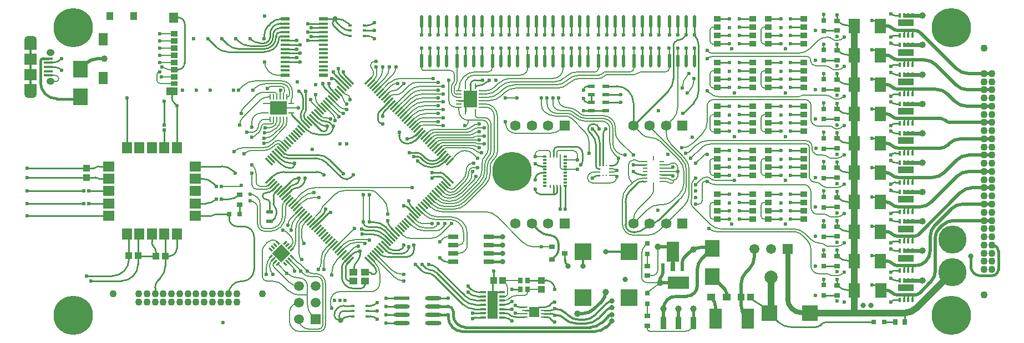
<source format=gbr>
%TF.GenerationSoftware,Altium Limited,Altium Designer,22.4.2 (48)*%
G04 Layer_Physical_Order=1*
G04 Layer_Color=255*
%FSLAX45Y45*%
%MOMM*%
%TF.SameCoordinates,3A7B4B19-9BDF-4AC5-8A71-DEF6C9DA19E2*%
%TF.FilePolarity,Positive*%
%TF.FileFunction,Copper,L1,Top,Signal*%
%TF.Part,Single*%
G01*
G75*
%TA.AperFunction,Conductor*%
%ADD10C,0.20000*%
%ADD11C,0.25400*%
%ADD12C,0.38100*%
%ADD13C,0.25000*%
%ADD14C,0.50000*%
%ADD15C,0.30000*%
%ADD16C,0.35000*%
%ADD17C,0.80000*%
%ADD18C,1.00000*%
%ADD19C,0.40000*%
%TA.AperFunction,SMDPad,CuDef*%
G04:AMPARAMS|DCode=20|XSize=0.3mm|YSize=1.5mm|CornerRadius=0mm|HoleSize=0mm|Usage=FLASHONLY|Rotation=315.000|XOffset=0mm|YOffset=0mm|HoleType=Round|Shape=Rectangle|*
%AMROTATEDRECTD20*
4,1,4,-0.63640,-0.42426,0.42426,0.63640,0.63640,0.42426,-0.42426,-0.63640,-0.63640,-0.42426,0.0*
%
%ADD20ROTATEDRECTD20*%

G04:AMPARAMS|DCode=21|XSize=0.3mm|YSize=1.5mm|CornerRadius=0mm|HoleSize=0mm|Usage=FLASHONLY|Rotation=45.000|XOffset=0mm|YOffset=0mm|HoleType=Round|Shape=Rectangle|*
%AMROTATEDRECTD21*
4,1,4,0.42426,-0.63640,-0.63640,0.42426,-0.42426,0.63640,0.63640,-0.42426,0.42426,-0.63640,0.0*
%
%ADD21ROTATEDRECTD21*%

%ADD22R,0.28000X0.85000*%
%ADD23R,0.40640X0.68580*%
%ADD24R,1.14000X0.91000*%
%ADD25O,0.50000X2.00000*%
%ADD26R,0.67500X0.25000*%
%ADD27R,0.80000X0.80000*%
%ADD28R,1.05000X1.10000*%
%ADD29R,2.35000X2.45000*%
%ADD30R,0.90000X1.85000*%
%ADD31R,0.55000X1.30000*%
%ADD32R,0.80000X0.80000*%
%ADD33R,3.20000X1.85000*%
%ADD34R,1.10000X0.60000*%
%TA.AperFunction,ConnectorPad*%
%ADD35R,1.35000X0.40000*%
%TA.AperFunction,SMDPad,CuDef*%
%ADD36R,2.05000X2.55000*%
%ADD37R,0.85000X0.28000*%
%TA.AperFunction,SMDPad,SMDef*%
%ADD38R,0.25000X0.47500*%
%ADD39R,0.47500X0.35000*%
%TA.AperFunction,SMDPad,CuDef*%
%ADD40R,0.27500X0.25000*%
%TA.AperFunction,ConnectorPad*%
%ADD41R,1.35000X0.60000*%
%TA.AperFunction,SMDPad,CuDef*%
%ADD42R,2.55000X2.05000*%
%ADD43R,1.35000X1.55000*%
%ADD44R,1.10000X0.85000*%
%TA.AperFunction,ConnectorPad*%
%ADD45R,1.90000X1.80000*%
%TA.AperFunction,SMDPad,CuDef*%
%ADD46R,1.80000X1.17000*%
%ADD47R,1.50000X1.80000*%
%ADD48R,1.80000X1.50000*%
%ADD49R,1.10000X1.05000*%
%ADD50R,0.90000X0.80000*%
%ADD51R,1.52500X0.65000*%
%ADD52R,0.80000X0.90000*%
G04:AMPARAMS|DCode=53|XSize=0.85mm|YSize=0.25mm|CornerRadius=0.125mm|HoleSize=0mm|Usage=FLASHONLY|Rotation=0.000|XOffset=0mm|YOffset=0mm|HoleType=Round|Shape=RoundedRectangle|*
%AMROUNDEDRECTD53*
21,1,0.85000,0.00000,0,0,0.0*
21,1,0.60000,0.25000,0,0,0.0*
1,1,0.25000,0.30000,0.00000*
1,1,0.25000,-0.30000,0.00000*
1,1,0.25000,-0.30000,0.00000*
1,1,0.25000,0.30000,0.00000*
%
%ADD53ROUNDEDRECTD53*%
%ADD54R,1.50000X1.60000*%
%ADD55R,0.85000X0.35000*%
%ADD56R,1.20000X1.00000*%
%ADD57R,1.65000X4.25000*%
G04:AMPARAMS|DCode=58|XSize=2.46916mm|YSize=0.62213mm|CornerRadius=0.31107mm|HoleSize=0mm|Usage=FLASHONLY|Rotation=0.000|XOffset=0mm|YOffset=0mm|HoleType=Round|Shape=RoundedRectangle|*
%AMROUNDEDRECTD58*
21,1,2.46916,0.00000,0,0,0.0*
21,1,1.84702,0.62213,0,0,0.0*
1,1,0.62213,0.92351,0.00000*
1,1,0.62213,-0.92351,0.00000*
1,1,0.62213,-0.92351,0.00000*
1,1,0.62213,0.92351,0.00000*
%
%ADD58ROUNDEDRECTD58*%
%ADD59P,2.82843X4X180.0*%
G04:AMPARAMS|DCode=60|XSize=0.65mm|YSize=0.25mm|CornerRadius=0mm|HoleSize=0mm|Usage=FLASHONLY|Rotation=45.000|XOffset=0mm|YOffset=0mm|HoleType=Round|Shape=Rectangle|*
%AMROTATEDRECTD60*
4,1,4,-0.14142,-0.31820,-0.31820,-0.14142,0.14142,0.31820,0.31820,0.14142,-0.14142,-0.31820,0.0*
%
%ADD60ROTATEDRECTD60*%

%ADD61R,0.60000X0.40000*%
%ADD62R,0.90000X0.70000*%
%ADD63R,2.43840X0.55880*%
%ADD64R,2.43840X1.04140*%
%ADD65R,1.78000X2.16000*%
%ADD66R,2.46916X0.62213*%
%ADD67R,0.80000X1.47500*%
%ADD68R,1.85000X3.12500*%
%ADD69R,0.70000X0.90000*%
%ADD70R,0.51535X0.47247*%
%ADD71R,0.47247X0.51535*%
%ADD72R,2.30000X2.50000*%
%ADD73R,0.50000X2.00000*%
%ADD74R,2.50000X2.50000*%
%ADD75R,1.15000X1.00000*%
%ADD76R,1.95580X3.14960*%
%ADD77R,0.25000X0.67500*%
%ADD78R,0.25000X0.27500*%
%ADD79R,1.35000X1.90000*%
%ADD80R,1.00000X1.20000*%
%ADD81R,1.10000X0.75000*%
G04:AMPARAMS|DCode=82|XSize=0.65mm|YSize=0.25mm|CornerRadius=0mm|HoleSize=0mm|Usage=FLASHONLY|Rotation=135.000|XOffset=0mm|YOffset=0mm|HoleType=Round|Shape=Rectangle|*
%AMROTATEDRECTD82*
4,1,4,0.31820,-0.14142,0.14142,-0.31820,-0.31820,0.14142,-0.14142,0.31820,0.31820,-0.14142,0.0*
%
%ADD82ROTATEDRECTD82*%

%TA.AperFunction,Conductor*%
%ADD83C,0.60000*%
%ADD84R,1.89997X1.57500*%
%TA.AperFunction,ComponentPad*%
%ADD85C,1.10000*%
%ADD86C,4.30000*%
%ADD87C,1.50000*%
%ADD88C,1.59000*%
%ADD89O,1.25000X1.05000*%
%ADD90O,1.90000X1.20000*%
%ADD91R,1.59000X1.59000*%
%ADD92R,1.50000X1.50000*%
%ADD93R,1.50000X1.50000*%
%TA.AperFunction,ViaPad*%
%ADD94C,0.60000*%
%ADD95C,1.00000*%
%ADD96C,2.00000*%
%ADD97C,0.80000*%
%ADD98C,0.50000*%
%ADD99C,6.00000*%
D10*
X5345858Y3275000D02*
G03*
X5370000Y3285000I0J34142D01*
G01*
X5542782Y3825000D02*
G03*
X5410000Y3770000I0J-187781D01*
G01*
X5399853Y3865000D02*
G03*
X5255000Y3805000I0J-204853D01*
G01*
X5943542Y3920855D02*
G03*
X5943518Y3920879I-16042J-16042D01*
G01*
D02*
G03*
X5927500Y3927500I-16018J-16066D01*
G01*
D02*
G03*
X5884822Y3909822I0J-60356D01*
G01*
X5844647Y3874633D02*
G03*
X5875000Y3900000I-126572J182291D01*
G01*
X5724822Y3825000D02*
G03*
X5844647Y3874633I0J169458D01*
G01*
X5595000Y3450000D02*
G03*
X5531360Y3603640I-217279J0D01*
G01*
X5750000Y3275000D02*
G03*
X5773133Y3284582I0J32716D01*
G01*
X5595000Y3330000D02*
G03*
X5650000Y3275000I55000J0D01*
G01*
X5755000Y3225000D02*
G03*
X5804959Y3245694I0J70653D01*
G01*
X5530000Y3296569D02*
G03*
X5601569Y3225000I71569J0D01*
G01*
X6332483Y2712563D02*
G03*
X6290000Y2610000I102563J-102563D01*
G01*
Y2484497D02*
G03*
X6325000Y2400000I119497J0D01*
G01*
X7400000Y5185000D02*
G03*
X7340000Y5125000I0J-60000D01*
G01*
X7385000Y5016716D02*
G03*
X7365000Y5065000I-68284J0D01*
G01*
X7365331Y4947487D02*
G03*
X7385000Y4995000I-47553J47512D01*
G01*
X7365311Y4947467D02*
G03*
X7365331Y4947487I-47533J47533D01*
G01*
X7340000Y5125000D02*
G03*
X7364749Y5065251I84497J0D01*
G01*
X6583876Y4341176D02*
G03*
X6635000Y4320000I51124J51124D01*
G01*
X6730000Y4300000D02*
G03*
X6681716Y4320000I-48284J-48284D01*
G01*
X5392500Y4465000D02*
G03*
X5365000Y4398608I66392J-66392D01*
G01*
X5907500Y4692500D02*
G03*
X5890000Y4710000I-17500J0D01*
G01*
X5694070D02*
G03*
X5597501Y4670000I0J-136569D01*
G01*
X5725000Y4090000D02*
G03*
X5895711Y4160711I0J241421D01*
G01*
X5844497Y4805000D02*
G03*
X5760000Y4770000I0J-119497D01*
G01*
X5745212Y4845000D02*
G03*
X5565606Y4770605I0J-254000D01*
G01*
X5720000Y5180000D02*
G03*
X5780104Y5034896I205208J0D01*
G01*
X5785000Y5030000D02*
G03*
X5923818Y4972500I138818J138818D01*
G01*
X5783819Y4642500D02*
G03*
X5645001Y4585000I0J-196319D01*
G01*
X5389497Y4329496D02*
G03*
X5340000Y4210000I119496J-119496D01*
G01*
X11630000Y1905000D02*
G03*
X11725000Y2000000I0J95000D01*
G01*
X11100000Y3425000D02*
G03*
X11063781Y3440003I-36219J-36219D01*
G01*
X11000000Y3325000D02*
G03*
X11100000Y3425000I0J100000D01*
G01*
X10500000Y3750000D02*
G03*
X10430000Y3820000I-70000J0D01*
G01*
X10205000D02*
G03*
X10180000Y3795000I0J-25000D01*
G01*
X10740000Y3490000D02*
G03*
X10650000Y3400000I0J-90000D01*
G01*
Y3399999D02*
G03*
X10725000Y3325000I75000J1D01*
G01*
X7025000Y4623787D02*
G03*
X7010000Y4660000I-51213J0D01*
G01*
D02*
G03*
X6973787Y4675000I-36213J-36213D01*
G01*
X6948077Y4684081D02*
G03*
X6970000Y4675000I21924J21924D01*
G01*
X5814728Y2191863D02*
G03*
X5750000Y2035596I156267J-156267D01*
G01*
X9550000Y1330000D02*
G03*
X9562071Y1325000I12071J12071D01*
G01*
X5977856Y3957248D02*
G03*
X5935000Y3975000I-42856J-42856D01*
G01*
D02*
G03*
X5858180Y3943180I0J-108640D01*
G01*
X5705000Y3865000D02*
G03*
X5833033Y3918033I0J181066D01*
G01*
X5655000Y2995000D02*
G03*
X5500000Y3150000I-155000J0D01*
G01*
X6017254Y3033725D02*
G03*
X5995000Y2980000I53726J-53726D01*
G01*
X5935000Y2680000D02*
G03*
X5995000Y2824853I-144853J144853D01*
G01*
X5802219Y2625000D02*
G03*
X5935000Y2680000I0J187781D01*
G01*
X5655000Y2695000D02*
G03*
X5725000Y2625000I70000J0D01*
G01*
X6058219Y3003984D02*
G03*
X6040000Y2960000I43984J-43984D01*
G01*
X5615000Y2935000D02*
G03*
X5500000Y3050000I-115000J0D01*
G01*
X5972393Y2657660D02*
G03*
X6040000Y2830210I-186393J172550D01*
G01*
X5810000Y2585000D02*
G03*
X5963184Y2648451I0J216634D01*
G01*
X5615000Y2695000D02*
G03*
X5725000Y2585000I110000J0D01*
G01*
X2537497Y4877497D02*
G03*
X2580000Y4920000I0J42503D01*
G01*
D02*
G03*
X2530001Y4969999I-49999J0D01*
G01*
X11745209Y2990000D02*
G03*
X11565604Y2915605I0J-254000D01*
G01*
X11424395Y2934395D02*
G03*
X11350000Y2754790I179605J-179605D01*
G01*
X11620000Y3130000D02*
G03*
X11659997Y3226562I-96562J96562D01*
G01*
X12120000Y3498221D02*
G03*
X12045605Y3677826I-254000J0D01*
G01*
Y3145605D02*
G03*
X12120000Y3325210I-179605J179605D01*
G01*
X11784790Y2990000D02*
G03*
X11964395Y3064395I0J254000D01*
G01*
X12085605Y3105605D02*
G03*
X12160000Y3285210I-179605J179605D01*
G01*
X11965000Y3365000D02*
G03*
X12025000Y3425000I0J60000D01*
G01*
X11940000Y3320000D02*
G03*
X11965000Y3345000I0J25000D01*
G01*
X11880000Y3335000D02*
G03*
X11916213Y3320000I36213J36213D01*
G01*
X11759321Y3964110D02*
G03*
X11757884Y3965422I-14188J-14096D01*
G01*
D02*
G03*
X11605000Y4020000I-152884J-186843D01*
G01*
X11476966Y4073034D02*
G03*
X11605000Y4020000I128034J128034D01*
G01*
X12025000Y3570000D02*
G03*
X11965000Y3630000I-60000J0D01*
G01*
X11880000Y3335000D02*
G03*
X11843792Y3349998I-36208J-36208D01*
G01*
X11905000Y3380000D02*
G03*
X11941214Y3365000I36214J36214D01*
G01*
X11600000Y4200002D02*
G03*
X11614143Y4165857I48288J0D01*
G01*
X12160000Y3514790D02*
G03*
X12085605Y3694395I-254000J0D01*
G01*
X11850002Y4095208D02*
G03*
X11924397Y3915603I254000J0D01*
G01*
X12200000Y3534789D02*
G03*
X12125605Y3714394I-254000J0D01*
G01*
X12085000Y3860000D02*
G03*
X12255711Y3930711I0J241421D01*
G01*
X12125605Y2975607D02*
G03*
X12200000Y3155212I-179605J179605D01*
G01*
X12235011Y3000666D02*
G03*
X12235000Y3000000I19990J-666D01*
G01*
X12266884Y3366884D02*
G03*
X12263019Y3361438I14149J-14136D01*
G01*
X12239837Y3145416D02*
G03*
X12240000Y3155212I-293837J9796D01*
G01*
X12245958Y3326066D02*
G03*
X12240000Y3300000I54042J-26066D01*
G01*
X14460001Y3705000D02*
G03*
X14553891Y3743891I0J132782D01*
G01*
X12150000Y3775000D02*
G03*
X12201213Y3796213I0J72426D01*
G01*
X11951602Y4301602D02*
G03*
X12025997Y4481207I-179605J179605D01*
G01*
X11415000Y3660000D02*
G03*
X11439149Y3649997I24149J24149D01*
G01*
X11569788Y2525000D02*
G03*
X11749393Y2599395I0J254000D01*
G01*
X11510211Y3400000D02*
G03*
X11330605Y3325605I0J-254000D01*
G01*
X11415000Y3660000D02*
G03*
X11378787Y3675000I-36213J-36213D01*
G01*
X11350000D02*
G03*
X11275000Y3600000I0J-75000D01*
G01*
Y3459849D02*
G03*
X11330605Y3325605I189849J0D01*
G01*
X11259395Y3254395D02*
G03*
X11185000Y3074790I179605J-179605D01*
G01*
Y2690000D02*
G03*
X11350000Y2525000I165000J0D01*
G01*
X9395000Y1590000D02*
G03*
X9430000Y1625000I0J35000D01*
G01*
X9584853Y1605000D02*
G03*
X9440000Y1545000I0J-204853D01*
G01*
X9695000Y1605000D02*
G03*
X9735000Y1645000I0J40000D01*
G01*
X9430000Y1710000D02*
G03*
X9398180Y1786819I-108639J0D01*
G01*
X6042678Y2582322D02*
G03*
X6000000Y2600000I-42678J-42678D01*
G01*
X7690480Y1891075D02*
G03*
X7850000Y1825000I159520J159520D01*
G01*
X7652868Y1999395D02*
G03*
X7832473Y1925000I179605J179605D01*
G01*
X7600000Y2899790D02*
G03*
X7525605Y3079395I-254000J0D01*
G01*
X7435000Y3170000D02*
G03*
X7338432Y3210000I-96568J-96568D01*
G01*
X6955210D02*
G03*
X6775605Y3135605I0J-254000D01*
G01*
X6607678Y2967678D02*
G03*
X6590000Y2925000I42678J-42678D01*
G01*
X6571874Y2881240D02*
G03*
X6590000Y2925000I-43760J43760D01*
G01*
X6659395Y2332370D02*
G03*
X6585000Y2152765I179605J-179605D01*
G01*
X6540000Y2000000D02*
G03*
X6585000Y2108639I-108639J108639D01*
G01*
X6699395Y2301656D02*
G03*
X6625000Y2122051I179605J-179605D01*
G01*
X7325000Y2450000D02*
G03*
X7312929Y2455000I-12071J-12071D01*
G01*
X7099371D02*
G03*
X6919765Y2380605I0J-254000D01*
G01*
X7250000Y2400000D02*
G03*
X7213787Y2415000I-36213J-36213D01*
G01*
X7130078D02*
G03*
X6950473Y2340605I0J-254000D01*
G01*
X7150000Y2355000D02*
G03*
X7075380Y2324092I0J-105529D01*
G01*
X6730000Y1458284D02*
G03*
X6750000Y1410000I68284J0D01*
G01*
X6865000Y1660000D02*
G03*
X6730000Y1525000I0J-135000D01*
G01*
X6550000Y1050000D02*
G03*
X6650000Y1150000I0J100000D01*
G01*
Y1790000D02*
G03*
X6505000Y1935000I-145000J0D01*
G01*
X6550000Y1090000D02*
G03*
X6610000Y1150000I0J60000D01*
G01*
Y1790000D02*
G03*
X6505000Y1895000I-105000J0D01*
G01*
X6824395Y2143813D02*
G03*
X6750000Y1964208I179605J-179605D01*
G01*
X7095000Y2625000D02*
G03*
X7092356Y2623910I0J-3751D01*
G01*
D02*
G03*
X7092348Y2623902I2644J-2661D01*
G01*
X6425000Y4600000D02*
G03*
X6445671Y4550095I70576J0D01*
G01*
X6500000Y4620000D02*
G03*
X6537849Y4528624I129225J0D01*
G01*
X5525000Y4025000D02*
G03*
X5576213Y4046213I0J72426D01*
G01*
X5788432Y4170000D02*
G03*
X5885000Y4210000I0J136568D01*
G01*
X5720000Y4230000D02*
G03*
X5670000Y4180000I0J-50000D01*
G01*
X5715000Y4010000D02*
G03*
X5868640Y4073640I0J217279D01*
G01*
X5722500Y4297500D02*
G03*
X5630000Y4205000I0J-92500D01*
G01*
X5525000Y4100000D02*
G03*
X5630000Y4205000I0J105000D01*
G01*
X5641716Y4111716D02*
G03*
X5670000Y4180000I-68284J68284D01*
G01*
X6471581Y3100000D02*
G03*
X6291975Y3025605I0J-254000D01*
G01*
X6475000Y3175000D02*
G03*
X6296874Y3101218I0J-251908D01*
G01*
X6480160Y3250000D02*
G03*
X6300555Y3175605I0J-254000D01*
G01*
X6199395Y2791603D02*
G03*
X6125000Y2611998I179605J-179605D01*
G01*
X5710000Y3930000D02*
G03*
X5838033Y3983033I0J181066D01*
G01*
X6020000Y4165000D02*
G03*
X6057500Y4255533I-90532J90532D01*
G01*
X5885000Y4210000D02*
G03*
X5907500Y4264320I-54320J54320D01*
G01*
X5935000Y4200000D02*
G03*
X5957500Y4254319I-54319J54319D01*
G01*
X5980000Y4185000D02*
G03*
X6007500Y4251391I-66391J66391D01*
G01*
X6375000Y1975000D02*
G03*
X6471569Y1935000I96569J96569D01*
G01*
X6245000Y2246568D02*
G03*
X6285000Y2150000I136568J0D01*
G01*
X6267130Y1994019D02*
G03*
X6267116Y1994033I-19047J-19019D01*
G01*
X6275000Y1975000D02*
G03*
X6267130Y1994019I-26917J0D01*
G01*
X6262071Y2087929D02*
G03*
X6245000Y2095000I-17071J-17071D01*
G01*
X6231109Y2100753D02*
G03*
X6245000Y2095000I13890J13890D01*
G01*
X6119493Y2782416D02*
G03*
X6075000Y2675000I107416J-107416D01*
G01*
X6269395Y2790896D02*
G03*
X6195000Y2611291I179605J-179605D01*
G01*
X6920000Y4613285D02*
G03*
X6940000Y4565000I68285J0D01*
G01*
X6901311Y4660140D02*
G03*
X6901296Y4660154I-45169J-45140D01*
G01*
X6920000Y4615000D02*
G03*
X6901311Y4660140I-63858J0D01*
G01*
X6866411Y4412197D02*
G03*
X6920000Y4390000I53589J53589D01*
G01*
X6800000Y4275000D02*
G03*
X6756027Y4381160I-150133J0D01*
G01*
X6860000Y4335000D02*
G03*
X6850882Y4357012I-31130J0D01*
G01*
X6845798Y4503517D02*
G03*
X6975000Y4450000I129202J129202D01*
G01*
X6273841Y2724628D02*
G03*
X6245000Y2655000I69627J-69627D01*
G01*
X13343500Y5708500D02*
G03*
X13300000Y5665000I0J-43500D01*
G01*
X13402496Y5450000D02*
G03*
X13406996Y5454500I0J4500D01*
G01*
X13300000Y5495000D02*
G03*
X13345000Y5450000I45000J0D01*
G01*
X13343500Y5038500D02*
G03*
X13300000Y4995000I0J-43500D01*
G01*
X12563501Y5708500D02*
G03*
X12520001Y5665000I0J-43500D01*
G01*
X12622497Y5450000D02*
G03*
X12626997Y5454500I0J4500D01*
G01*
X12520001Y5495000D02*
G03*
X12565001Y5450000I45000J0D01*
G01*
X12563501Y5038500D02*
G03*
X12520001Y4995000I0J-43500D01*
G01*
X13402496Y4780000D02*
G03*
X13406996Y4784500I0J4500D01*
G01*
X13300000Y4825000D02*
G03*
X13345000Y4780000I45000J0D01*
G01*
X13343500Y4368501D02*
G03*
X13300000Y4325000I0J-43500D01*
G01*
X13402496Y4110000D02*
G03*
X13406996Y4114501I0J4500D01*
G01*
X13300000Y4155000D02*
G03*
X13345000Y4110000I45000J0D01*
G01*
X13343500Y3698501D02*
G03*
X13300000Y3655000I0J-43500D01*
G01*
X12622497Y4110000D02*
G03*
X12626997Y4114501I0J4500D01*
G01*
X12622497Y4780000D02*
G03*
X12626997Y4784500I0J4500D01*
G01*
X12520001Y4825000D02*
G03*
X12565001Y4780000I45000J0D01*
G01*
X12563501Y4368501D02*
G03*
X12520001Y4325000I0J-43500D01*
G01*
Y4155000D02*
G03*
X12565001Y4110000I45000J0D01*
G01*
X12563501Y3698501D02*
G03*
X12520001Y3655000I0J-43500D01*
G01*
X11946214Y3630000D02*
G03*
X11910000Y3615000I0J-51214D01*
G01*
X11873787Y3600000D02*
G03*
X11910000Y3615000I0J51213D01*
G01*
X13300000Y3485000D02*
G03*
X13345000Y3440000I45000J0D01*
G01*
X13402496D02*
G03*
X13406996Y3444501I0J4500D01*
G01*
X13343500Y3028501D02*
G03*
X13300000Y2985000I0J-43500D01*
G01*
X12622497Y3440000D02*
G03*
X12626997Y3444501I0J4500D01*
G01*
X13300000Y2815000D02*
G03*
X13345000Y2770000I45000J0D01*
G01*
X13402496D02*
G03*
X13406996Y2774501I0J4500D01*
G01*
X12622497Y2770000D02*
G03*
X12626997Y2774501I0J4500D01*
G01*
X12520001Y3485000D02*
G03*
X12565001Y3440000I45000J0D01*
G01*
X12520001Y2815000D02*
G03*
X12565001Y2770000I45000J0D01*
G01*
X12563501Y3028501D02*
G03*
X12520001Y2985000I0J-43500D01*
G01*
X11905000Y3380000D02*
G03*
X11856715Y3400000I-48285J-48285D01*
G01*
X11528034Y2363035D02*
G03*
X11475000Y2235000I128035J-128035D01*
G01*
Y1885356D02*
G03*
X11500000Y1825000I85356J0D01*
G01*
D02*
G03*
X11560355Y1800000I60355J60355D01*
G01*
X10080000Y3790000D02*
G03*
X10050000Y3820000I-30000J0D01*
G01*
X9909998Y3819999D02*
G03*
X9850000Y3760001I0J-59998D01*
G01*
X11100000Y3515000D02*
G03*
X11039639Y3540002I-60361J-60361D01*
G01*
X11039644Y3490000D02*
G03*
X11100000Y3515000I0J85356D01*
G01*
X10230003Y3579997D02*
G03*
X10280000Y3530000I49997J0D01*
G01*
X4205000Y5080000D02*
G03*
X4250268Y5061249I45268J45268D01*
G01*
X4205000Y5080000D02*
G03*
X4156716Y5100000I-48284J-48284D01*
G01*
X5822218Y2128640D02*
G03*
X5800000Y2075000I53640J-53640D01*
G01*
Y2045710D02*
G03*
X5850000Y1925000I170710J0D01*
G01*
X8393224Y3097512D02*
G03*
X8520000Y3045000I126776J126776D01*
G01*
X8554790D02*
G03*
X8734395Y3119395I0J254000D01*
G01*
X8965605Y3350605D02*
G03*
X9040000Y3530210I-179605J179605D01*
G01*
X9090000Y3740000D02*
G03*
X9040000Y3619289I120711J-120711D01*
G01*
X9090000Y3740000D02*
G03*
X9135000Y3848639I-108639J108639D01*
G01*
Y4195000D02*
G03*
X9045000Y4285000I-90000J0D01*
G01*
X8687499Y4427501D02*
G03*
X8830000Y4285000I142501J0D01*
G01*
X8775000Y4200000D02*
G03*
X8830000Y4255000I0J55000D01*
G01*
X8535000Y4580000D02*
G03*
X8629998Y4485001I94999J0D01*
G01*
X7345000Y1660000D02*
G03*
X7480000Y1795000I0J135000D01*
G01*
Y1925631D02*
G03*
X7405605Y2105236I-254000J0D01*
G01*
X12145000Y1055000D02*
G03*
X12270000Y1180000I0J125000D01*
G01*
X11560001Y1095001D02*
G03*
X11600002Y1055000I40001J0D01*
G01*
X8513955Y2501491D02*
G03*
X8450000Y2475000I0J-90446D01*
G01*
X4125000Y5025000D02*
G03*
X4075000Y4975000I0J-50000D01*
G01*
Y4900000D02*
G03*
X4128752Y4846248I53752J0D01*
G01*
X7801604Y4925000D02*
G03*
X7621998Y4850605I0J-254000D01*
G01*
X8618997Y4986002D02*
G03*
X8560000Y5045000I-58998J0D01*
G01*
X8118997Y5076003D02*
G03*
X8150000Y5045000I31002J0D01*
G01*
X8618608Y4889569D02*
G03*
X8618997Y4893395I-19611J3927D01*
G01*
X8600000Y4855000D02*
G03*
X8575000Y4794645I60355J-60355D01*
G01*
Y4715000D02*
G03*
X8655002Y4634998I80002J0D01*
G01*
X8600000Y4855000D02*
G03*
X8618608Y4889569I-48284J48284D01*
G01*
X8645000Y4845000D02*
G03*
X8615000Y4772574I72426J-72426D01*
G01*
X8645000Y4845000D02*
G03*
X8658997Y4878793I-33793J33793D01*
G01*
X8615000Y4715000D02*
G03*
X8644999Y4685001I29999J0D01*
G01*
X14460001Y5505000D02*
G03*
X14553891Y5543891I0J132782D01*
G01*
X14384747Y5530252D02*
G03*
X14325000Y5555000I-59748J-59748D01*
G01*
X14395000Y5520000D02*
G03*
X14431213Y5505000I36213J36213D01*
G01*
X14297781Y5555000D02*
G03*
X14164999Y5500000I0J-187782D01*
G01*
X13869791Y5310000D02*
G03*
X14049396Y5384395I0J254000D01*
G01*
X12483181Y5341820D02*
G03*
X12560000Y5310000I76820J76820D01*
G01*
X8105867Y4805000D02*
G03*
X7926262Y4730605I0J-254000D01*
G01*
X8127288Y4685000D02*
G03*
X7947683Y4610605I0J-254000D01*
G01*
X14460001Y5055000D02*
G03*
X14553891Y5093891I0J132782D01*
G01*
X14370000Y5080000D02*
G03*
X14285503Y5115000I-84497J-84497D01*
G01*
X14370000Y5080000D02*
G03*
X14430354Y5055000I60355J60355D01*
G01*
X14055000Y5210000D02*
G03*
X14005000Y5260000I-50000J0D01*
G01*
X12559497Y5260000D02*
G03*
X12475000Y5225000I0J-119496D01*
G01*
X14055000Y5195000D02*
G03*
X14135001Y5115000I80000J0D01*
G01*
X8116581Y4745000D02*
G03*
X7936976Y4670605I0J-254000D01*
G01*
X8941499Y5025000D02*
G03*
X8687499Y4771000I0J-254000D01*
G01*
X10079790Y4085000D02*
G03*
X10259395Y4159395I0J254000D01*
G01*
X9400000Y4235000D02*
G03*
X9550000Y4085000I150000J0D01*
G01*
X8165060Y4045060D02*
G03*
X8165081Y4045081I-8691J8732D01*
G01*
X8156370Y4041472D02*
G03*
X8165060Y4045060I0J12320D01*
G01*
X8302427Y4140000D02*
G03*
X8230000Y4110000I0J-102427D01*
G01*
X8770000Y4140000D02*
G03*
X8889498Y4189498I0J168995D01*
G01*
X8974497Y4225000D02*
G03*
X8890000Y4190000I0J-119497D01*
G01*
X8325355Y4100000D02*
G03*
X8265000Y4075000I0J-85355D01*
G01*
X8385000Y4020000D02*
G03*
X8320174Y3993148I0J-91679D01*
G01*
X8365000Y4060000D02*
G03*
X8281895Y4025577I0J-117528D01*
G01*
X8191723Y4006119D02*
G03*
X8199227Y4009227I0J10612D01*
G01*
X8808431Y4100000D02*
G03*
X8905000Y4140000I0J136569D01*
G01*
X8965355Y4165000D02*
G03*
X8905000Y4140000I0J-85355D01*
G01*
X8415000Y3980000D02*
G03*
X8351392Y3953653I0J-89955D01*
G01*
X8987929Y3980000D02*
G03*
X9000000Y3985000I0J17071D01*
G01*
X8859645Y4060000D02*
G03*
X8920000Y4085000I0J85355D01*
G01*
X8968284Y4105000D02*
G03*
X8920000Y4085000I0J-68284D01*
G01*
X8961213Y4045000D02*
G03*
X8925000Y4030000I0J-51213D01*
G01*
X8900858Y4020000D02*
G03*
X8925000Y4030000I0J34142D01*
G01*
X7671482Y4970796D02*
G03*
X7725000Y5100000I-129204J129204D01*
G01*
X7550774Y4920801D02*
G03*
X7625000Y5100000I-179199J179199D01*
G01*
X7450605Y4891340D02*
G03*
X7525000Y5070945I-179605J179605D01*
G01*
X7435000Y5075857D02*
G03*
X7425000Y5100000I-34143J0D01*
G01*
X7393598Y4905048D02*
G03*
X7435000Y5005000I-99952J99952D01*
G01*
X7750000Y4850000D02*
G03*
X7651171Y4809064I0J-139765D01*
G01*
X11075000Y4105000D02*
G03*
X11131568Y3968431I193137J0D01*
G01*
X11075000Y4170000D02*
G03*
X10890000Y4355000I-185000J0D01*
G01*
X10514395Y4405605D02*
G03*
X10334790Y4480000I-179605J-179605D01*
G01*
X10530000Y4390000D02*
G03*
X10614498Y4355000I84498J84498D01*
G01*
X10205000Y4605000D02*
G03*
X10330000Y4480000I125000J0D01*
G01*
X11035000Y3940000D02*
G03*
X11225000Y3750000I190000J0D01*
G01*
X10460605Y4384395D02*
G03*
X10640210Y4310000I179605J179605D01*
G01*
X11035000Y4165000D02*
G03*
X10890000Y4310000I-145000J0D01*
G01*
X10120000Y4545000D02*
G03*
X10230000Y4435000I110000J0D01*
G01*
X10455000Y4390000D02*
G03*
X10346361Y4435000I-108639J-108639D01*
G01*
X8180844Y4385000D02*
G03*
X8001239Y4310605I0J-254000D01*
G01*
X10035000Y4535000D02*
G03*
X10180000Y4390000I145000J0D01*
G01*
X9950000Y4504498D02*
G03*
X9985000Y4420000I119498J0D01*
G01*
D02*
G03*
X10153995Y4350000I168995J168995D01*
G01*
X10440605Y4344395D02*
G03*
X10620210Y4270000I179605J179605D01*
G01*
X10440605Y4344395D02*
G03*
X10330505Y4390000I-110101J-110101D01*
G01*
X10410000Y4310000D02*
G03*
X10313432Y4350000I-96568J-96568D01*
G01*
X10675000Y3939790D02*
G03*
X10600605Y4119395I-254000J0D01*
G01*
X7700000Y4740000D02*
G03*
X7768284Y4768284I0J96568D01*
G01*
X7700000Y4740000D02*
G03*
X7619449Y4706634I0J-113917D01*
G01*
X7730000Y4675000D02*
G03*
X7823891Y4713891I0J132782D01*
G01*
X7681213Y4675000D02*
G03*
X7645000Y4660000I0J-51213D01*
G01*
X7593186Y4608186D02*
G03*
X7593197Y4608197I-2501J2523D01*
G01*
X7590685Y4607157D02*
G03*
X7593186Y4608186I0J3552D01*
G01*
X8050000Y4865000D02*
G03*
X7921967Y4811967I0J-181066D01*
G01*
X10990000Y4150000D02*
G03*
X10870000Y4270000I-120000J0D01*
G01*
X10990000Y3940210D02*
G03*
X11064395Y3760605I254000J0D01*
G01*
X9391716Y1525000D02*
G03*
X9440000Y1545000I0J68284D01*
G01*
X9367071Y1835000D02*
G03*
X9355000Y1830000I0J-17071D01*
G01*
X12475000Y3415000D02*
G03*
X12372574Y3372574I0J-144853D01*
G01*
X12515000Y3400000D02*
G03*
X12599498Y3365000I84497J84497D01*
G01*
X12515000Y3400000D02*
G03*
X12478787Y3415000I-36213J-36213D01*
G01*
X12445000Y3350000D02*
G03*
X12400000Y3305000I0J-45000D01*
G01*
X8347573Y2595000D02*
G03*
X8420000Y2625000I0J102427D01*
G01*
X7972815Y2669395D02*
G03*
X8152420Y2595000I179605J179605D01*
G01*
X12500000Y2630000D02*
G03*
X12620710Y2580000I120710J120710D01*
G01*
X13823065Y2578124D02*
G03*
X13794791Y2580000I-28276J-212124D01*
G01*
X13944395Y2510605D02*
G03*
X13824963Y2577769I-179605J-179605D01*
G01*
Y2577769D02*
G03*
X13823065Y2578124I-4620J-19459D01*
G01*
X14060001Y2303076D02*
G03*
X13995000Y2460000I-221924J0D01*
G01*
X14460001Y1905000D02*
G03*
X14553891Y1943891I0J132782D01*
G01*
X14355000Y1915000D02*
G03*
X14306715Y1935000I-48284J-48284D01*
G01*
X14060001Y2055000D02*
G03*
X14180000Y1935000I120000J0D01*
G01*
X14355000Y1915000D02*
G03*
X14379143Y1905000I24142J24142D01*
G01*
X8334736Y2659736D02*
G03*
X8334749Y2659749I-59736J59762D01*
G01*
X8003529Y2709395D02*
G03*
X8183135Y2635000I179605J179605D01*
G01*
X8275000D02*
G03*
X8334736Y2659736I0J84498D01*
G01*
X12235000Y3000000D02*
G03*
X12249142Y2965858I48284J0D01*
G01*
X12520605Y2694395D02*
G03*
X12700210Y2620000I179605J179605D01*
G01*
X14464999Y2355000D02*
G03*
X14550356Y2390356I0J120711D01*
G01*
X14278284Y2371716D02*
G03*
X14210001Y2400000I-68284J-68284D01*
G01*
X14056360Y2463640D02*
G03*
X14210001Y2400000I153640J153640D01*
G01*
X14280000Y2370000D02*
G03*
X14316212Y2355000I36213J36213D01*
G01*
X13974396Y2545605D02*
G03*
X13794791Y2620000I-179605J-179605D01*
G01*
X8040000Y2745000D02*
G03*
X8148640Y2700000I108640J108640D01*
G01*
X8460858Y2665858D02*
G03*
X8475000Y2700000I-34142J34142D01*
G01*
X8244790Y2475000D02*
G03*
X8424395Y2549395I0J254000D01*
G01*
X7837959Y2521409D02*
G03*
X7950000Y2475000I112041J112041D01*
G01*
X8156371Y2839395D02*
G03*
X8335976Y2765000I179605J179605D01*
G01*
X8760000Y2555000D02*
G03*
X8550000Y2765000I-210000J0D01*
G01*
X8187078Y2879395D02*
G03*
X8366684Y2805000I179605J179605D01*
G01*
X8815000Y2551000D02*
G03*
X8561000Y2805000I-254000J0D01*
G01*
X8248499Y2959395D02*
G03*
X8428105Y2885000I179605J179605D01*
G01*
X8601309Y2250000D02*
G03*
X8598800Y2247491I0J-2509D01*
G01*
X8695000Y2250000D02*
G03*
X8815000Y2370000I0J120000D01*
G01*
X8695000Y2375000D02*
G03*
X8760000Y2440000I0J65000D01*
G01*
X9269395Y2810605D02*
G03*
X9089790Y2885000I-179605J-179605D01*
G01*
X9660604Y2419396D02*
G03*
X9840209Y2345001I179605J179605D01*
G01*
X8614789Y2925000D02*
G03*
X8794395Y2999395I0J254000D01*
G01*
X12345000Y3000000D02*
G03*
X12400000Y3055000I0J55000D01*
G01*
X12475000Y3350000D02*
G03*
X12595710Y3300000I120710J120710D01*
G01*
X14460001Y2805000D02*
G03*
X14553891Y2843891I0J132782D01*
G01*
X14060001Y2950000D02*
G03*
X14164999Y2845000I105000J0D01*
G01*
X14325000Y2820000D02*
G03*
X14361214Y2805000I36213J36213D01*
G01*
X14325000Y2820000D02*
G03*
X14264645Y2845000I-60355J-60355D01*
G01*
X14060001Y3185000D02*
G03*
X13945000Y3300000I-115000J0D01*
G01*
X8539789Y3090000D02*
G03*
X8719395Y3164395I0J254000D01*
G01*
X8426515Y3134936D02*
G03*
X8535000Y3090000I108485J108485D01*
G01*
X8900000Y3500000D02*
G03*
X8880000Y3451716I48284J-48284D01*
G01*
X8851716Y3356716D02*
G03*
X8880000Y3425000I-68284J68284D01*
G01*
X8545000Y3135000D02*
G03*
X8690104Y3195104I0J205208D01*
G01*
X8463327Y3168830D02*
G03*
X8545000Y3135000I81672J81672D01*
G01*
X8900000Y3560000D02*
G03*
X8840000Y3500000I0J-60000D01*
G01*
X8772825Y3337825D02*
G03*
X8840000Y3500000I-162175J162175D01*
G01*
X8560000Y3180000D02*
G03*
X8653891Y3218891I0J132782D01*
G01*
X8496618Y3206254D02*
G03*
X8560000Y3180000I63382J63382D01*
G01*
X8910000Y3630000D02*
G03*
X8800000Y3520000I0J-110000D01*
G01*
X8617666Y3242666D02*
G03*
X8617678Y3242678I-42666J42689D01*
G01*
X8575000Y3225000D02*
G03*
X8617666Y3242666I0J60355D01*
G01*
X8529896Y3243683D02*
G03*
X8575000Y3225000I45104J45104D01*
G01*
X12475000Y3765000D02*
G03*
X12415251Y3740251I0J-84497D01*
G01*
X8935000Y3825000D02*
G03*
X9031568Y3785000I96568J96568D01*
G01*
X12389668Y3864668D02*
G03*
X12389645Y3864645I133616J-133663D01*
G01*
X12523284Y3920000D02*
G03*
X12389668Y3864668I0J-188995D01*
G01*
X12477530Y3970000D02*
G03*
X12302500Y3897500I0J-247530D01*
G01*
X14035001Y3425000D02*
G03*
X14125000Y3335000I90000J0D01*
G01*
X14460001Y3255000D02*
G03*
X14553891Y3293891I0J132782D01*
G01*
X14215355Y3299644D02*
G03*
X14130000Y3335000I-85355J-85355D01*
G01*
X14225000Y3290000D02*
G03*
X14309497Y3255000I84497J84497D01*
G01*
X14035001Y3875000D02*
G03*
X13989999Y3920000I-45000J0D01*
G01*
X8460000Y3900000D02*
G03*
X8424425Y3885264I0J-50311D01*
G01*
X8945000Y3885000D02*
G03*
X8993285Y3865000I48285J48285D01*
G01*
X8945000Y3885000D02*
G03*
X8908787Y3900000I-36213J-36213D01*
G01*
X9135000Y3725000D02*
G03*
X9175000Y3821568I-96568J96568D01*
G01*
X9207676Y3677676D02*
G03*
X9165000Y3574646I103030J-103030D01*
G01*
X9190000Y3720000D02*
G03*
X9225000Y3804498I-84498J84498D01*
G01*
X9235000Y3705000D02*
G03*
X9275000Y3801568I-96568J96568D01*
G01*
X9135000Y3725000D02*
G03*
X9080000Y3592218I132782J-132782D01*
G01*
X9090605Y3295605D02*
G03*
X9165000Y3475210I-179605J179605D01*
G01*
X12575000Y4600000D02*
G03*
X12475000Y4500000I0J-100000D01*
G01*
X14060001Y4510000D02*
G03*
X13970000Y4600000I-90000J0D01*
G01*
X14460001Y4155000D02*
G03*
X14553891Y4193891I0J132782D01*
G01*
X14404749Y4170251D02*
G03*
X14345000Y4195000I-59749J-59749D01*
G01*
X14060001Y4300000D02*
G03*
X14164999Y4195000I105000J0D01*
G01*
X14405000Y4170000D02*
G03*
X14441212Y4155000I36213J36213D01*
G01*
X12400605Y4075605D02*
G03*
X12475000Y4255210I-179605J179605D01*
G01*
X14075000Y3885000D02*
G03*
X13989999Y3970000I-85000J0D01*
G01*
X14320000Y3720000D02*
G03*
X14247572Y3750000I-72427J-72427D01*
G01*
X14075000Y3855000D02*
G03*
X14180000Y3750000I105000J0D01*
G01*
X14320000Y3720000D02*
G03*
X14356213Y3705000I36213J36213D01*
G01*
X8960000Y3930000D02*
G03*
X8935858Y3940000I-24142J-24142D01*
G01*
X8430000D02*
G03*
X8393205Y3924759I0J-52036D01*
G01*
X8960000Y3930000D02*
G03*
X8972071Y3925000I12071J12071D01*
G01*
X8743431Y3368431D02*
G03*
X8800000Y3505000I-136569J136569D01*
G01*
X8923787Y3368787D02*
G03*
X8945000Y3420000I-51213J51213D01*
G01*
X8911569Y3763431D02*
G03*
X8775000Y3820000I-136569J-136569D01*
G01*
D02*
G03*
X8668663Y3775954I0J-150383D01*
G01*
X8170130Y4445000D02*
G03*
X7990525Y4370605I0J-254000D01*
G01*
X12200605Y4725605D02*
G03*
X12275000Y4905210I-179605J179605D01*
G01*
X12174395Y4974395D02*
G03*
X12100000Y4794789I179605J-179605D01*
G01*
X8935002Y4364998D02*
G03*
X8975000Y4325000I39998J0D01*
G01*
X8160000D02*
G03*
X8034256Y4272915I0J-177828D01*
G01*
X14460001Y4605000D02*
G03*
X14553891Y4643891I0J132782D01*
G01*
X14389999Y4625000D02*
G03*
X14293431Y4665000I-96569J-96569D01*
G01*
X13929143D02*
G03*
X13905000Y4655000I0J-34142D01*
G01*
X14389999Y4625000D02*
G03*
X14438284Y4605000I48284J48284D01*
G01*
X12495605Y4714395D02*
G03*
X12675210Y4640000I179605J179605D01*
G01*
X13868787D02*
G03*
X13905000Y4655000I0J51213D01*
G01*
X8159423Y4505000D02*
G03*
X7979818Y4430605I0J-254000D01*
G01*
X8148709Y4565000D02*
G03*
X7969104Y4490605I0J-254000D01*
G01*
X8926568Y4975000D02*
G03*
X8830000Y4935000I0J-136569D01*
G01*
X8810000Y4915000D02*
G03*
X8784999Y4854644I60356J-60356D01*
G01*
X9005605Y3330605D02*
G03*
X9080000Y3510210I-179605J179605D01*
G01*
X9173033Y3703033D02*
G03*
X9120000Y3575000I128033J-128033D01*
G01*
X9045605Y3310605D02*
G03*
X9120000Y3490210I-179605J179605D01*
G01*
X8935000Y3825000D02*
G03*
X8850502Y3860000I-84497J-84497D01*
G01*
X8485000D02*
G03*
X8459166Y3849299I0J-36534D01*
G01*
X8335000Y4210000D02*
G03*
X8322929Y4215000I-12071J-12071D01*
G01*
X8140000Y4265000D02*
G03*
X8066688Y4234634I0J-103678D01*
G01*
X8335000Y4210000D02*
G03*
X8347071Y4205000I12071J12071D01*
G01*
X9175000Y4225000D02*
G03*
X9075000Y4325000I-100000J0D01*
G01*
X8285470Y2993139D02*
G03*
X8450000Y2925000I164531J164571D01*
G01*
X8594790Y2965000D02*
G03*
X8774395Y3039395I0J254000D01*
G01*
X8320192Y3029124D02*
G03*
X8475000Y2965000I154808J154808D01*
G01*
X8574790Y3005000D02*
G03*
X8754395Y3079395I0J254000D01*
G01*
X8340635D02*
G03*
X8520240Y3005000I179605J179605D01*
G01*
X9225000Y4355000D02*
G03*
X9094999Y4485001I-130002J0D01*
G01*
X9275000Y4345000D02*
G03*
X9085002Y4534998I-189998J0D01*
G01*
X8140000Y4215000D02*
G03*
X8102037Y4199275I0J-53687D01*
G01*
X8138002Y4625000D02*
G03*
X7958397Y4550605I0J-254000D01*
G01*
X11845000Y5025000D02*
G03*
X11898997Y5078997I0J53997D01*
G01*
X11468285Y5025000D02*
G03*
X11420000Y5005000I0J-68285D01*
G01*
X11371716Y4985000D02*
G03*
X11420000Y5005000I0J68284D01*
G01*
X10972426Y4985000D02*
G03*
X10900000Y4955000I0J-102426D01*
G01*
X10827574Y4925000D02*
G03*
X10900000Y4955000I0J102426D01*
G01*
X10545211Y4925000D02*
G03*
X10365605Y4850605I0J-254000D01*
G01*
X10184790Y4775000D02*
G03*
X10364395Y4849395I0J254000D01*
G01*
X9555211Y4775000D02*
G03*
X9375605Y4700605I0J-254000D01*
G01*
X11300000Y5025000D02*
G03*
X11358997Y5083997I0J58997D01*
G01*
X10525210Y4975000D02*
G03*
X10345605Y4900605I0J-254000D01*
G01*
X10935356Y5025000D02*
G03*
X10875000Y5000000I0J-85356D01*
G01*
X10823787Y4975000D02*
G03*
X10868536Y4993535I0J63284D01*
G01*
X10171005Y4825000D02*
G03*
X10340000Y4895000I0J238995D01*
G01*
X9530210Y4825000D02*
G03*
X9350605Y4750605I0J-254000D01*
G01*
X10495210Y5025000D02*
G03*
X10315605Y4950605I0J-254000D01*
G01*
X10765000Y5025000D02*
G03*
X10818997Y5078997I0J53997D01*
G01*
X10155147Y4875000D02*
G03*
X10300000Y4935000I0J204853D01*
G01*
X10125000Y4925000D02*
G03*
X10278997Y5078997I0J153997D01*
G01*
X6315000Y1935000D02*
G03*
X6411568Y1895000I96568J96568D01*
G01*
X6375000Y1750000D02*
G03*
X6255000Y1870000I-120000J0D01*
G01*
X6062196Y1944395D02*
G03*
X6241801Y1870000I179605J179605D01*
G01*
X6140000Y2305000D02*
G03*
X6195000Y2437782I-132782J132782D01*
G01*
X6150000Y2439645D02*
G03*
X6125000Y2500000I-85355J0D01*
G01*
X6132827Y2368541D02*
G03*
X6150000Y2410000I-41459J41459D01*
G01*
X6245999Y1490000D02*
G03*
X6100000Y1344001I0J-145999D01*
G01*
Y1210000D02*
G03*
X6260000Y1050000I160000J0D01*
G01*
X6245998Y1236000D02*
G03*
X6391998Y1090000I146000J0D01*
G01*
X6175000Y1975000D02*
G03*
X6146404Y2044038I-97635J0D01*
G01*
X5833284Y2450000D02*
G03*
X5785000Y2430000I0J-68284D01*
G01*
X5720000Y2365000D02*
G03*
X5685000Y2280503I84497J-84497D01*
G01*
X6077500Y1682500D02*
G03*
X6257106Y1608105I179605J179605D01*
G01*
X6009395Y1750605D02*
G03*
X5829790Y1825000I-179605J-179605D01*
G01*
X5685000Y1890000D02*
G03*
X5750000Y1825000I65000J0D01*
G01*
X5897322Y2434540D02*
G03*
X5860000Y2450000I-37323J-37323D01*
G01*
X5861112Y2096826D02*
G03*
X5850000Y2070000I26826J-26826D01*
G01*
D02*
G03*
X5864142Y2035858I48284J0D01*
G01*
X6092361Y1807639D02*
G03*
X6245999Y1744000I153638J153638D01*
G01*
X6375000Y1466209D02*
G03*
X6449395Y1286604I254000J0D01*
G01*
X5830000Y4230000D02*
G03*
X5857500Y4257500I0J27500D01*
G01*
X5670000Y4395000D02*
G03*
X5525000Y4250000I0J-145000D01*
G01*
X6140000Y4625000D02*
G03*
X6130000Y4600859I24141J-24141D01*
G01*
X6140000Y4625000D02*
G03*
X6145000Y4637071I-12071J12071D01*
G01*
Y4725000D02*
G03*
X5985000Y4885000I-160000J0D01*
G01*
X5570211D02*
G03*
X5390606Y4810605I0J-254000D01*
G01*
X6071809Y4642500D02*
G03*
X6101614Y4672306I0J29805D01*
G01*
Y4718386D02*
G03*
X5975000Y4845000I-126614J0D01*
G01*
X6030000Y4745000D02*
G03*
X5970000Y4805000I-60000J0D01*
G01*
X6013078Y4703234D02*
G03*
X6007500Y4689478I14422J-13857D01*
G01*
X6015437Y4705813D02*
G03*
X6030000Y4740972I-35158J35158D01*
G01*
X6013078Y4703234D02*
G03*
X6015437Y4705813I-43077J41765D01*
G01*
X5970001Y4745000D02*
G03*
X5957500Y4714819I30180J-30180D01*
G01*
X9154791Y4585001D02*
G03*
X9334396Y4659396I0J254000D01*
G01*
X9129788Y4634998D02*
G03*
X9309393Y4709393I0J254000D01*
G01*
X9500210Y4875000D02*
G03*
X9320605Y4800605I0J-254000D01*
G01*
X9099790Y4685001D02*
G03*
X9279395Y4759395I0J254000D01*
G01*
X9625000Y4975000D02*
G03*
X9738997Y5088997I0J113997D01*
G01*
X9475210Y4925000D02*
G03*
X9295605Y4850605I0J-254000D01*
G01*
X9088071Y4734998D02*
G03*
X9245000Y4800000I0J221930D01*
G01*
X9135000Y5025000D02*
G03*
X9198997Y5088997I0J63997D01*
G01*
X5057856Y3275000D02*
X5345858D01*
X5542782Y3825000D02*
X5724822D01*
X5399853Y3865000D02*
X5705000D01*
X5943542Y3920855D02*
X5999700Y3864698D01*
X5943518Y3920879D02*
X5943542Y3920855D01*
X5875000Y3900000D02*
X5884822Y3909822D01*
X5595000Y3330000D02*
Y3450000D01*
X5530000Y3605000D02*
X5531360Y3603640D01*
X5530000Y3296569D02*
Y3470000D01*
X5773134Y3284582D02*
X5822918Y3334367D01*
X5650000Y3275000D02*
X5750000D01*
X5601569Y3225000D02*
X5755000D01*
X5804959Y3245694D02*
X5858275Y3299010D01*
X6332483Y2712563D02*
X6388602Y2768682D01*
X7400000Y5185000D02*
X7425000D01*
X7385000Y4995000D02*
Y5016716D01*
X7365311Y4947467D02*
X7365331Y4947487D01*
X7307843Y4889999D02*
X7365311Y4947467D01*
X7364749Y5065251D02*
X7365000Y5065000D01*
X6290000Y2484497D02*
Y2610000D01*
X6245000Y2246568D02*
Y2655000D01*
X6635000Y4320000D02*
X6681716D01*
X5365000Y4385000D02*
Y4398608D01*
X5392500Y4465000D02*
X5597501Y4670000D01*
X5907500Y4642500D02*
Y4692500D01*
X5694070Y4710000D02*
X5890000D01*
X6530027Y4395025D02*
X6583876Y4341176D01*
X5730000Y4170000D02*
X5788432D01*
X5868640Y4073640D02*
X5980000Y4185000D01*
X5844497Y4805000D02*
X5970000D01*
X5570211Y4885000D02*
X5985000D01*
X5540001Y4745000D02*
X5565606Y4770605D01*
X5745212Y4845000D02*
X5975000D01*
X5780104Y5034896D02*
X5785000Y5030000D01*
X5923818Y4972500D02*
X6037500D01*
X5389497Y4329496D02*
X5645001Y4585000D01*
X5783819Y4642500D02*
X5807500D01*
X5450000Y4100000D02*
X5525000D01*
X11786250Y3549997D02*
X11950000D01*
X10991250Y3440003D02*
X11063781D01*
X10725000Y3325000D02*
X11000000D01*
X11560000Y1905000D02*
X11630000D01*
X10500000Y3679999D02*
Y3750000D01*
X10205000Y3820000D02*
X10430000D01*
X10180000Y3736250D02*
Y3795000D01*
X10740000Y3490000D02*
X10838748D01*
X10650000Y3400000D02*
Y3400000D01*
X6970000Y4675000D02*
X6973787D01*
X7025000Y4600000D02*
Y4623787D01*
X6883580Y4748578D02*
X6948077Y4684081D01*
X5750000Y1925000D02*
Y2035596D01*
X8148709Y4565000D02*
X8450000D01*
X9197500Y5190000D02*
Y5390000D01*
Y5190000D02*
X9198997D01*
X8657500D02*
Y5390000D01*
Y5190000D02*
X8658997D01*
X8118997Y5076003D02*
Y5190000D01*
Y5390000D01*
X8117500D02*
X8118997D01*
X5932500Y4470000D02*
X5937500Y4475000D01*
X6240000D01*
X5907500Y4495000D02*
X5932500Y4470000D01*
X4250268Y5061249D02*
X4341250D01*
X9562071Y1325000D02*
X9690000D01*
X5995000Y2824853D02*
Y2980000D01*
X5655000Y2695000D02*
Y2995000D01*
X5725000Y2625000D02*
X5802219D01*
X6040000Y2830210D02*
Y2960000D01*
X5615000Y2695000D02*
Y2935000D01*
X5972370Y2657637D02*
X5972393Y2657660D01*
X5963184Y2648451D02*
X5972370Y2657637D01*
X5725000Y2585000D02*
X5810000D01*
X2450000Y4877497D02*
X2537497D01*
X2417498Y4969999D02*
X2530001D01*
X11350000Y2700001D02*
Y2754790D01*
Y2700001D02*
X11565604Y2915605D01*
X11424395Y2934395D02*
X11620000Y3130000D01*
X11659997Y3226562D02*
Y3298746D01*
X12120000Y3325210D02*
Y3498221D01*
X11964395Y3064395D02*
X12045605Y3145605D01*
X11745209Y2990000D02*
X11784790D01*
X12040000Y3060000D02*
X12085605Y3105605D01*
X12025000Y3425000D02*
Y3500000D01*
X11965000Y3345000D02*
Y3365000D01*
X11916213Y3320000D02*
X11940000D01*
X11757884Y3965422D02*
X11757884Y3965422D01*
X11349998Y4200002D02*
X11476966Y4073034D01*
X11864216Y3859216D02*
X12045605Y3677826D01*
X12160000Y3285210D02*
Y3514790D01*
X12200000Y3155212D02*
Y3534789D01*
X12025000Y3500000D02*
Y3570000D01*
X11946214Y3630000D02*
X11965000D01*
X11950000Y3549997D02*
Y3565000D01*
X11759321Y3964110D02*
X11864216Y3859216D01*
X11786250Y3349998D02*
X11843792D01*
X11941214Y3365000D02*
X11965000D01*
X11614143Y4165857D02*
X12085605Y3694395D01*
X11924397Y3915603D02*
X12090000Y3750000D01*
X12125605Y3714394D01*
X11786250Y3500000D02*
X12025000D01*
X12255711Y3930711D02*
X12400605Y4075605D01*
X11749393Y2599395D02*
X11849999Y2700001D01*
X12125605Y2975607D01*
X12240000Y3155212D02*
X12240000Y3300000D01*
X12266884Y3366884D02*
X12300000Y3400000D01*
X12235011Y3000666D02*
X12239837Y3145416D01*
X12245958Y3326066D02*
X12263019Y3361438D01*
X12201213Y3796213D02*
X12302500Y3897500D01*
X14553891Y3743891D02*
X14564999Y3755000D01*
X11850002Y4200002D02*
X11951602Y4301602D01*
X11850002Y4095208D02*
Y4200002D01*
X11439149Y3649997D02*
X11533749D01*
X11510211Y3400000D02*
X11533749D01*
X11350000Y2525000D02*
X11569788D01*
X11350000Y3675000D02*
X11378787D01*
X11275000Y3459849D02*
Y3600000D01*
Y3600000D01*
X11259395Y3254395D02*
X11330605Y3325605D01*
X11185000Y2690000D02*
Y3074790D01*
X14356213Y3705000D02*
X14460001D01*
X9430000Y1625000D02*
Y1710000D01*
X9345000Y1590000D02*
X9395000D01*
X9584853Y1605000D02*
X9695000D01*
X5920795Y2085796D02*
X6062196Y1944395D01*
X7378553Y2203002D02*
X7690480Y1891075D01*
X7832473Y1925000D02*
X7850000D01*
X7413907Y2238355D02*
X7652868Y1999395D01*
X7600000Y2850000D02*
Y2899790D01*
X7435000Y3170000D02*
X7525605Y3079395D01*
X6955210Y3210000D02*
X7338432D01*
X6607678Y2967678D02*
X6775605Y3135605D01*
X6423959Y2733325D02*
X6571874Y2881240D01*
X6659395Y2332370D02*
X6742155Y2415130D01*
X6585000Y2108639D02*
Y2152765D01*
X6625000Y2000000D02*
Y2122051D01*
X6699395Y2301656D02*
X6777512Y2379773D01*
X7099371Y2455000D02*
X7312929D01*
X6848223Y2309062D02*
X6919765Y2380605D01*
X7130078Y2415000D02*
X7213787D01*
X6883576Y2273709D02*
X6950473Y2340605D01*
X6954287Y2202998D02*
X7075380Y2324092D01*
X6449395Y1286604D02*
X6499999Y1236000D01*
X6730000Y1458284D02*
Y1525000D01*
X6865000Y1660000D02*
X7345000D01*
X6260000Y1050000D02*
X6550000D01*
X6471569Y1935000D02*
X6505000D01*
X6650000Y1150000D02*
Y1790000D01*
X6267116Y1994033D02*
X6267130Y1994019D01*
X6610000Y1150000D02*
Y1790000D01*
X6411568Y1895000D02*
X6505000D01*
X6391998Y1090000D02*
X6550000D01*
X6750000Y1920000D02*
Y1964208D01*
X6824395Y2143813D02*
X6918933Y2238352D01*
X7092348Y2623902D02*
X7092356Y2623910D01*
X6812866Y2344419D02*
X7092348Y2623902D01*
X6500000Y4620000D02*
Y4675000D01*
X6537849Y4528624D02*
X6600738Y4465736D01*
X6445671Y4550095D02*
X6565384Y4430382D01*
X5720000Y4230000D02*
X5830000D01*
X5576213Y4046213D02*
X5641716Y4111716D01*
X5630000Y4205000D02*
Y4205000D01*
X6471581Y3100000D02*
X6550000D01*
X6017254Y3033725D02*
X6070407Y3086878D01*
X6211828Y2945457D02*
X6291975Y3025605D01*
X6176471Y2980814D02*
X6296874Y3101218D01*
X6141117Y3016168D02*
X6300555Y3175605D01*
X6480160Y3250000D02*
X7975000D01*
X7225000Y2725000D02*
Y3140000D01*
X6125000Y2600000D02*
Y2611998D01*
X5972370Y2657637D02*
X5972371Y2657636D01*
X6058219Y3003984D02*
X6105760Y3051525D01*
X5977856Y3957248D02*
X6035053Y3900051D01*
X5833033Y3918033D02*
X5858180Y3943180D01*
X5838033Y3983033D02*
X6020000Y4165000D01*
X5907500Y4264320D02*
Y4297500D01*
X5895711Y4160711D02*
X5935000Y4200000D01*
X5957500Y4254319D02*
Y4297500D01*
X6007500Y4251391D02*
Y4297500D01*
X6057500Y4255533D02*
Y4297500D01*
X6262072Y2087929D02*
X6375000Y1975000D01*
X6104643Y2156506D02*
X6267116Y1994033D01*
X6275000Y1975000D02*
X6315000Y1935000D01*
X6140000Y2191863D02*
X6231109Y2100753D01*
X6119493Y2782416D02*
X6247181Y2910104D01*
X6199395Y2791603D02*
X6282538Y2874747D01*
X6269395Y2790896D02*
X6317892Y2839393D01*
X6195000Y2437782D02*
Y2611291D01*
X6940000Y4565000D02*
X6975000Y4530000D01*
X6920000Y4613285D02*
Y4615000D01*
X6901296Y4660154D02*
X6901311Y4660140D01*
X6848226Y4713224D02*
X6901296Y4660154D01*
X5525000Y4175000D02*
Y4250000D01*
X6671448Y4536446D02*
X6850882Y4357012D01*
X6706805Y4571803D02*
X6866411Y4412197D01*
X6742159Y4607157D02*
X6845798Y4503517D01*
X6636095Y4501093D02*
X6756027Y4381160D01*
X6273841Y2724628D02*
X6353249Y2804036D01*
X13343500Y5708500D02*
X13406996D01*
X13300000Y5495000D02*
Y5665000D01*
X13345000Y5450000D02*
X13402496D01*
X13343500Y5038500D02*
X13406996D01*
X13300000Y4825000D02*
Y4995000D01*
X12563501Y5708500D02*
X12626997D01*
X12565001Y5450000D02*
X12622497D01*
X12520001Y5495000D02*
Y5665000D01*
X12563501Y5038500D02*
X12626997D01*
X12520001Y4825000D02*
Y4995000D01*
X13345000Y4780000D02*
X13402496D01*
X13343500Y4368501D02*
X13406996D01*
X13300000Y4155000D02*
Y4325000D01*
X13345000Y4110000D02*
X13402496D01*
X13343500Y3698501D02*
X13406996D01*
X12565001Y4780000D02*
X12622497D01*
X12563501Y4368501D02*
X12626997D01*
X12565001Y4110000D02*
X12622497D01*
X12520001Y4155000D02*
Y4325000D01*
X12563501Y3698501D02*
X12626997D01*
X11786250Y3600000D02*
X11873787D01*
X13345000Y3440000D02*
X13402496D01*
X13343500Y3028501D02*
X13406996D01*
X13300000Y3485000D02*
Y3655000D01*
X12565001Y3440000D02*
X12622497D01*
X13345000Y2770000D02*
X13402496D01*
X13300000Y2815000D02*
Y2985000D01*
X12565001Y2770000D02*
X12622497D01*
X12520001Y3485000D02*
Y3655000D01*
X11786250Y3400000D02*
X11856715D01*
X12563501Y3028501D02*
X12626997D01*
X12520001Y2815000D02*
Y2985000D01*
X11528034Y2363035D02*
X11560001Y2395002D01*
X11475000Y1885356D02*
Y2235000D01*
X11560355Y1800000D02*
X11755000D01*
X11575001Y1650000D02*
X11755000Y1800000D01*
X10230003Y3579997D02*
Y3736250D01*
X10080000D02*
Y3790000D01*
X10991250Y3540002D02*
X11039639D01*
X9909998Y3820000D02*
X10050000D01*
X9909998Y3819999D02*
Y3820000D01*
X9850000Y3730002D02*
X9998751D01*
X9850000D02*
Y3760001D01*
X10991250Y3490000D02*
X11039644D01*
X10311252Y3530002D02*
X10500000D01*
X10311252Y3530000D02*
Y3530002D01*
X10280000Y3530000D02*
X10311252D01*
X4150000Y5100000D02*
X4156716D01*
X5735000Y4545000D02*
X5907500D01*
Y4495000D02*
Y4545000D01*
X5942010Y2248432D02*
X5977364D01*
X5850085Y2156506D02*
X5942010Y2248432D01*
X5822218Y2128640D02*
X5850085Y2156506D01*
X5800000Y2045710D02*
Y2075000D01*
X8333144Y3157592D02*
X8393224Y3097512D01*
X8520000Y3045000D02*
X8554790D01*
X8734395Y3119395D02*
X8965605Y3350605D01*
X9040000Y3530210D02*
Y3619289D01*
X9135000Y3848639D02*
Y4195000D01*
X8830000Y4285000D02*
X9045000D01*
X8830000Y4255000D02*
Y4285000D01*
X8687499Y4427501D02*
Y4485001D01*
X8629998D02*
X8687499D01*
X8535000Y4580000D02*
Y4900000D01*
X7480000Y1795000D02*
Y1925631D01*
X7343196Y2167645D02*
X7405605Y2105236D01*
X8513955Y2501491D02*
X8598800D01*
X11560001Y1095001D02*
Y1139999D01*
X11600002Y1055000D02*
X12145000D01*
X4075000Y4900000D02*
Y4975000D01*
X4128752Y4846248D02*
X4341250D01*
X4150000Y4951252D02*
X4341250D01*
X4125000Y5281249D02*
X4341250D01*
X4125000Y5611251D02*
X4341250D01*
X4125000Y5501248D02*
X4341250D01*
X4125000Y5391251D02*
X4341250D01*
X4125000Y5171252D02*
X4341250D01*
X7325000Y2725000D02*
Y3140000D01*
X8050000Y4865000D02*
X8375000D01*
X7801604Y4925000D02*
X8295000D01*
X7484617Y4713224D02*
X7621998Y4850605D01*
X8150000Y5045000D02*
X8560000D01*
X8618997Y4893395D02*
Y4986002D01*
X8575000Y4715000D02*
Y4794645D01*
X8655002Y4634998D02*
X8687499D01*
X8658997Y4878793D02*
Y5190000D01*
X8615000Y4715000D02*
Y4772574D01*
X8644999Y4685001D02*
X8687499D01*
X8105867Y4805000D02*
X8450000D01*
X8116581Y4745000D02*
X8375000D01*
X8127288Y4685000D02*
X8450000D01*
X14297781Y5555000D02*
X14325000D01*
X14384747Y5530252D02*
X14395000Y5520000D01*
X14431213Y5505000D02*
X14460001D01*
X14049396Y5384395D02*
X14164999Y5500000D01*
X12560000Y5310000D02*
X13869791Y5310000D01*
X12475000Y5350000D02*
X12483180Y5341820D01*
X7696749Y4501093D02*
X7926262Y4730605D01*
X7767460Y4430382D02*
X7947683Y4610605D01*
X14553891Y5093891D02*
X14564999Y5105000D01*
X14135001Y5115000D02*
X14285503D01*
X14430354Y5055000D02*
X14460001D01*
X12560000Y5260000D02*
X14005000Y5260000D01*
X14055000Y5195000D02*
Y5210000D01*
X12559497Y5260000D02*
X12560000D01*
X7732106Y4465736D02*
X7936976Y4670605D01*
X8687499Y4734998D02*
Y4771000D01*
X9400000Y4235000D02*
Y4265000D01*
X10259395Y4159395D02*
X10299999Y4199999D01*
X9550000Y4085000D02*
X10079790D01*
X8165081Y4045081D02*
X8230000Y4110000D01*
X8165060Y4045060D02*
X8165081Y4045081D01*
X8302427Y4140000D02*
X8770000D01*
X8889498Y4189498D02*
X8890000Y4190000D01*
X8974497Y4225000D02*
X9000000D01*
X8325355Y4100000D02*
X8808431D01*
X8199227Y4009227D02*
X8265000Y4075000D01*
X8262434Y3935408D02*
X8320173Y3993148D01*
X8227080Y3970762D02*
X8281895Y4025577D01*
X8965355Y4165000D02*
X9075000D01*
X8365000Y4060000D02*
X8859645D01*
X8385000Y4020000D02*
X8900858D01*
X8297791Y3900051D02*
X8351392Y3953653D01*
X8415000Y3980000D02*
X8987929D01*
X8968284Y4105000D02*
X9000000D01*
X9840209Y2345001D02*
X10104998D01*
X8424395Y2549395D02*
X8575000Y2700000D01*
X7449264Y4748578D02*
X7671482Y4970795D01*
X7413907Y4783935D02*
X7550774Y4920801D01*
X7378553Y4819288D02*
X7450605Y4891340D01*
X7525000Y5070945D02*
Y5100000D01*
X7435000Y5005000D02*
Y5075857D01*
X7343196Y4854645D02*
X7393598Y4905047D01*
X7768284Y4768284D02*
X7850000Y4850000D01*
X8347071Y4205000D02*
X8450000D01*
X11075000Y4105000D02*
Y4170000D01*
X10514395Y4405605D02*
X10530000Y4390000D01*
X10330000Y4480000D02*
X10334790D01*
X10614498Y4355000D02*
X10890000D01*
X10205000Y4605000D02*
Y4625000D01*
X11035000Y3940000D02*
Y4165000D01*
X10455000Y4390000D02*
X10460605Y4384395D01*
X10640210Y4310000D02*
X10890000D01*
X10120000Y4545000D02*
Y4625000D01*
X10230000Y4435000D02*
X10346361D01*
X8180844Y4385000D02*
X8375000D01*
X7944238Y4253604D02*
X8001239Y4310605D01*
X9950000Y4504498D02*
Y4625000D01*
X10035000Y4535000D02*
Y4625000D01*
X10180000Y4390000D02*
X10330505D01*
X10153995Y4350000D02*
X10313432D01*
X10410000Y4310000D02*
X10600605Y4119395D01*
X10675000Y3775000D02*
Y3939790D01*
X7519975Y4677867D02*
X7651171Y4809064D01*
X7555328Y4642514D02*
X7619449Y4706634D01*
X7681213Y4675000D02*
X7730000D01*
X7823891Y4713891D02*
X7921967Y4811967D01*
X7593197Y4608197D02*
X7645000Y4660000D01*
X7593186Y4608186D02*
X7593197Y4608197D01*
X11131568Y3968432D02*
X11350000Y3750000D01*
X10620210Y4270000D02*
X10870000D01*
X10990000Y3940210D02*
Y4150000D01*
X11064395Y3760605D02*
X11125000Y3700000D01*
X10311252Y3679999D02*
X10500000D01*
X8400000Y2425000D02*
X8450000Y2475000D01*
X9735000Y1695000D02*
X9949999D01*
X9735000D02*
X9735000D01*
X9949999D02*
X9950000Y1695000D01*
X9355000Y1830000D02*
X9398180Y1786820D01*
X9367071Y1835000D02*
X9625000D01*
X9735000Y1645000D02*
Y1695000D01*
X9345000Y1525000D02*
X9391716D01*
X12475000Y3415000D02*
X12478787D01*
X12300000Y3300000D02*
X12372574Y3372574D01*
X7908881Y2733329D02*
X7972815Y2669395D01*
X8152420Y2595000D02*
X8347573D01*
X13944395Y2510605D02*
X13995000Y2460000D01*
X12620710Y2580000D02*
X13794791D01*
X14060001Y2055000D02*
Y2303076D01*
X14553891Y1943891D02*
X14564999Y1955000D01*
X14180000Y1935000D02*
X14306715D01*
X14379143Y1905000D02*
X14460001D01*
X7944238Y2768686D02*
X8003529Y2709395D01*
X8334749Y2659749D02*
X8375000Y2700000D01*
X8334736Y2659736D02*
X8334749Y2659749D01*
X8183135Y2635000D02*
X8275000D01*
X12249142Y2965858D02*
X12520605Y2694395D01*
X12700210Y2620000D02*
X13794791D01*
X13974396Y2545605D02*
X14056360Y2463640D01*
X14550356Y2390356D02*
X14564999Y2405000D01*
X14316212Y2355000D02*
X14464999D01*
X14278284Y2371716D02*
X14280000Y2370000D01*
X7980960Y2804040D02*
X8040000Y2745000D01*
X8148640Y2700000D02*
X8275000D01*
X8420000Y2625000D02*
X8460858Y2665858D01*
X7950000Y2475000D02*
X8244790D01*
X7767460Y2591908D02*
X7837959Y2521409D01*
X7979591Y2804040D02*
X7980960D01*
X8085659Y2910107D02*
X8156371Y2839395D01*
X8335976Y2765000D02*
X8550000D01*
X8121012Y2945461D02*
X8187078Y2879395D01*
X8815000Y2370000D02*
Y2551000D01*
X8366684Y2805000D02*
X8561000D01*
X8191723Y3016171D02*
X8248499Y2959395D01*
X8601309Y2250000D02*
X8695000D01*
X8760000Y2440000D02*
Y2555000D01*
X8598800Y2374491D02*
Y2375000D01*
X8695000D01*
X8428105Y2885000D02*
X9089790D01*
X9269395Y2810605D02*
X9660604Y2419396D01*
X8794395Y2999395D02*
X9090605Y3295605D01*
X12300000Y3000000D02*
X12345000D01*
X12400000Y3055000D02*
Y3305000D01*
X12445000Y3350000D02*
X12475000D01*
X12599498Y3365000D02*
X12895001D01*
X12595710Y3300000D02*
X13945000D01*
X14060001Y2950000D02*
Y3185000D01*
X14553891Y2843891D02*
X14564999Y2855000D01*
X14361214Y2805000D02*
X14460001D01*
X14164999Y2845000D02*
X14264645D01*
X8719395Y3164395D02*
X8923787Y3368787D01*
X8535000Y3090000D02*
X8539789D01*
X8880000Y3425000D02*
Y3451716D01*
X8690104Y3195104D02*
X8851716Y3356716D01*
X8403854Y3228303D02*
X8463327Y3168830D01*
X8900000Y3560000D02*
X8975000D01*
X8653891Y3218891D02*
X8772825Y3337825D01*
X8800000Y3505000D02*
Y3520000D01*
X8617678Y3242678D02*
X8743431Y3368431D01*
X8617666Y3242666D02*
X8617678Y3242678D01*
X8474565Y3299013D02*
X8529896Y3243683D01*
X12300000Y3625000D02*
X12415251Y3740251D01*
X8911569Y3763431D02*
X8975000Y3700000D01*
X9031568Y3785000D02*
X9035000D01*
X12523284Y3920000D02*
X13989999D01*
X12389645Y3864645D02*
X12389668Y3864668D01*
X12225000Y3700000D02*
X12389645Y3864645D01*
X14553891Y3293891D02*
X14564999Y3305000D01*
X14309497Y3255000D02*
X14460001D01*
X14125000Y3335000D02*
X14130000D01*
X14215356Y3299644D02*
X14225000Y3290000D01*
X8460000Y3900000D02*
X8908787D01*
X14035001Y3425000D02*
Y3875000D01*
X8993285Y3865000D02*
X9000000D01*
X8368501Y3829341D02*
X8424425Y3885264D01*
X9175000Y3821568D02*
Y4225000D01*
X9225000Y3804498D02*
Y4355000D01*
X9173033Y3703033D02*
X9190000Y3720000D01*
X9275000Y3801568D02*
Y4345000D01*
X9207676Y3677676D02*
X9235000Y3705000D01*
X9165000Y3475210D02*
Y3574646D01*
X12475000Y4255210D02*
Y4500000D01*
X12575000Y4600000D02*
X13970000D01*
X14060001Y4300000D02*
Y4510000D01*
X14553891Y4193891D02*
X14564999Y4205000D01*
X14441212Y4155000D02*
X14460001D01*
X14164999Y4195000D02*
X14345000D01*
X14404749Y4170251D02*
X14405000Y4170000D01*
X12477530Y3970000D02*
X13989999D01*
X14075000Y3855000D02*
Y3885000D01*
X14180000Y3750000D02*
X14247572D01*
X8430000Y3940000D02*
X8935858D01*
X8972071Y3925000D02*
X9075000D01*
X8333144Y3864698D02*
X8393205Y3924759D01*
X8961213Y4045000D02*
X9075000D01*
X8545276Y3652566D02*
X8668663Y3775954D01*
X8170130Y4445000D02*
X8450000D01*
X7908881Y4288961D02*
X7990525Y4370605D01*
X12175000Y4700000D02*
X12200605Y4725605D01*
X12275000Y4905210D02*
Y4925000D01*
X12100000Y4775000D02*
Y4794789D01*
X12174395Y4974395D02*
X12200000Y5000000D01*
X8140000Y4265000D02*
X8375000D01*
X8160000Y4325000D02*
X8450000D01*
X8935002Y4364998D02*
Y4412499D01*
X8975000Y4325000D02*
X9075000D01*
X12475000Y4735000D02*
X12495605Y4714395D01*
X7979591Y4218250D02*
X8034256Y4272915D01*
X13929143Y4665000D02*
X14293431D01*
X14438284Y4605000D02*
X14460001D01*
X12675210Y4640000D02*
X13868787D01*
X8159423Y4505000D02*
X8375000D01*
X7873528Y4324314D02*
X7979818Y4430605D01*
X7838170Y4359671D02*
X7969104Y4490605D01*
X12475000Y4724498D02*
Y4735000D01*
X14553891Y4643891D02*
X14564999Y4655000D01*
X9400000Y4625000D02*
X9575000D01*
X8138002D02*
X8375000D01*
X12025997Y4481207D02*
Y5190000D01*
Y5390000D01*
X9737499D02*
X9738248Y5389251D01*
X8810000Y4915000D02*
X8830000Y4935000D01*
X9738248Y5190748D02*
Y5389251D01*
X11357499Y5390000D02*
X11358248Y5389251D01*
Y5190748D02*
Y5389251D01*
X8926568Y4975000D02*
X9625000D01*
X8941499Y5025000D02*
X9135000D01*
X8784999Y4807500D02*
Y4854644D01*
X14255000Y2209995D02*
Y2300001D01*
Y4909994D02*
Y5000000D01*
Y5359994D02*
Y5450000D01*
X14553891Y5543891D02*
X14564999Y5555000D01*
X8754395Y3079395D02*
X9005605Y3330605D01*
X9080000Y3510210D02*
Y3592218D01*
X8774395Y3039395D02*
X9045605Y3310605D01*
X9120000Y3490210D02*
Y3575000D01*
X8485000Y3860000D02*
X8850502D01*
X8403854Y3793987D02*
X8459166Y3849299D01*
X8014948Y4182893D02*
X8066689Y4234634D01*
X8140000Y4215000D02*
X8322929D01*
X8450000Y2925000D02*
X8614789D01*
X8227080Y3051528D02*
X8285470Y2993139D01*
X8475000Y2965000D02*
X8594790D01*
X8262434Y3086882D02*
X8320192Y3029124D01*
X8520240Y3005000D02*
X8574790D01*
X8297791Y3122239D02*
X8340635Y3079395D01*
X8368501Y3192949D02*
X8426515Y3134936D01*
X8439211Y3263660D02*
X8496618Y3206254D01*
X9032502Y4485001D02*
X9094999D01*
X9032502Y4534998D02*
X9085002D01*
X8050302Y4147540D02*
X8102037Y4199275D01*
X7802817Y4395025D02*
X7958397Y4550605D01*
X11559998Y1139999D02*
X11560001D01*
X11725000Y2000000D02*
Y2350000D01*
X11560000Y2234997D02*
X11560001D01*
X11560000Y2055001D02*
Y2234997D01*
Y1904999D02*
Y1905000D01*
X11559998Y1475000D02*
X11560001D01*
X11559998Y1290001D02*
Y1475000D01*
X14255000Y1759995D02*
Y1850001D01*
Y2659995D02*
Y2750001D01*
Y3109995D02*
Y3200001D01*
Y3559995D02*
Y3650001D01*
Y4009995D02*
Y4100000D01*
Y4459995D02*
Y4550000D01*
Y5809994D02*
Y5900000D01*
X11468285Y5025000D02*
X11845000D01*
X10972426Y4985000D02*
X11371716D01*
X10545211Y4925000D02*
X10827574D01*
X10364395Y4849395D02*
X10365605Y4850605D01*
X9555211Y4775000D02*
X10184790D01*
X10935356Y5025000D02*
X11300000D01*
X10340000Y4895000D02*
X10345605Y4900605D01*
X10525210Y4975000D02*
X10823787D01*
X10868536Y4993535D02*
X10875000Y5000000D01*
X9530210Y4825000D02*
X10171005D01*
X10495210Y5025000D02*
X10765000D01*
X10300000Y4935000D02*
X10315605Y4950605D01*
X9500210Y4875000D02*
X10155147D01*
X9515000Y4925000D02*
X10125000D01*
X11898997Y5078997D02*
Y5190000D01*
X10818997Y5078997D02*
Y5190000D01*
X11358997Y5083997D02*
Y5190000D01*
X6241801Y1870000D02*
X6255000D01*
X6042678Y2582322D02*
X6125000Y2500000D01*
X6150000Y2410000D02*
Y2439645D01*
X6104643Y2340357D02*
X6132827Y2368541D01*
X6100000Y1210000D02*
Y1344001D01*
X6069289Y2121152D02*
X6146404Y2044038D01*
X5720000Y2365000D02*
X5759395Y2404395D01*
X5685000Y1890000D02*
Y2280503D01*
X5759395Y2404395D02*
X5759395D01*
X6375000Y1608105D02*
Y1750000D01*
Y1466209D02*
Y1608105D01*
X6257106D02*
X6375000D01*
X6009395Y1750605D02*
X6077500Y1682500D01*
X5750000Y1825000D02*
X5829790D01*
X5759395Y2404395D02*
X5785000Y2430000D01*
X5833284Y2450000D02*
X5860000D01*
X5897322Y2434540D02*
X5920795Y2411068D01*
X5861112Y2096826D02*
X5885438Y2121153D01*
X5864142Y2035858D02*
X6092361Y1807639D01*
X5857500Y4257500D02*
Y4297500D01*
X5722500D02*
X5807500D01*
X5670000Y4395000D02*
X5735000D01*
X6130000Y4545000D02*
Y4600859D01*
X6145000Y4637071D02*
Y4725000D01*
X5325001Y4745000D02*
X5390606Y4810605D01*
X6101614Y4672306D02*
Y4718386D01*
X6057500Y4642500D02*
X6071809D01*
X6030000Y4745000D02*
Y4745000D01*
Y4740972D02*
Y4745000D01*
X6007500Y4689478D02*
Y4689478D01*
Y4642500D02*
Y4689478D01*
X5957500Y4642500D02*
Y4714819D01*
X9334396Y4659396D02*
X9375605Y4700605D01*
X9032502Y4585001D02*
X9154791D01*
X9309393Y4709393D02*
X9350605Y4750605D01*
X9032502Y4634998D02*
X9129788D01*
X9279395Y4759395D02*
X9320605Y4800605D01*
X9032502Y4685001D02*
X9099790D01*
X9475210Y4925000D02*
X9515000D01*
X10278997Y5078997D02*
Y5190000D01*
X9245000Y4800000D02*
X9295605Y4850605D01*
X9032502Y4734998D02*
X9088071D01*
X9738997Y5088997D02*
Y5190000D01*
X9198997Y5088997D02*
Y5190000D01*
X11898248Y5190748D02*
X11898997Y5190000D01*
X11898248Y5190748D02*
Y5389251D01*
X11897499Y5390000D02*
X11898248Y5389251D01*
X11358248Y5190748D02*
X11358997Y5190000D01*
X10818248Y5190748D02*
X10818997Y5190000D01*
X10818248Y5190748D02*
Y5389251D01*
X10817499Y5390000D02*
X10818248Y5389251D01*
X10278248Y5190748D02*
X10278997Y5190000D01*
X10278248Y5190748D02*
Y5389251D01*
X10277499Y5390000D02*
X10278248Y5389251D01*
X9738248Y5190748D02*
X9738997Y5190000D01*
D11*
X7567342Y2650605D02*
G03*
X7387737Y2725000I-179605J-179605D01*
G01*
X6610000Y4850000D02*
G03*
X6638263Y4781766I96497J0D01*
G01*
X6700000Y4850000D02*
G03*
X6741906Y4748831I143075J0D01*
G01*
X7200000Y2620000D02*
G03*
X7248285Y2600000I48285J48285D01*
G01*
X7550921Y2525605D02*
G03*
X7371315Y2600000I-179605J-179605D01*
G01*
X9495000Y1390000D02*
G03*
X9482930Y1395000I-12070J-12070D01*
G01*
X9374289Y1460000D02*
G03*
X9495000Y1510000I0J170711D01*
G01*
X8825000Y1650000D02*
G03*
X8969853Y1590000I144853J144853D01*
G01*
X8828522Y1741478D02*
G03*
X8828535Y1741465I8549J8522D01*
G01*
X8825000Y1750000D02*
G03*
X8828522Y1741478I12071J0D01*
G01*
X7225000Y2725000D02*
G03*
X7300000Y2650000I75000J0D01*
G01*
X7600000Y2750000D02*
G03*
X7643373Y2645287I148086J0D01*
G01*
X9955000Y3480000D02*
G03*
X9850000Y3375000I0J-105000D01*
G01*
X5878787Y2793787D02*
G03*
X5900000Y2845000I-51213J51213D01*
G01*
Y2899645D02*
G03*
X5875000Y2960000I-85355J0D01*
G01*
X5855000Y3008284D02*
G03*
X5875000Y2960000I68284J0D01*
G01*
X5879263Y3178577D02*
G03*
X5879244Y3178557I58577J-58577D01*
G01*
X5740000Y3175000D02*
G03*
X5690000Y3125000I0J-50000D01*
G01*
X5750000Y3175000D02*
G03*
X5843844Y3213871I0J132715D01*
G01*
X5690000Y3125000D02*
G03*
X5740000Y3075000I50000J0D01*
G01*
X7548321Y2598919D02*
G03*
X7425000Y2650000I-123321J-123321D01*
G01*
X7820000Y2245000D02*
G03*
X7925000Y2350000I0J105000D01*
G01*
X7775000Y2300000D02*
G03*
X7850000Y2375000I0J75000D01*
G01*
X7613965Y2321139D02*
G03*
X7665000Y2300000I51034J51034D01*
G01*
X7587152Y2277246D02*
G03*
X7665000Y2245000I77848J77848D01*
G01*
X7895000Y2195000D02*
G03*
X8000000Y2300000I0J105000D01*
G01*
X7491204Y2231772D02*
G03*
X7580000Y2195000I88796J88824D01*
G01*
X6925000Y5025000D02*
G03*
X6949749Y4965251I84498J0D01*
G01*
X6850000Y5025000D02*
G03*
X6871713Y4972579I74134J0D01*
G01*
X6775000Y5025000D02*
G03*
X6793662Y4979917I63787J0D01*
G01*
X6797580Y4905292D02*
G03*
X6750000Y4925000I-47580J-47580D01*
G01*
X6625000Y3450000D02*
G03*
X6516360Y3495000I-108640J-108640D01*
G01*
X6018055D02*
G03*
X5838450Y3420605I0J-254000D01*
G01*
X6125000Y3550000D02*
G03*
X6175000Y3600000I0J50000D01*
G01*
X5965481Y3616075D02*
G03*
X6125000Y3550000I159519J159519D01*
G01*
X5952867Y3699395D02*
G03*
X6132473Y3625000I179605J179605D01*
G01*
X6985000Y3385000D02*
G03*
X7027678Y3402678I0J60356D01*
G01*
X6880000Y3420000D02*
G03*
X6964497Y3385000I84497J84497D01*
G01*
X6669395Y3630605D02*
G03*
X6489790Y3705000I-179605J-179605D01*
G01*
X5981191Y3741786D02*
G03*
X6070000Y3705000I88809J88809D01*
G01*
X6020075Y3773609D02*
G03*
X6065000Y3755000I44925J44925D01*
G01*
X6709395Y3680605D02*
G03*
X6529790Y3755000I-179605J-179605D01*
G01*
X10821574Y3440003D02*
G03*
X10725000Y3400000I0J-136577D01*
G01*
X11095000Y3615000D02*
G03*
X11125000Y3687427I-72427J72427D01*
G01*
X9850000Y3620000D02*
G03*
X9946570Y3580000I96570J96570D01*
G01*
X10575000Y3775000D02*
G03*
X10470000Y3880000I-105000J0D01*
G01*
X10200000D02*
G03*
X10129998Y3809998I0J-70002D01*
G01*
X10550000Y3600000D02*
G03*
X10575000Y3660355I-60355J60355D01*
G01*
X11034644Y3590000D02*
G03*
X11095000Y3615000I0J85356D01*
G01*
X8870000Y1700000D02*
G03*
X8978639Y1655000I108639J108639D01*
G01*
X6793662Y4979917D02*
G03*
X6793683Y4979896I45125J45083D01*
G01*
X6975762Y2083052D02*
G03*
X6960000Y2045000I38053J-38053D01*
G01*
Y1875000D02*
G03*
X7010000Y1825000I50000J0D01*
G01*
X7350000Y1945000D02*
G03*
X7349981Y1945019I-24138J-24138D01*
G01*
D02*
G03*
X7325862Y1954998I-24119J-24158D01*
G01*
X7359393Y1935606D02*
G03*
X7385000Y1925000I25607J25607D01*
G01*
D02*
G03*
X7425000Y1965000I0J40000D01*
G01*
Y1975000D02*
G03*
X7396621Y2043514I-96893J0D01*
G01*
X5800000Y3025000D02*
G03*
X5750000Y3075000I-50000J0D01*
G01*
X5879244Y3178557D02*
G03*
X5855000Y3120000I58596J-58557D01*
G01*
X10311252Y2925000D02*
Y3280000D01*
X7567342Y2650605D02*
X7696749Y2521198D01*
X7325000Y2725000D02*
X7387737D01*
X6741906Y4748831D02*
X6812869Y4677867D01*
X6638263Y4781766D02*
X6777516Y4642514D01*
X7248285Y2600000D02*
X7371315D01*
X7550921Y2525605D02*
X7626039Y2450487D01*
X9345000Y1395000D02*
X9482930D01*
X8828535Y1741465D02*
X8870000Y1700000D01*
X8828522Y1741478D02*
X8828535Y1741465D01*
X7643373Y2645288D02*
X7732106Y2556555D01*
X5862323Y2777323D02*
X5878787Y2793787D01*
X5900000Y2845000D02*
Y2899645D01*
X5740000Y3175000D02*
X5750000D01*
X5843843Y3213871D02*
X5893629Y3263656D01*
X7548321Y2598919D02*
X7661396Y2485844D01*
X7300000Y2650000D02*
X7425000D01*
X7665000Y2300000D02*
X7775000D01*
X7555328Y2379777D02*
X7613965Y2321139D01*
X7665000Y2245000D02*
X7820000D01*
X7580000Y2195000D02*
X7895000D01*
X7449264Y2273712D02*
X7491204Y2231772D01*
X8000000Y2300000D02*
Y2375000D01*
X7519975Y2344423D02*
X7587152Y2277246D01*
X6385000Y5762501D02*
X6622500D01*
X6375000D02*
X6385000D01*
X6435000Y5697501D02*
X6622500D01*
X6425000D02*
X6435000D01*
X6850000Y5025000D02*
Y5075000D01*
X6018055Y3495000D02*
X6516360D01*
X5787565Y3369720D02*
X5838450Y3420605D01*
X6132473Y3625000D02*
X6175000D01*
X5893632Y3758630D02*
X5952867Y3699395D01*
X5858279Y3723277D02*
X5965481Y3616075D01*
X6175000Y3600000D02*
Y3625000D01*
X7027678Y3402678D02*
X7075000Y3450000D01*
X6964497Y3385000D02*
X6985000D01*
X6669395Y3630605D02*
X6880000Y3420000D01*
X6070000Y3705000D02*
X6489790D01*
X5928989Y3793987D02*
X5981191Y3741786D01*
X5964343Y3829341D02*
X6020075Y3773609D01*
X6065000Y3755000D02*
X6529790D01*
X6709395Y3680605D02*
X6925000Y3465000D01*
X10230000Y2925000D02*
Y3273752D01*
X10230003D01*
X10310000Y2925000D02*
X10311252D01*
X11786250Y3449998D02*
X11950000D01*
X10821574Y3440003D02*
X10838748D01*
X10587500Y4430001D02*
X10707502D01*
X10575000Y3660355D02*
Y3775000D01*
X10200000Y3880000D02*
X10470000D01*
X10129998Y3736250D02*
Y3809998D01*
X9955000Y3480000D02*
X9998751D01*
X9946570Y3580000D02*
X9998751D01*
X10991250Y3590000D02*
X11034644D01*
X11125000Y3687427D02*
Y3700000D01*
X11350000Y3600000D02*
X11533749D01*
X8978639Y1655000D02*
X9055000D01*
X8969853Y1590000D02*
X9055000D01*
X11950000Y3435000D02*
Y3449998D01*
X8372997Y5190000D02*
Y5390000D01*
Y5590000D02*
Y5789998D01*
X8245997Y5190000D02*
Y5390000D01*
X8900000Y1330000D02*
X9055000D01*
X9345000Y1460000D02*
X9374289D01*
X8296360Y1560500D02*
X8525000D01*
X12152997Y5190000D02*
Y5390000D01*
X11072997Y5590000D02*
Y5789998D01*
Y5190000D02*
Y5390000D01*
X4185000Y4212856D02*
Y4575000D01*
X2100000Y3010000D02*
X2962144D01*
X2100000Y3200000D02*
X2962144D01*
X5340000Y2845000D02*
Y2995000D01*
X5340000Y2995000D01*
X10707502Y4430001D02*
X10927502D01*
X6793683Y4979896D02*
X6954290Y4819288D01*
X6793662Y4979917D02*
X6793683Y4979896D01*
X6797580Y4905292D02*
X6918937Y4783935D01*
X6949749Y4965251D02*
X7025001Y4889999D01*
X6871713Y4972579D02*
X6989647Y4854645D01*
X11739997Y5590000D02*
Y5789998D01*
X11612997Y5590000D02*
Y5789998D01*
X11485997Y5190000D02*
Y5390000D01*
X11612997Y5190000D02*
Y5390000D01*
X11199997Y5590000D02*
Y5789998D01*
X10945997Y5190000D02*
Y5390000D01*
X10659997Y5590000D02*
Y5789998D01*
X10532997Y5590000D02*
Y5789998D01*
X10405997Y5190000D02*
Y5390000D01*
X10532997Y5190000D02*
Y5390000D01*
X10119997Y5590000D02*
Y5789998D01*
X9992997Y5590000D02*
Y5789998D01*
X9865997Y5190000D02*
Y5390000D01*
X9992997Y5190000D02*
Y5390000D01*
X9579997Y5590000D02*
Y5789998D01*
X9452997Y5590000D02*
Y5789998D01*
X9325997Y5190000D02*
Y5390000D01*
X9452997Y5190000D02*
Y5390000D01*
X9039997Y5590000D02*
Y5789998D01*
X8912997Y5590000D02*
Y5789998D01*
X8785997Y5190000D02*
Y5390000D01*
X8912997Y5190000D02*
Y5390000D01*
X8499997Y5590000D02*
Y5789998D01*
X6975762Y2083052D02*
X7024997Y2132288D01*
X6960000Y1875000D02*
Y2045000D01*
X7010000Y1825000D02*
X7080002D01*
X7349981Y1945019D02*
X7350000Y1945000D01*
X7359393Y1935606D01*
X7425000Y1965000D02*
Y1975000D01*
X7307843Y2132291D02*
X7396621Y2043514D01*
X7249999Y1954998D02*
X7325862D01*
X7080002Y1825000D02*
Y1825001D01*
X5750000Y3075000D02*
X5750000D01*
X5740000D02*
X5750000D01*
X5800000Y2880002D02*
Y3025000D01*
Y2880002D02*
X5800001D01*
X5855000Y3008284D02*
Y3120000D01*
X5879263Y3178577D02*
X5928986Y3228299D01*
X5879244Y3178557D02*
X5879263Y3178577D01*
X5800001Y2739997D02*
X5842301Y2757297D01*
X5862323Y2777323D01*
D12*
X16500000Y2050000D02*
G03*
X16645000Y1905000I145000J0D01*
G01*
X8600000Y1360000D02*
G03*
X8525000Y1435000I-75000J0D01*
G01*
X11025000Y1310000D02*
G03*
X10965264Y1285264I0J-84498D01*
G01*
D02*
G03*
X10965251Y1285251I59736J-59762D01*
G01*
X10689790Y1115000D02*
G03*
X10869395Y1189395I0J254000D01*
G01*
X8600000Y1305000D02*
G03*
X8790000Y1115000I190000J0D01*
G01*
X9350000Y2245000D02*
G03*
X9343987Y2247491I-6013J-6013D01*
G01*
X9350000Y2500000D02*
G03*
X9346401Y2501491I-3599J-3599D01*
G01*
X10759790Y1050000D02*
G03*
X10939395Y1124395I0J254000D01*
G01*
X16920000Y2280000D02*
G03*
X16825000Y2375000I-95000J0D01*
G01*
Y1905000D02*
G03*
X16920000Y2000000I0J95000D01*
G01*
X8525000Y1270000D02*
G03*
X8745000Y1050000I220000J0D01*
G01*
X16500000Y2050000D02*
Y2200000D01*
X8524250Y1434250D02*
X8525000Y1435000D01*
X8600000Y1305000D02*
Y1360000D01*
X10965251Y1285251D02*
X10965264Y1285264D01*
X10869395Y1189395D02*
X10965251Y1285251D01*
X10635000Y1115000D02*
X10689790D01*
X8790000Y1115000D02*
X8810000D01*
X10939395Y1124395D02*
X11025000Y1210000D01*
X9141200Y2247491D02*
X9343987D01*
X9141200Y2501491D02*
X9346401D01*
X10700000Y1050000D02*
X10759790D01*
X8810000Y1050000D02*
X10700000Y1050000D01*
X16920000Y2000000D02*
Y2280000D01*
X16645000Y1905000D02*
X16825000D01*
X8525000Y1270000D02*
Y1305000D01*
X8810000Y1115000D02*
X10635000Y1115000D01*
X8745000Y1050000D02*
X8810000D01*
Y1050000D02*
Y1050000D01*
X8297110Y1305750D02*
X8524250D01*
X8296360Y1306500D02*
X8297110Y1305750D01*
X8524250D02*
X8525000Y1305000D01*
X8296360Y1433500D02*
X8297110Y1434250D01*
X8524250D01*
X9349509Y2120491D02*
X9350000Y2120000D01*
X9141200Y2120491D02*
X9349509D01*
X9349491Y2374491D02*
X9350000Y2375000D01*
X9141200Y2374491D02*
X9349491D01*
D13*
X6539385Y4314960D02*
G03*
X6660000Y4265000I120615J120615D01*
G01*
X11350000Y3500000D02*
G03*
X11470716Y3449998I120717J120717D01*
G01*
X10650002Y4805002D02*
G03*
X10587500Y4742500I0J-62501D01*
G01*
X10115858Y1214142D02*
G03*
X10150000Y1200000I34142J34142D01*
G01*
X10070000Y1260000D02*
G03*
X10033787Y1275000I-36213J-36213D01*
G01*
X6995756Y5765605D02*
G03*
X6816151Y5840000I-179605J-179605D01*
G01*
X6851967Y5648034D02*
G03*
X7025000Y5576361I173033J173033D01*
G01*
X8952289Y4807500D02*
G03*
X9131895Y4881895I0J254000D01*
G01*
X7450000Y4300000D02*
G03*
X7525000Y4225000I75000J0D01*
G01*
X7482361Y4428125D02*
G03*
X7450000Y4350000I78125J-78125D01*
G01*
X6793967Y5837501D02*
G03*
X6799980Y5839980I0J8532D01*
G01*
X6824736Y5780264D02*
G03*
X6824749Y5780251I59762J59736D01*
G01*
X6800000Y5839980D02*
G03*
X6824736Y5780264I84498J20D01*
G01*
X6800000Y5840000D02*
G03*
X6800000Y5839980I84498J0D01*
G01*
X6784749Y5824749D02*
G03*
X6760000Y5765000I59749J-59749D01*
G01*
D02*
G03*
X6777677Y5722323I60355J0D01*
G01*
X6135000Y4380000D02*
G03*
X6145049Y4355740I34309J0D01*
G01*
X6719749Y4240251D02*
G03*
X6660000Y4265000I-59749J-59749D01*
G01*
X8446819Y3468181D02*
G03*
X8406214Y3485000I-40605J-40605D01*
G01*
X7900000Y4000000D02*
G03*
X8025431Y4051955I0J177387D01*
G01*
X7925000Y3050000D02*
G03*
X7960318Y2964734I120585J0D01*
G01*
X8936213Y1265000D02*
G03*
X8900000Y1250000I0J-51212D01*
G01*
X6930000Y1445000D02*
G03*
X6785000Y1300000I0J-145000D01*
G01*
X7029852Y1284999D02*
G03*
X6885000Y1225000I0J-204852D01*
G01*
X6669645Y4065000D02*
G03*
X6730000Y4090000I0J85355D01*
G01*
X6361394Y4139395D02*
G03*
X6540999Y4065000I179605J179605D01*
G01*
X3165000Y3400000D02*
G03*
X3140858Y3410000I-24142J-24142D01*
G01*
X3165000Y3400000D02*
G03*
X3189143Y3390000I24143J24143D01*
G01*
X6175000Y3300000D02*
G03*
X6250000Y3375000I0J75000D01*
G01*
Y3400000D02*
G03*
X6115810Y3344417I0J-189773D01*
G01*
X6175000Y3300000D02*
G03*
X6118849Y3276741I0J-79410D01*
G01*
X6860000Y1285355D02*
G03*
X6885000Y1225000I85355J0D01*
G01*
X6925000Y1365000D02*
G03*
X6860000Y1300000I0J-65000D01*
G01*
X6785000D02*
G03*
X6860000Y1225000I75000J0D01*
G01*
X4065000Y2258432D02*
G03*
X4025000Y2355000I-136568J0D01*
G01*
X3999999Y2415358D02*
G03*
X4025000Y2355000I85359J0D01*
G01*
X3810002Y2539999D02*
G03*
X3790000Y2519997I0J-20002D01*
G01*
Y2210000D02*
G03*
X3795000Y2205000I5000J0D01*
G01*
X3536000Y1825000D02*
G03*
X3790000Y2079000I0J254000D01*
G01*
X6285000Y4410000D02*
G03*
X6305000Y4458285I-48285J48285D01*
G01*
X6285000Y4410000D02*
G03*
X6270000Y4373787I36213J-36213D01*
G01*
Y4335000D02*
G03*
X6293686Y4277817I80870J0D01*
G01*
X6305000Y4630000D02*
G03*
X6276716Y4698284I-96568J0D01*
G01*
X6335000Y4395000D02*
G03*
X6320000Y4358787I36213J-36213D01*
G01*
X6335000Y4395000D02*
G03*
X6350000Y4431213I-36213J36213D01*
G01*
X6320000Y4340000D02*
G03*
X6332580Y4309630I42949J0D01*
G01*
X4400000Y5060000D02*
G03*
X4500000Y5160000I0J100000D01*
G01*
Y5760000D02*
G03*
X4402750Y5857250I-97250J0D01*
G01*
X4130605Y1870605D02*
G03*
X4205000Y2050211I-179605J179605D01*
G01*
X4100000Y1840000D02*
G03*
X4049999Y1719286I120714J-120714D01*
G01*
X5365000Y1820000D02*
G03*
X5175000Y1630000I0J-190000D01*
G01*
X5380000Y1820000D02*
G03*
X5560000Y2000000I0J180000D01*
G01*
Y2500000D02*
G03*
X5400000Y2660000I-160000J0D01*
G01*
X5180000Y2780000D02*
G03*
X5300000Y2660000I120000J0D01*
G01*
X12060000Y5515000D02*
G03*
X12090723Y5527726I0J43448D01*
G01*
X12060000Y5515000D02*
G03*
X11960000Y5415000I0J-100000D01*
G01*
X11885604Y4735608D02*
G03*
X11959999Y4915213I-179605J179605D01*
G01*
X11349998Y4551002D02*
G03*
X11095998Y4805002I-254000J0D01*
G01*
X10925000Y4150000D02*
G03*
X10890000Y4065503I84497J-84497D01*
G01*
X8775605Y1599395D02*
G03*
X8955210Y1525000I179605J179605D01*
G01*
X8281792Y3565000D02*
G03*
X8461397Y3639395I0J254000D01*
G01*
X8353033Y2021967D02*
G03*
X8225000Y2075000I-128033J-128033D01*
G01*
X8080605Y3639395D02*
G03*
X8260210Y3565000I179605J179605D01*
G01*
X11599997Y2700001D02*
G03*
X11736573Y2756573I0J193147D01*
G01*
X10838748Y3931042D02*
G03*
X10764353Y4110647I-254000J0D01*
G01*
X8745606Y1469395D02*
G03*
X8925211Y1395000I179605J179605D01*
G01*
X8285000Y3660000D02*
G03*
X8379883Y3699302I0J134185D01*
G01*
X8174038Y3705962D02*
G03*
X8285000Y3660000I110962J110962D01*
G01*
X8315962Y1899038D02*
G03*
X8205000Y1945000I-110962J-110962D01*
G01*
X8119645Y1980355D02*
G03*
X8205000Y1945000I85355J85355D01*
G01*
X8132426Y3747574D02*
G03*
X8030000Y3790000I-102426J-102426D01*
G01*
X10825000Y4150000D02*
G03*
X10750000Y4225000I-75000J0D01*
G01*
X9215000Y1830000D02*
G03*
X9200000Y1793788I36213J-36213D01*
G01*
X7175000Y2280000D02*
G03*
X7050386Y2228383I0J-176231D01*
G01*
X7140000Y2135000D02*
G03*
X7175000Y2219497I-84497J84497D01*
G01*
X7140000Y2135000D02*
G03*
X7080002Y1990151I144849J-144849D01*
G01*
X7540214Y2465605D02*
G03*
X7360608Y2540000I-179605J-179605D01*
G01*
X6190000Y3245000D02*
G03*
X6340000Y3395000I0J150000D01*
G01*
X6190000Y3245000D02*
G03*
X6135056Y3222241I0J-77703D01*
G01*
X14306570Y1195001D02*
G03*
X14210011Y1155011I0J-136572D01*
G01*
X14134291Y1120001D02*
G03*
X14203787Y1148787I0J98282D01*
G01*
X13565607Y1194396D02*
G03*
X13745212Y1120001I179605J179605D01*
G01*
X10587500Y4617500D02*
G03*
X10650001Y4555000I62501J0D01*
G01*
X8935000Y4900000D02*
G03*
X8860001Y4825001I0J-74999D01*
G01*
X7560391Y4435441D02*
G03*
X7525000Y4350000I85441J-85441D01*
G01*
X6532559Y4251072D02*
G03*
X6680000Y4190000I147441J147441D01*
G01*
X8335355Y3425000D02*
G03*
X8275000Y3400000I0J-85355D01*
G01*
X7775000Y4050000D02*
G03*
X7900000Y3925000I125000J0D01*
G01*
D02*
G03*
X8018103Y3973920I0J167023D01*
G01*
X6625000Y4110000D02*
G03*
X6680000Y4165000I0J55000D01*
G01*
X6587327Y4125597D02*
G03*
X6625000Y4110000I37673J37699D01*
G01*
X4305000Y4640000D02*
G03*
X4343893Y4546106I132787J0D01*
G01*
X4306249Y4725248D02*
G03*
X4305000Y4722233I3015J-3015D01*
G01*
X6587313Y4125610D02*
G03*
X6587327Y4125597I37686J37686D01*
G01*
X5244393Y3505607D02*
G03*
X5064788Y3580002I-179605J-179605D01*
G01*
X3186218D02*
G03*
X3150000Y3565000I0J-51220D01*
G01*
X3113787Y3550000D02*
G03*
X3150000Y3565000I0J51213D01*
G01*
X10155000Y3155000D02*
G03*
X10180000Y3180000I0J25000D01*
G01*
X9850000Y3225000D02*
G03*
X9920000Y3155000I70000J0D01*
G01*
X8450612Y3393681D02*
G03*
X8375000Y3425000I-75612J-75612D01*
G01*
X7900075Y2954270D02*
G03*
X7850000Y2975000I-50075J-50116D01*
G01*
X7900095Y2954250D02*
G03*
X7900075Y2954270I-50095J-50095D01*
G01*
X8425000Y2150000D02*
G03*
X8496242Y2120491I71242J71242D01*
G01*
X10150000Y1700000D02*
G03*
X10015000Y1835000I-135000J0D01*
G01*
X10150000Y1500000D02*
G03*
X10090251Y1475251I0J-84497D01*
G01*
X10011716Y1425000D02*
G03*
X10060000Y1445000I0J68284D01*
G01*
X9945355Y1425000D02*
G03*
X9885000Y1400000I0J-85355D01*
G01*
X9835000Y1350000D02*
G03*
X9774645Y1375000I-60355J-60355D01*
G01*
X6725000Y2875000D02*
G03*
X6694367Y2862311I0J-43322D01*
G01*
X4971213Y2845000D02*
G03*
X4935000Y2830000I0J-51213D01*
G01*
X4910854Y2819998D02*
G03*
X4935000Y2830000I0J34147D01*
G01*
X4265000Y2205000D02*
G03*
X4379998Y2319998I0J114998D01*
G01*
X3650000Y2509999D02*
G03*
X3620000Y2539999I-30000J0D01*
G01*
X6937475Y2115472D02*
G03*
X6900000Y2025000I90472J-90472D01*
G01*
X7195000Y1710000D02*
G03*
X7249999Y1764999I0J54999D01*
G01*
X6900000Y1885000D02*
G03*
X7075000Y1710000I175000J0D01*
G01*
X3396000Y1900000D02*
G03*
X3650000Y2154000I0J254000D01*
G01*
X6894644Y5710356D02*
G03*
X7025000Y5656361I130357J130357D01*
G01*
X7331360Y1445000D02*
G03*
X7440000Y1490000I0J153639D01*
G01*
Y1240000D02*
G03*
X7331360Y1285000I-108640J-108640D01*
G01*
X6730000Y4090000D02*
G03*
X6770000Y4186568I-96568J96568D01*
G01*
X6624303Y2862962D02*
G03*
X6650000Y2925000I-62038J62038D01*
G01*
X4185000Y3872075D02*
G03*
X4190001Y3860001I17074J0D01*
G01*
X10725000Y4225000D02*
G03*
X10660000Y4160000I0J-65000D01*
G01*
D02*
G03*
X10688284Y4091715I96569J0D01*
G01*
X10780000Y3901005D02*
G03*
X10710000Y4070000I-238995J0D01*
G01*
X10780000Y3575000D02*
G03*
X10814998Y3540002I34998J0D01*
G01*
X8760605Y1534395D02*
G03*
X8940210Y1460000I179605J179605D01*
G01*
X8345962Y1949038D02*
G03*
X8235000Y1995000I-110962J-110962D01*
G01*
X8183787Y2016213D02*
G03*
X8235000Y1995000I51214J51214D01*
G01*
X8007071Y3730000D02*
G03*
X7995000Y3725000I0J-17071D01*
G01*
X11364786Y2570000D02*
G03*
X11544391Y2644395I0J254000D01*
G01*
X11230000Y2690000D02*
G03*
X11350000Y2570000I120000J0D01*
G01*
X11400023Y3310023D02*
G03*
X11400000Y3310000I96540J-96587D01*
G01*
X11304395Y3214395D02*
G03*
X11230000Y3034789I179605J-179605D01*
G01*
X11496563Y3349998D02*
G03*
X11400023Y3310023I0J-136561D01*
G01*
X12345000Y5433069D02*
G03*
X12279997Y5590000I-221934J0D01*
G01*
X12270605Y4550605D02*
G03*
X12345000Y4730211I-179605J179605D01*
G01*
X8280000Y3610000D02*
G03*
X8418768Y3667479I0J196247D01*
G01*
X8143432Y3666568D02*
G03*
X8280000Y3610000I136568J136568D01*
G01*
X8094143Y3715858D02*
G03*
X8060000Y3730000I-34143J-34143D01*
G01*
X9500000Y1210000D02*
G03*
X9367219Y1265000I-132781J-132781D01*
G01*
X9550000Y1450000D02*
G03*
X9610355Y1425000I60355J60355D01*
G01*
X9450000Y1315000D02*
G03*
X9546568Y1275000I96568J96568D01*
G01*
X9450000Y1315000D02*
G03*
X9413787Y1330000I-36213J-36213D01*
G01*
X10089645Y1375000D02*
G03*
X10150000Y1400000I0J85355D01*
G01*
Y1300000D02*
G03*
X10089645Y1325000I-60355J-60355D01*
G01*
X15346967Y1532738D02*
G03*
X15280000Y1505000I0J-94705D01*
G01*
X14460605Y5804389D02*
G03*
X14640210Y5729994I179605J179605D01*
G01*
X15280000Y1865000D02*
G03*
X15352431Y1834998I72431J72431D01*
G01*
X15280000Y2315000D02*
G03*
X15352431Y2284998I72431J72431D01*
G01*
X15346967Y1982738D02*
G03*
X15280000Y1955000I0J-94705D01*
G01*
Y2765000D02*
G03*
X15352431Y2734998I72431J72431D01*
G01*
X15346967Y2432738D02*
G03*
X15280000Y2405000I0J-94705D01*
G01*
X15346967Y2882738D02*
G03*
X15280000Y2854999I0J-94705D01*
G01*
Y3214999D02*
G03*
X15352431Y3184998I72431J72431D01*
G01*
X15280000Y3664999D02*
G03*
X15352431Y3634998I72431J72431D01*
G01*
X15346967Y3332738D02*
G03*
X15280000Y3304999I0J-94705D01*
G01*
Y4114999D02*
G03*
X15352431Y4084997I72431J72431D01*
G01*
X15495001Y1322434D02*
G03*
X15489796Y1335001I-17773J0D01*
G01*
X14267072Y1604996D02*
G03*
X14255000Y1599995I0J-17072D01*
G01*
X14460605Y1754390D02*
G03*
X14640210Y1679995I179605J179605D01*
G01*
X14267072Y2054995D02*
G03*
X14255000Y2049995I0J-17072D01*
G01*
X14460605Y2204390D02*
G03*
X14640210Y2129995I179605J179605D01*
G01*
X14267072Y2504995D02*
G03*
X14255000Y2499995I0J-17072D01*
G01*
X14460605Y2654390D02*
G03*
X14640210Y2579995I179605J179605D01*
G01*
X14267072Y2954995D02*
G03*
X14255000Y2949995I0J-17072D01*
G01*
X14460605Y3104390D02*
G03*
X14640210Y3029995I179605J179605D01*
G01*
X14267072Y3404995D02*
G03*
X14255000Y3399995I0J-17072D01*
G01*
X14460605Y3554390D02*
G03*
X14640210Y3479995I179605J179605D01*
G01*
X15346967Y3782737D02*
G03*
X15280000Y3754999I0J-94705D01*
G01*
X14267072Y3854995D02*
G03*
X14255000Y3849995I0J-17072D01*
G01*
X14460605Y4004390D02*
G03*
X14640210Y3929995I179605J179605D01*
G01*
X15346967Y4232737D02*
G03*
X15280000Y4204999I0J-94705D01*
G01*
Y4564999D02*
G03*
X15352431Y4534997I72431J72431D01*
G01*
X14267072Y4304995D02*
G03*
X14255000Y4299994I0J-17072D01*
G01*
X14460605Y4454389D02*
G03*
X14640210Y4379995I179605J179605D01*
G01*
X15346967Y4682737D02*
G03*
X15280000Y4654999I0J-94705D01*
G01*
Y5014999D02*
G03*
X15352431Y4984997I72431J72431D01*
G01*
X14267072Y4754995D02*
G03*
X14255000Y4749994I0J-17072D01*
G01*
X14460605Y4904389D02*
G03*
X14640210Y4829994I179605J179605D01*
G01*
X15346967Y5132737D02*
G03*
X15280000Y5104999I0J-94705D01*
G01*
Y5464999D02*
G03*
X15352431Y5434997I72431J72431D01*
G01*
X14267072Y5204994D02*
G03*
X14255000Y5199994I0J-17072D01*
G01*
X14460605Y5354389D02*
G03*
X14640210Y5279994I179605J179605D01*
G01*
X15346967Y5582737D02*
G03*
X15280000Y5554999I0J-94705D01*
G01*
X14267072Y5654994D02*
G03*
X14255000Y5649994I0J-17072D01*
G01*
X15280000Y5914999D02*
G03*
X15352431Y5884997I72431J72431D01*
G01*
X2625000Y5050000D02*
G03*
X2504286Y5100001I-120714J-120714D01*
G01*
X2480147Y5165000D02*
G03*
X2625000Y5225000I0J204853D01*
G01*
X5171006Y3075000D02*
G03*
X5340000Y3145000I0J238994D01*
G01*
X4941539Y3315605D02*
G03*
X4761934Y3390000I-179605J-179605D01*
G01*
X4825222Y3010001D02*
G03*
X4982144Y3075000I0J221922D01*
G01*
X5715000Y5330000D02*
G03*
X5784474Y5340994I0J225000D01*
G01*
X4980605Y5404395D02*
G03*
X5160210Y5330000I179605J179605D01*
G01*
X5150605Y5449395D02*
G03*
X5330211Y5375000I179605J179605D01*
G01*
X5715000D02*
G03*
X5895000Y5555000I0J180000D01*
G01*
X5320605Y5494395D02*
G03*
X5500210Y5420000I179605J179605D01*
G01*
X5715000D02*
G03*
X5850000Y5555000I0J135000D01*
G01*
X5500000Y5530000D02*
G03*
X5656924Y5465000I156923J156923D01*
G01*
X5715000D02*
G03*
X5805000Y5555000I0J90000D01*
G01*
X5780000Y5735000D02*
G03*
X5715001Y5578077I156923J-156923D01*
G01*
X5967501Y5567501D02*
G03*
X5940000Y5540000I0J-27501D01*
G01*
X5785980Y5341440D02*
G03*
X5784474Y5340994I6337J-24184D01*
G01*
X5785980Y5341440D02*
G03*
X5940000Y5540000I-50980J198560D01*
G01*
X5957501Y5632501D02*
G03*
X5895000Y5570000I0J-62501D01*
G01*
X5962501Y5697501D02*
G03*
X5850000Y5585000I0J-112501D01*
G01*
X5962501Y5762501D02*
G03*
X5805000Y5605000I0J-157501D01*
G01*
X5987711Y5837501D02*
G03*
X5808106Y5763106I0J-254000D01*
G01*
X7291361Y5736361D02*
G03*
X7400000Y5781361I0J153639D01*
G01*
Y5531361D02*
G03*
X7291360Y5576361I-108640J-108640D01*
G01*
X6037500Y5502501D02*
X6215000D01*
X6385000D02*
X6622500D01*
X6375000D02*
X6385000D01*
X6494674Y4359672D02*
X6539385Y4314960D01*
X6317895Y4182893D02*
X6361394Y4139395D01*
X6145049Y4355740D02*
X6317895Y4182893D01*
X11470716Y3449998D02*
X11533749D01*
X10650002Y4805002D02*
X10707502D01*
X9131895Y4881895D02*
X9150000Y4900000D01*
X10070000Y1260000D02*
X10115858Y1214142D01*
X9980000Y1275000D02*
X10033787D01*
X6995756Y5765605D02*
X7025000Y5736361D01*
X8935002Y4807500D02*
X8952289D01*
X7482361Y4428125D02*
X7626039Y4571803D01*
X7450000Y4300000D02*
Y4350000D01*
X6799980Y5839980D02*
X6800000Y5840000D01*
X6816151D01*
X6784749Y5824749D02*
X6799980Y5839980D01*
X6622500Y5837501D02*
X6793967D01*
X6824749Y5780251D02*
X6894644Y5710356D01*
X6824736Y5780264D02*
X6824749Y5780251D01*
X6777677Y5722323D02*
X6851966Y5648034D01*
X8275000Y3485000D02*
X8406214D01*
X8446819Y3468181D02*
X8545276Y3369724D01*
X8025431Y4051955D02*
X8085659Y4112183D01*
X7960318Y2964734D02*
X8050302Y2874750D01*
X8936213Y1265000D02*
X9055000D01*
X7029852Y1284999D02*
X7065000D01*
X6930000Y1445000D02*
X7065000D01*
X6925000Y1365000D02*
X7065000D01*
X6540999Y4065000D02*
X6669645D01*
X6250000Y3375000D02*
Y3400000D01*
X3189143Y3390000D02*
X3340000D01*
X3000000Y3410000D02*
X3140858D01*
X5999696Y3157589D02*
X6118849Y3276741D01*
X6860000Y1225000D02*
X6885000D01*
X6860000Y1285355D02*
Y1300000D01*
X3999999Y2415358D02*
Y2539999D01*
X3790000Y2210000D02*
Y2519997D01*
X4065000Y2205000D02*
Y2258432D01*
X3795000Y2205000D02*
X4065000D01*
X3790000Y2079000D02*
Y2210000D01*
X3075000Y1825000D02*
X3536000D01*
X6270000Y4335000D02*
Y4373787D01*
X6293686Y4277816D02*
X6353252Y4218250D01*
X6305000Y4458285D02*
Y4630000D01*
X6250000Y4725000D02*
X6276716Y4698284D01*
X6350000Y4431213D02*
Y4725000D01*
X6320000Y4340000D02*
Y4358787D01*
X6332580Y4309630D02*
X6388606Y4253604D01*
X4341250Y5060000D02*
X4400000D01*
X4500000Y5160000D02*
Y5760000D01*
X4328748Y5857250D02*
X4402750D01*
X4341250Y5060000D02*
Y5061249D01*
X4205000Y2205000D02*
X4265000D01*
X4205000D02*
Y2539999D01*
X4100000Y1840000D02*
X4130605Y1870605D01*
X4049999Y1630000D02*
Y1719286D01*
X4205000Y2050211D02*
Y2205000D01*
X5365000Y1820000D02*
X5380000D01*
X5560000Y2000000D02*
Y2500000D01*
X5300000Y2660000D02*
X5400000D01*
X4971213Y2845000D02*
X5180000D01*
Y2780000D02*
Y2845000D01*
X11960000Y5190000D02*
Y5415000D01*
X11349998Y4200002D02*
X11885604Y4735608D01*
X11095998Y4805002D02*
X11095998Y4805002D01*
X11349998Y4200002D02*
Y4551002D01*
X10890000Y3591249D02*
Y4065503D01*
X8461397Y3639395D02*
X8509922Y3687920D01*
X8955210Y1525000D02*
X9055000D01*
X8353033Y2021967D02*
X8775605Y1599395D01*
X8260210Y3565000D02*
X8281792D01*
X8060000Y3660000D02*
X8080605Y3639395D01*
X11554393Y4154395D02*
X11600000Y4200002D01*
X11544391Y2644395D02*
X11599997Y2700001D01*
X11736573Y2756573D02*
X12040000Y3060000D01*
X10838748Y3590000D02*
Y3931042D01*
X10725000Y4150000D02*
X10764353Y4110647D01*
X8925211Y1395000D02*
X9055000D01*
X8315962Y1899038D02*
X8745606Y1469395D01*
X7930000Y3790000D02*
X8030000D01*
X8025000Y2075000D02*
X8119644Y1980355D01*
X10927502Y4555000D02*
X11160000D01*
X10927502Y4679998D02*
X11160000D01*
X9215000Y1830000D02*
Y1975000D01*
X9500000Y1695000D02*
X9625000D01*
X7175000Y2219497D02*
Y2280000D01*
X9200000Y1655000D02*
X9345000D01*
X7080002Y1954998D02*
Y1990151D01*
X6937475Y2115472D02*
X6989644Y2167641D01*
X7050386Y2228383D01*
X7540214Y2465605D02*
X7590685Y2415134D01*
X7210000Y2540000D02*
X7360608D01*
X6035050Y3122235D02*
X6135056Y3222241D01*
X6340000Y3395000D02*
Y3400000D01*
X4379998Y3860001D02*
Y4510000D01*
X13406996Y5454500D02*
X13600000D01*
X12626997D02*
X12820001D01*
X11199998Y5389999D02*
X11199999Y5390000D01*
X12279998Y5389999D02*
X12279999Y5390000D01*
X11739998Y5389999D02*
X11739999Y5390000D01*
X12279998Y5190001D02*
Y5389999D01*
X12279997Y5190000D02*
X12279998Y5190001D01*
X11739998D02*
Y5389999D01*
X11199998Y5190001D02*
Y5389999D01*
X11739997Y5190000D02*
X11739998Y5190001D01*
X11199997Y5190000D02*
X11199998Y5190001D01*
X13406996Y4784500D02*
X13600000D01*
X13406996Y4114501D02*
X13600000D01*
X12626997Y4784500D02*
X12820001D01*
X12626997Y4114501D02*
X12820001D01*
X14306570Y1195001D02*
X15020001D01*
X13406996Y3444501D02*
X13600000D01*
X12626997D02*
X12820001D01*
X13406996Y2774501D02*
X13600000D01*
X12626997D02*
X12820001D01*
X13175002Y1532501D02*
X13320001Y1445002D01*
X13135001Y1575001D02*
X13175002Y1532501D01*
X13425002Y1335002D02*
X13450000Y1445002D01*
X13425002Y1335002D02*
X13565607Y1194396D01*
X14203787Y1148787D02*
X14210011Y1155011D01*
X13745212Y1120001D02*
X14134291D01*
X13320001Y1445002D02*
X13425002Y1335002D01*
X10659998Y5389999D02*
X10659999Y5390000D01*
X10119998Y5389999D02*
X10119999Y5390000D01*
X10659998Y5190001D02*
Y5389999D01*
X10119997Y5190000D02*
X10119998Y5190001D01*
X9579998Y5389999D02*
X9579999Y5390000D01*
X9579998Y5190001D02*
Y5389999D01*
X9039998D02*
X9039999Y5390000D01*
X10119998Y5190001D02*
Y5389999D01*
X9579997Y5190000D02*
X9579998Y5190001D01*
X10707502Y4555000D02*
Y4679998D01*
X10650001Y4555000D02*
X10707502D01*
X10659997Y5190000D02*
X10659998Y5190001D01*
X9039998D02*
Y5389999D01*
X9039997Y5190000D02*
X9039998Y5190001D01*
X8935000Y4900000D02*
X9050000D01*
X6385000Y5632501D02*
X6622500D01*
X8499998Y5389999D02*
X8499999Y5390000D01*
X8499998Y5190001D02*
Y5389999D01*
X8499997Y5190000D02*
X8499998Y5190001D01*
X8860001Y4609999D02*
Y4825001D01*
X8784999Y4609999D02*
X8860001D01*
X8784999Y4585001D02*
Y4609999D01*
X8687499Y4585001D02*
X8784999D01*
Y4412499D02*
Y4585001D01*
X7560391Y4435441D02*
X7661396Y4536446D01*
X6680000Y4165000D02*
Y4190000D01*
X8018103Y3973920D02*
X8121012Y4076829D01*
X8335355Y3425000D02*
X8375000D01*
X7775000Y4050000D02*
Y4100000D01*
X6587314Y4125610D02*
X6587327Y4125597D01*
X6375000Y5632501D02*
X6385000D01*
X4343893Y4546105D02*
X4379998Y4510000D01*
X4305000Y4640000D02*
Y4722233D01*
X3620000Y3860001D02*
Y4625000D01*
X6459317Y4324315D02*
X6532559Y4251072D01*
X6423963Y4288961D02*
X6587314Y4125610D01*
X5244393Y3505607D02*
X5275000Y3475000D01*
X4659998Y3580002D02*
X5064788D01*
X3186218D02*
X3340000D01*
X3000000Y3550000D02*
X3113787D01*
X2100000D02*
X3000000D01*
X10129998Y3273752D02*
X10130000D01*
Y3155000D02*
Y3273752D01*
X10180000Y3180000D02*
Y3273752D01*
X9920000Y3155000D02*
X10130000D01*
X10155000D01*
X8450612Y3393681D02*
X8509922Y3334371D01*
X7900095Y2954250D02*
X8014948Y2839397D01*
X7900075Y2954270D02*
X7900095Y2954250D01*
X8496242Y2120491D02*
X8598800D01*
X8400000Y2175000D02*
X8425000Y2150000D01*
X9950000Y1835000D02*
X10015000D01*
X9735000D02*
X9950000D01*
X10060000Y1445000D02*
X10090251Y1475251D01*
X9945355Y1425000D02*
X9980000D01*
X10011716D01*
X9690000Y1375000D02*
X9774645D01*
X9200000Y1655000D02*
Y1793788D01*
X7249999Y1764999D02*
Y1825001D01*
X9200000Y1460000D02*
Y1655000D01*
X7575000Y1433500D02*
X7813640D01*
X6494670Y2662615D02*
X6694367Y2862311D01*
X4659998Y2819998D02*
X4910854D01*
X2100000D02*
X3340000D01*
X4379998Y2319998D02*
Y2539999D01*
X4190001D02*
X4205000D01*
X3650000Y2210000D02*
Y2509999D01*
X6900000Y1885000D02*
Y2025000D01*
X7075000Y1710000D02*
X7195000D01*
X3650000Y2154000D02*
Y2210000D01*
X3000000Y1900000D02*
X3396000D01*
X7285000Y1365000D02*
X7440000D01*
X7285000Y1445000D02*
X7331360D01*
X7285000Y1285000D02*
X7331360D01*
X6770000Y4186568D02*
Y4190000D01*
X6719749Y4240251D02*
X6770000Y4190000D01*
X6215000Y5242500D02*
X6225000D01*
X6037500D02*
X6215000D01*
X6265000Y5177500D02*
X6275000D01*
X6037500D02*
X6265000D01*
X6215000Y5372500D02*
X6225000D01*
X6037500D02*
X6215000D01*
X6092500Y5307423D02*
X6264930D01*
X6037500Y5307500D02*
X6092500Y5307423D01*
X6265000Y5437500D02*
X6275000D01*
X6037500D02*
X6265000D01*
X5964339Y3192946D02*
X6115810Y3344417D01*
X6459313Y2697972D02*
X6624303Y2862962D01*
X4185000Y3872075D02*
Y4137144D01*
X10725000Y4225000D02*
X10750000D01*
X10688284Y4091715D02*
X10710000Y4070000D01*
X10780000Y3575000D02*
Y3901005D01*
X10814998Y3540002D02*
X10838748D01*
X8940210Y1460000D02*
X9055000D01*
X8345962Y1949038D02*
X8760605Y1534395D01*
X8125000Y2075000D02*
X8183787Y2016213D01*
X8007071Y3730000D02*
X8060000D01*
X11350000Y2570000D02*
X11364786D01*
X11230000Y2690000D02*
Y3034789D01*
X11304395Y3214395D02*
X11400000Y3310000D01*
X11400023Y3310023D01*
X10305003Y2158633D02*
Y2250000D01*
X11496563Y3349998D02*
X11533749D01*
X12279997Y5590000D02*
Y5789998D01*
X12345000Y4730211D02*
Y5433069D01*
X12105000Y4385000D02*
X12270605Y4550605D01*
X8245997Y5590000D02*
Y5789998D01*
X8094142Y3715858D02*
X8143432Y3666568D01*
X8132426Y3747574D02*
X8174038Y3705962D01*
X8379883Y3699302D02*
X8439211Y3758630D01*
X8418768Y3667479D02*
X8474565Y3723277D01*
X9610355Y1425000D02*
X9690000D01*
X9345000Y1265000D02*
X9367219D01*
X9546568Y1275000D02*
X9690000D01*
X9345000Y1330000D02*
X9413787D01*
X9980000Y1325000D02*
X10089645D01*
X9980000Y1375000D02*
X10089645D01*
X7575000Y1306500D02*
X7813640D01*
X7575000Y1179500D02*
X7813640D01*
X7575000Y1560500D02*
X7813640D01*
X15346967Y1532738D02*
X15415004D01*
X10927502Y4805002D02*
X11095998D01*
X13406996Y4495501D02*
X13600000D01*
X12626997Y5165500D02*
X12820001D01*
X12970001D02*
X13172997D01*
X12626997Y5835500D02*
X12820001D01*
X11959999Y5190000D02*
X11960000D01*
X12090723Y5527726D02*
X12152997Y5590000D01*
X11959999Y4915213D02*
Y5190000D01*
X12152997Y5590000D02*
Y5789998D01*
X14460001Y3554995D02*
Y3644994D01*
X14460001Y3644995D01*
X14460001Y1754995D02*
Y1844995D01*
X14460001Y1844995D01*
X14460001Y2204995D02*
Y2294995D01*
X14460001Y2294995D01*
X14460001Y2654995D02*
Y2744995D01*
X14460001Y2744995D01*
X12626997Y4495501D02*
X12820001D01*
X14460001Y4544994D02*
X14460001Y4544994D01*
X14460001Y4454995D02*
Y4544994D01*
X14640210Y5729994D02*
X14717500D01*
X14460001Y5804994D02*
X14460605Y5804389D01*
X14460001Y5444994D02*
X14460001Y5444994D01*
X14460001Y5354994D02*
Y5444994D01*
X15610001Y2882738D02*
Y2958228D01*
Y1982738D02*
Y2058228D01*
Y2432738D02*
Y2508228D01*
Y1532738D02*
Y1608228D01*
X15480003Y1532738D02*
Y1608228D01*
X15545001Y1532738D02*
Y1608228D01*
X15610001Y3332738D02*
Y3408228D01*
Y3782737D02*
Y3858227D01*
Y4232737D02*
Y4308227D01*
Y4682737D02*
Y4758227D01*
Y5132737D02*
Y5208227D01*
X15352431Y1834998D02*
X15415004D01*
X13750000Y3155501D02*
X13952995D01*
X15352431Y2284998D02*
X15415004D01*
X15346967Y1982738D02*
X15415004D01*
X15352431Y2734998D02*
X15415004D01*
X15346967Y2432738D02*
X15415004D01*
X15346967Y2882738D02*
X15415004D01*
X15352431Y3184998D02*
X15415004D01*
X15352431Y3634998D02*
X15415004D01*
X15346967Y3332738D02*
X15415004D01*
X15352431Y4084997D02*
X15415004D01*
X15495001Y1195000D02*
Y1322434D01*
X15344997Y1195001D02*
X15345000Y1195000D01*
X15180000Y1195001D02*
X15344997D01*
X14640210Y3029995D02*
X14710001D01*
X14640210Y3479995D02*
X14710001D01*
X14640210Y3929995D02*
X14710001D01*
X14640210Y4379995D02*
X14710001D01*
X14640210Y5279994D02*
X14710001D01*
X14640210Y2579995D02*
X14710001D01*
X14640210Y1679995D02*
X14710001D01*
X14640210Y2129995D02*
X14710001D01*
X14640210Y4829994D02*
X14710001D01*
X13750000Y5454500D02*
X13952995D01*
X12970001Y2774501D02*
X13172997D01*
X12970001Y2901501D02*
X13172997D01*
X12970001Y3028501D02*
X13172997D01*
X12970001Y3155501D02*
X13172997D01*
X12626997Y2901501D02*
X12820001D01*
X12626997Y3155501D02*
X12820001D01*
X13750000Y2774501D02*
X13952995D01*
X13750000Y2901501D02*
X13952995D01*
X13750000Y3028501D02*
X13952995D01*
X13406996Y2901501D02*
X13600000D01*
X13406996Y3155501D02*
X13600000D01*
X12970001Y3444501D02*
X13172997D01*
X12970001Y3571501D02*
X13172997D01*
X12970001Y3698501D02*
X13172997D01*
X12970001Y3825501D02*
X13172997D01*
X12626997Y3571501D02*
X12820001D01*
X12626997Y3825501D02*
X12820001D01*
X13750000Y3444501D02*
X13952995D01*
X13750000Y3571501D02*
X13952995D01*
X13750000Y3698501D02*
X13952995D01*
X13750000Y3825501D02*
X13952995D01*
X13406996Y3571501D02*
X13600000D01*
X13406996Y3825501D02*
X13600000D01*
X12970001Y4114501D02*
X13172997D01*
X12970001Y4241501D02*
X13172997D01*
X12970001Y4368501D02*
X13172997D01*
X12970001Y4495501D02*
X13172997D01*
X12626997Y4241501D02*
X12820001D01*
X13750000Y4114501D02*
X13952995D01*
X13750000Y4241501D02*
X13952995D01*
X13750000Y4368501D02*
X13952995D01*
X13750000Y4495501D02*
X13952995D01*
X13406996Y4241501D02*
X13600000D01*
X12970001Y4784500D02*
X13172997D01*
X12970001Y4911500D02*
X13172997D01*
X12970001Y5038500D02*
X13172997D01*
X12626997Y4911500D02*
X12820001D01*
X13750000Y4784500D02*
X13952995D01*
X13750000Y4911500D02*
X13952995D01*
X13750000Y5038500D02*
X13952995D01*
X13750000Y5165500D02*
X13952995D01*
X13406996Y4911500D02*
X13600000D01*
X13406996Y5165500D02*
X13600000D01*
X12970001Y5454500D02*
X13172997D01*
X12970001Y5581500D02*
X13172997D01*
X12970001Y5708500D02*
X13172997D01*
X12970001Y5835500D02*
X13172997D01*
X12626997Y5581500D02*
X12820001D01*
X15610001Y5582737D02*
Y5658227D01*
X15480003Y1608228D02*
X15485001D01*
X14267072Y1604996D02*
X14460001D01*
Y1754995D02*
X14460605Y1754390D01*
X14989999Y1759995D02*
X15046001D01*
X15122501Y1679995D01*
X15480003Y1982738D02*
Y2058228D01*
X15545001Y1982738D02*
Y2058228D01*
X15480003D02*
X15485001D01*
X14267072Y2054995D02*
X14460001D01*
Y2204995D02*
X14460605Y2204390D01*
X14989999Y2209995D02*
X15046001D01*
X15122501Y2129995D01*
X15480003Y2432738D02*
Y2508228D01*
X15545001Y2432738D02*
Y2508228D01*
X15480003D02*
X15485001D01*
X14267072Y2504995D02*
X14460001D01*
Y2654995D02*
X14460605Y2654390D01*
X14989999Y2659995D02*
X15046001D01*
X15122501Y2579995D01*
X15480003Y2882738D02*
Y2958228D01*
X15545001Y2882738D02*
Y2958228D01*
X15480003D02*
X15485001D01*
X14267072Y2954995D02*
X14460001D01*
Y3104995D02*
X14460605Y3104390D01*
X14460001Y3194995D02*
X14460001Y3194995D01*
X14460001Y3104995D02*
Y3194995D01*
X14989999Y3109995D02*
X15046001D01*
X15122501Y3029995D01*
X15480003Y3332738D02*
Y3408228D01*
X15545001Y3332738D02*
Y3408228D01*
X15480003D02*
X15485001D01*
X14267072Y3404995D02*
X14460001D01*
Y3554995D02*
X14460605Y3554390D01*
X14989999Y3559995D02*
X15046001D01*
X15122501Y3479995D01*
X15480003Y3782737D02*
Y3858227D01*
X15545001Y3782737D02*
Y3858227D01*
X15480003D02*
X15485001D01*
X15346967Y3782737D02*
X15415004D01*
X14267072Y3854995D02*
X14460001D01*
Y4004995D02*
X14460605Y4004390D01*
X14460001Y4094994D02*
X14460001Y4094995D01*
X14460001Y4004995D02*
Y4094994D01*
X14989999Y4009995D02*
X15046001D01*
X15122501Y3929995D01*
X15480003Y4232737D02*
Y4308227D01*
X15545001Y4232737D02*
Y4308227D01*
X15480003D02*
X15485001D01*
X15346967Y4232737D02*
X15415004D01*
X15352431Y4534997D02*
X15415004D01*
X14267072Y4304995D02*
X14460001D01*
Y4454995D02*
X14460605Y4454389D01*
X14989999Y4459995D02*
X15046001D01*
X15122501Y4379995D01*
X15480003Y4682737D02*
Y4758227D01*
X15545001Y4682737D02*
Y4758227D01*
X15480003D02*
X15485001D01*
X15346967Y4682737D02*
X15415004D01*
X15352431Y4984997D02*
X15415004D01*
X14267072Y4754995D02*
X14460001D01*
Y4904995D02*
X14460605Y4904389D01*
X14460001Y4994994D02*
X14460001Y4994994D01*
X14460001Y4904995D02*
Y4994994D01*
X14989999Y4909994D02*
X15046001D01*
X15122501Y4829994D01*
X15480003Y5132737D02*
Y5208227D01*
X15545001Y5132737D02*
Y5208227D01*
X15480003D02*
X15485001D01*
X15346967Y5132737D02*
X15415004D01*
X15352431Y5434997D02*
X15415004D01*
X14267072Y5204994D02*
X14460001D01*
Y5354994D02*
X14460605Y5354389D01*
X14989999Y5359994D02*
X15046001D01*
X15122501Y5279994D01*
X15352431Y5884997D02*
X15415004D01*
X14989999Y5809994D02*
X15046001D01*
X15346967Y5582737D02*
X15415004D01*
X15480003D02*
Y5658227D01*
X15485001D01*
X15545001Y5582737D02*
Y5658227D01*
X14267072Y5654994D02*
X14460001D01*
Y5804994D02*
Y5894994D01*
X14460001Y5894994D01*
X15046001Y5809994D02*
X15122501Y5729994D01*
X13750000Y5708500D02*
X13952995D01*
X13750000Y5835500D02*
X13952995D01*
X13750000Y5581500D02*
X13952995D01*
X13406996D02*
X13600000D01*
X13406996Y5835500D02*
X13600000D01*
X2100000Y3410000D02*
X3000000D01*
X2417498Y5100001D02*
X2504286D01*
X2417499Y5165000D02*
X2480147D01*
X3340000Y3010000D02*
X3340000Y3010001D01*
X3037856Y3010000D02*
X3340000D01*
X3339998Y3200000D02*
X3340000Y3199998D01*
X3037857Y3200000D02*
X3339998D01*
X5057857Y3075000D02*
X5171006D01*
X4941539Y3315605D02*
X4982144Y3275000D01*
X4659998Y3390000D02*
X4761934D01*
X4659998Y3010001D02*
X4825222D01*
X4855000Y5530000D02*
X4980605Y5404395D01*
X5160210Y5330000D02*
X5715000D01*
X5330211Y5375000D02*
X5715000D01*
X5070000Y5530000D02*
X5150605Y5449395D01*
X5285000Y5530000D02*
X5320605Y5494395D01*
X5500210Y5420000D02*
X5715000D01*
X5656924Y5465000D02*
X5715000D01*
X5715001Y5530000D02*
Y5578077D01*
X5967501Y5567501D02*
X6037500D01*
X5895000Y5555000D02*
Y5570000D01*
X5850000Y5555000D02*
Y5585000D01*
X5805000Y5555000D02*
Y5605000D01*
X5780000Y5735000D02*
X5808106Y5763106D01*
X5987711Y5837501D02*
X6037500D01*
X5962501Y5762501D02*
X6037500D01*
X5962501Y5697501D02*
X6037500D01*
X5957501Y5632501D02*
X6037500D01*
X6425000Y5567501D02*
X6622500D01*
X7245000Y5736361D02*
X7291361D01*
X7245000Y5576361D02*
X7291360D01*
X7245000Y5656361D02*
X7400000D01*
X10927500Y4805002D02*
X10927502D01*
X12025997Y5590000D02*
Y5789998D01*
X11898997Y5590000D02*
Y5789998D01*
X11485997Y5590000D02*
Y5789998D01*
X11358997Y5590000D02*
Y5789998D01*
X10945997Y5590000D02*
Y5789998D01*
X10818997Y5590000D02*
Y5789998D01*
X10405997Y5590000D02*
Y5789998D01*
X10278997Y5590000D02*
Y5789998D01*
X9865997Y5590000D02*
Y5789998D01*
X9738997Y5590000D02*
Y5789998D01*
X9325997Y5590000D02*
Y5789998D01*
X9198997Y5590000D02*
Y5789998D01*
X8785997Y5590000D02*
Y5789998D01*
X8658997Y5590000D02*
Y5789998D01*
X8118997Y5590000D02*
Y5789998D01*
X15185001Y1220000D02*
X15185001Y1219999D01*
D14*
X11785000Y1905000D02*
G03*
X11800000Y1941213I-36213J36213D01*
G01*
X11785000Y1905000D02*
G03*
X11755000Y1832574I72426J-72426D01*
G01*
X10868431Y1513431D02*
G03*
X10925000Y1650000I-136569J136569D01*
G01*
X10574790Y1325000D02*
G03*
X10754395Y1399395I0J254000D01*
G01*
X3170211Y5225000D02*
G03*
X2990605Y5150605I0J-254000D01*
G01*
X12390210Y2340000D02*
G03*
X12210605Y2265605I0J-254000D01*
G01*
X12125000Y2180000D02*
G03*
X12100000Y2119645I60355J-60355D01*
G01*
X12000002Y1590002D02*
G03*
X11810000Y1400000I0J-190002D01*
G01*
X12164791Y1590002D02*
G03*
X12325000Y1750210I0J160209D01*
G01*
X12399395Y2174394D02*
G03*
X12325000Y1994788I179605J-179605D01*
G01*
X12550000Y2324999D02*
G03*
X12513784Y2340000I-36216J-36216D01*
G01*
X12770001Y1586029D02*
G03*
X12772499Y1579998I8529J0D01*
G01*
X12770001Y1645004D02*
G03*
X12748791Y1696211I-72418J0D01*
G01*
X12604891Y1417298D02*
G03*
X12537499Y1579998I-230094J0D01*
G01*
X12995003Y1450319D02*
G03*
X13069397Y1270714I254000J0D01*
G01*
Y1959397D02*
G03*
X12995003Y1779791I179605J-179605D01*
G01*
X13121605Y2011605D02*
G03*
X13196001Y2191211I-179605J179605D01*
G01*
X16470210Y3500000D02*
G03*
X16290605Y3425605I0J-254000D01*
G01*
X15718018Y2958228D02*
G03*
X15897623Y3032623I0J254000D01*
G01*
X16380209Y3000000D02*
G03*
X16200604Y2925605I0J-254000D01*
G01*
X15653229Y2058228D02*
G03*
X15880000Y2285000I0J226772D01*
G01*
X15954395Y2679395D02*
G03*
X15880000Y2499790I179605J-179605D01*
G01*
X16520210Y3250000D02*
G03*
X16340605Y3175605I0J-254000D01*
G01*
X15642712Y2508228D02*
G03*
X15694806Y2529806I0J73672D01*
G01*
X16245210Y2750000D02*
G03*
X16065605Y2675605I0J-254000D01*
G01*
X16012309Y2622310D02*
G03*
X15960001Y2496000I126343J-126310D01*
G01*
X15885605Y1805605D02*
G03*
X15960001Y1985210I-179605J179605D01*
G01*
X15642712Y1608228D02*
G03*
X15720413Y1640413I0J109886D01*
G01*
X15289999Y1649995D02*
G03*
X15390836Y1608228I100835J100835D01*
G01*
X15289999Y1649995D02*
G03*
X15217574Y1679995I-72426J-72426D01*
G01*
X16465210Y3750000D02*
G03*
X16285605Y3675605I0J-254000D01*
G01*
X15913017Y3408228D02*
G03*
X16092622Y3482622I0J254000D01*
G01*
X16345210Y4000000D02*
G03*
X16165605Y3925605I0J-254000D01*
G01*
X16039153Y3858227D02*
G03*
X16139999Y3900000I0J142620D01*
G01*
X16114999Y4280000D02*
G03*
X16187427Y4250000I72427J72427D01*
G01*
X16110593Y4284407D02*
G03*
X16053065Y4308227I-57526J-57554D01*
G01*
X16110606Y4284394D02*
G03*
X16110593Y4284407I-57540J-57540D01*
G01*
X16255605Y4574395D02*
G03*
X16435210Y4500000I179605J179605D01*
G01*
X16146169Y4683832D02*
G03*
X15966562Y4758227I-179605J-179605D01*
G01*
X16275604Y4824395D02*
G03*
X16455209Y4750000I179605J179605D01*
G01*
X15966168Y5133832D02*
G03*
X15786563Y5208227I-179605J-179605D01*
G01*
X15735001Y5620000D02*
G03*
X15642712Y5658227I-92288J-92288D01*
G01*
X15289999Y2099995D02*
G03*
X15217574Y2129995I-72426J-72426D01*
G01*
X15289999Y2099995D02*
G03*
X15390836Y2058228I100835J100835D01*
G01*
X15289999Y2549995D02*
G03*
X15217574Y2579995I-72426J-72426D01*
G01*
X15289999Y2549995D02*
G03*
X15390836Y2508228I100835J100835D01*
G01*
X15289999Y2999995D02*
G03*
X15217574Y3029995I-72426J-72426D01*
G01*
X15289999Y2999995D02*
G03*
X15390836Y2958228I100835J100835D01*
G01*
X15289999Y3449995D02*
G03*
X15217574Y3479995I-72426J-72426D01*
G01*
X15289999Y3449995D02*
G03*
X15390836Y3408228I100835J100835D01*
G01*
X15289999Y3899995D02*
G03*
X15217574Y3929995I-72426J-72426D01*
G01*
X15289999Y3899995D02*
G03*
X15390836Y3858227I100835J100835D01*
G01*
X15289999Y4349995D02*
G03*
X15217574Y4379995I-72426J-72426D01*
G01*
X15289999Y4349995D02*
G03*
X15390836Y4308227I100835J100835D01*
G01*
X15289999Y4799994D02*
G03*
X15217574Y4829994I-72426J-72426D01*
G01*
X15289999Y4799994D02*
G03*
X15390836Y4758227I100835J100835D01*
G01*
X15289999Y5249994D02*
G03*
X15217574Y5279994I-72426J-72426D01*
G01*
X15289999Y5249994D02*
G03*
X15390836Y5208227I100835J100835D01*
G01*
X15289999Y5699994D02*
G03*
X15217574Y5729994I-72426J-72426D01*
G01*
X15289999Y5699994D02*
G03*
X15390836Y5658227I100835J100835D01*
G01*
X16280605Y5074395D02*
G03*
X16460210Y5000000I179605J179605D01*
G01*
X11725000Y2350000D02*
X11950000D01*
X10500000Y1325000D02*
X10574790D01*
X12040000Y1180000D02*
Y1400000D01*
X11800000Y1941213D02*
Y2031200D01*
X11755000Y1800000D02*
X12040000D01*
X11755000D02*
Y1832574D01*
X11560001Y1635000D02*
X11575001Y1650000D01*
X10754395Y1399395D02*
X10868431Y1513431D01*
X3170211Y5225000D02*
X3275000D01*
X2910000Y5070000D02*
X2990605Y5150605D01*
X12125000Y2180000D02*
X12210605Y2265605D01*
X12100000Y2031200D02*
Y2119645D01*
X11950000Y2270000D02*
Y2350000D01*
Y2040000D02*
Y2270000D01*
X12000002Y1590002D02*
X12164791D01*
X11810000Y1180000D02*
Y1400000D01*
X12325000Y1750210D02*
Y1994788D01*
X12390210Y2340000D02*
X12513784D01*
X12399395Y2174394D02*
X12550000Y2324999D01*
X12770001Y1586029D02*
Y1645004D01*
X12550000Y1895002D02*
X12748791Y1696211D01*
X12604891Y1244999D02*
Y1417298D01*
X13069397Y1270714D02*
X13095111Y1244999D01*
X12995003Y1575001D02*
Y1779791D01*
Y1450319D02*
Y1575001D01*
X13069397Y1959397D02*
X13121605Y2011605D01*
X13196001Y2191211D02*
Y2315000D01*
X16470210Y3500000D02*
X16700000D01*
X15897623Y3032623D02*
X16290605Y3425605D01*
X15610001Y2958228D02*
X15718018D01*
X16380209Y3000000D02*
X16700000D01*
X15954395Y2679395D02*
X16200604Y2925605D01*
X15880000Y2285000D02*
Y2499790D01*
X15694806Y2529806D02*
X16340605Y3175605D01*
X15512502Y2508228D02*
X15545001D01*
X15512502Y1608228D02*
X15545001D01*
X16245210Y2750000D02*
X16700000D01*
X16012309Y2622310D02*
X16065605Y2675605D01*
X16520210Y3250000D02*
X16700000D01*
X15610001Y2058228D02*
X15653229D01*
X15960001Y1985210D02*
Y2496000D01*
X15610001Y2508228D02*
X15642712D01*
X15720413Y1640413D02*
X15885605Y1805605D01*
X15610001Y1608228D02*
X15642712D01*
X15390836D02*
X15480003D01*
X15122501Y1679995D02*
X15217574D01*
X16465210Y3750000D02*
X16700000D01*
X16092622Y3482622D02*
X16285605Y3675605D01*
X15610001Y3408228D02*
X15913017D01*
X16345210Y4000000D02*
X16700000D01*
X16139999Y3900000D02*
X16165605Y3925605D01*
X15610001Y3858227D02*
X16039153D01*
X16187427Y4250000D02*
X16700000D01*
X16110606Y4284394D02*
X16114999Y4280000D01*
X16110593Y4284407D02*
X16110606Y4284394D01*
X15610001Y4308227D02*
X16053065D01*
X16435210Y4500000D02*
X16700000D01*
X16146169Y4683832D02*
X16255605Y4574395D01*
X16455209Y4750000D02*
X16700000D01*
X15966168Y5133832D02*
X16275604Y4824395D01*
X15610001Y5658227D02*
X15642712D01*
X15735001Y5620000D02*
X16280605Y5074395D01*
X15545001Y1608228D02*
X15610001D01*
X15545001Y2058228D02*
X15610001D01*
X15512502D02*
X15545001D01*
X15122501Y2129995D02*
X15217574D01*
X15390836Y2058228D02*
X15480003D01*
X15545001Y2508228D02*
X15610001D01*
X15122501Y2579995D02*
X15217574D01*
X15390836Y2508228D02*
X15480003D01*
X15545001Y2958228D02*
X15610001D01*
X15512502D02*
X15545001D01*
X15122501Y3029995D02*
X15217574D01*
X15390836Y2958228D02*
X15480003D01*
X15545001Y3408228D02*
X15610001D01*
X15512502D02*
X15545001D01*
X15122501Y3479995D02*
X15217574D01*
X15390836Y3408228D02*
X15480003D01*
X15545001Y3858227D02*
X15610001D01*
X15512502D02*
X15545001D01*
X15122501Y3929995D02*
X15217574D01*
X15390836Y3858227D02*
X15480003D01*
X15545001Y4308227D02*
X15610001D01*
X15512502D02*
X15545001D01*
X15122501Y4379995D02*
X15217574D01*
X15390836Y4308227D02*
X15480003D01*
X15545001Y4758227D02*
X15610001D01*
X15966562D01*
X15512502D02*
X15545001D01*
X15122501Y4829994D02*
X15217574D01*
X15390836Y4758227D02*
X15480003D01*
X15545001Y5208227D02*
X15610001D01*
X15786563D01*
X15512502D02*
X15545001D01*
X15122501Y5279994D02*
X15217574D01*
X15390836Y5208227D02*
X15480003D01*
X15390836Y5658227D02*
X15480003D01*
X15512502D02*
X15545001D01*
X15610001D01*
X15122501Y5729994D02*
X15217574D01*
X16700000Y4750000D02*
X16825000D01*
X16700000Y4500000D02*
X16825000D01*
X16700000Y3500000D02*
X16825000D01*
X16700000Y3750000D02*
X16825000D01*
X16700000Y4000000D02*
X16825000D01*
X16700000Y4250000D02*
X16825000D01*
X16700000Y3000000D02*
X16825000D01*
X16700000Y2750000D02*
X16825000D01*
X16700000Y3250000D02*
X16825000D01*
X16460210Y5000000D02*
X16700000D01*
X16825000D01*
D15*
X10173175Y2223176D02*
G03*
X10204998Y2300002I-76826J76826D01*
G01*
Y2395002D02*
G03*
X10075000Y2525000I-129998J0D01*
G01*
X9904287Y2595711D02*
G03*
X10075000Y2525000I170713J170713D01*
G01*
X10305003Y2158633D02*
G03*
X10350000Y2050000I153631J0D01*
G01*
X2150001Y4761267D02*
Y4985000D01*
X2150000Y5214998D02*
Y5438765D01*
X2150001Y4985001D02*
Y5214997D01*
X9800000Y2699999D02*
X9904288Y2595711D01*
X10204998Y2300002D02*
Y2395002D01*
X10104998Y2154999D02*
X10173175Y2223176D01*
X10585002Y2050000D02*
Y2269999D01*
X10925000D02*
X11285001D01*
D16*
X11025000Y1515000D02*
G03*
X10948181Y1483180I0J-108639D01*
G01*
X11025000Y1415000D02*
G03*
X10948181Y1383181I0J-108639D01*
G01*
X10589790Y1230000D02*
G03*
X10769395Y1304395I0J254000D01*
G01*
X10345605D02*
G03*
X10525210Y1230000I179605J179605D01*
G01*
X10320000Y1330000D02*
G03*
X10151005Y1400000I-168995J-168995D01*
G01*
X10634790Y1175000D02*
G03*
X10814395Y1249395I0J254000D01*
G01*
X10293106D02*
G03*
X10472711Y1175000I179605J179605D01*
G01*
X10280000Y1262500D02*
G03*
X10189468Y1300000I-90532J-90532D01*
G01*
X10769395Y1304395D02*
X10948180Y1483180D01*
X10814395Y1249395D02*
X10948181Y1383181D01*
X10525210Y1230000D02*
X10589790D01*
X10320000Y1330000D02*
X10345605Y1304395D01*
X10150000Y1400000D02*
X10151005D01*
X10472711Y1175000D02*
X10634790D01*
X10280000Y1262500D02*
X10293106Y1249395D01*
X10150000Y1300000D02*
X10189468D01*
D17*
X14045000Y1335002D02*
G03*
X14040001Y1340000I-4998J0D01*
G01*
X13703999Y1551000D02*
G03*
X13914999Y1340000I211000J0D01*
G01*
X14040001D01*
X13703999Y1551000D02*
Y2315000D01*
D18*
X15489796Y1335002D02*
G03*
X15669400Y1409396I-0J254000D01*
G01*
X14717500Y5729994D02*
G03*
X14710001Y5711887I18107J-18107D01*
G01*
X13450000Y1445002D02*
Y1880000D01*
X14045000Y1335002D02*
X14710001D01*
X15489795D01*
X14720000Y5279994D02*
Y5711887D01*
Y4829994D02*
Y5279994D01*
Y4379995D02*
Y4829994D01*
Y3929995D02*
Y4379995D01*
Y3479995D02*
Y3929995D01*
Y3029995D02*
Y3479995D01*
Y2579995D02*
Y3029995D01*
Y2129995D02*
Y2579995D01*
Y1679995D02*
Y2129995D01*
Y1335002D02*
Y1679995D01*
X15669400Y1409396D02*
X16220000Y1959996D01*
D19*
X2300000Y4865501D02*
G03*
X2554000Y4611501I254000J0D01*
G01*
X2860288D02*
G03*
X2896500Y4626500I0J51211D01*
G01*
X2344998Y5229998D02*
G03*
X2300000Y5185000I0J-44998D01*
G01*
X12270000Y1180000D02*
Y1400000D01*
X2554000Y4611501D02*
X2860288D01*
X2300000Y4865501D02*
Y5185000D01*
X2344998Y5229998D02*
X2417498D01*
D20*
X6141117Y3016168D02*
D03*
X6423959Y2733325D02*
D03*
X6530024Y2627262D02*
D03*
X6565381Y2591904D02*
D03*
X6600734Y2556551D02*
D03*
X6706802Y2450484D02*
D03*
X6671445Y2485841D02*
D03*
X6636091Y2521194D02*
D03*
X6211828Y2945457D02*
D03*
X6388602Y2768682D02*
D03*
X6105760Y3051525D02*
D03*
X6070407Y3086878D02*
D03*
X5858275Y3299010D02*
D03*
X5822918Y3334367D02*
D03*
X6176471Y2980814D02*
D03*
X7661396Y4536446D02*
D03*
X8121012Y4076829D02*
D03*
X6035050Y3122235D02*
D03*
X6494670Y2662615D02*
D03*
X6989644Y2167641D02*
D03*
X7307843Y4889999D02*
D03*
X7343196Y4854645D02*
D03*
X7378553Y4819288D02*
D03*
X7413907Y4783935D02*
D03*
X7449264Y4748578D02*
D03*
X7484617Y4713224D02*
D03*
X7519975Y4677867D02*
D03*
X7555328Y4642514D02*
D03*
X7590685Y4607157D02*
D03*
X7626039Y4571803D02*
D03*
X7696749Y4501093D02*
D03*
X7732106Y4465736D02*
D03*
X7767460Y4430382D02*
D03*
X7802817Y4395025D02*
D03*
X7838170Y4359671D02*
D03*
X7873528Y4324314D02*
D03*
X7908881Y4288961D02*
D03*
X7944238Y4253604D02*
D03*
X7979591Y4218250D02*
D03*
X8014948Y4182893D02*
D03*
X8050302Y4147540D02*
D03*
X8085659Y4112183D02*
D03*
X8156370Y4041472D02*
D03*
X8191723Y4006119D02*
D03*
X8227080Y3970762D02*
D03*
X8262434Y3935408D02*
D03*
X8297791Y3900051D02*
D03*
X8333144Y3864698D02*
D03*
X8368501Y3829341D02*
D03*
X8403854Y3793987D02*
D03*
X8439211Y3758630D02*
D03*
X8474565Y3723277D02*
D03*
X8509922Y3687920D02*
D03*
X8545276Y3652566D02*
D03*
X7024997Y2132288D02*
D03*
X6954287Y2202998D02*
D03*
X6918933Y2238352D02*
D03*
X6883576Y2273709D02*
D03*
X6848223Y2309062D02*
D03*
X6812866Y2344419D02*
D03*
X6777512Y2379773D02*
D03*
X6742155Y2415130D02*
D03*
X6459313Y2697972D02*
D03*
X6353249Y2804036D02*
D03*
X6317892Y2839393D02*
D03*
X6282538Y2874747D02*
D03*
X6247181Y2910104D02*
D03*
X5999696Y3157589D02*
D03*
X5964339Y3192946D02*
D03*
X5928986Y3228299D02*
D03*
X5893629Y3263656D02*
D03*
X5787565Y3369720D02*
D03*
D21*
X8227080Y3051528D02*
D03*
X8262434Y3086882D02*
D03*
X8297791Y3122239D02*
D03*
X8333144Y3157592D02*
D03*
X6671448Y4536446D02*
D03*
X6706805Y4571803D02*
D03*
X7626039Y2450487D02*
D03*
X7590685Y2415134D02*
D03*
X6742159Y4607157D02*
D03*
X5999700Y3864698D02*
D03*
X6035053Y3900051D02*
D03*
X6848226Y4713224D02*
D03*
X6459317Y4324315D02*
D03*
X6423963Y4288961D02*
D03*
X8509922Y3334371D02*
D03*
X8014948Y2839397D02*
D03*
X6636095Y4501093D02*
D03*
X8545276Y3369724D02*
D03*
X8474565Y3299013D02*
D03*
X8439211Y3263660D02*
D03*
X8403854Y3228303D02*
D03*
X8368501Y3192949D02*
D03*
X8191723Y3016171D02*
D03*
X8156370Y2980818D02*
D03*
X8121012Y2945461D02*
D03*
X8085659Y2910107D02*
D03*
X8050302Y2874750D02*
D03*
X7979591Y2804040D02*
D03*
X7944238Y2768686D02*
D03*
X7908881Y2733329D02*
D03*
X7873527Y2697976D02*
D03*
X7838170Y2662619D02*
D03*
X7802817Y2627265D02*
D03*
X7767460Y2591908D02*
D03*
X7732106Y2556555D02*
D03*
X7696749Y2521198D02*
D03*
X7661396Y2485844D02*
D03*
X7555328Y2379777D02*
D03*
X7519975Y2344423D02*
D03*
X7484617Y2309066D02*
D03*
X7449264Y2273712D02*
D03*
X7413907Y2238355D02*
D03*
X7378553Y2203002D02*
D03*
X7343196Y2167645D02*
D03*
X7307843Y2132291D02*
D03*
X5787568Y3652566D02*
D03*
X5822922Y3687920D02*
D03*
X5858279Y3723277D02*
D03*
X5893632Y3758630D02*
D03*
X5928989Y3793987D02*
D03*
X5964343Y3829341D02*
D03*
X6070411Y3935408D02*
D03*
X6105764Y3970762D02*
D03*
X6141121Y4006119D02*
D03*
X6176474Y4041472D02*
D03*
X6211831Y4076829D02*
D03*
X6247185Y4112183D02*
D03*
X6282542Y4147540D02*
D03*
X6317895Y4182893D02*
D03*
X6353252Y4218250D02*
D03*
X6388606Y4253604D02*
D03*
X6494674Y4359672D02*
D03*
X6530027Y4395025D02*
D03*
X6565384Y4430382D02*
D03*
X6600738Y4465736D02*
D03*
X6777516Y4642514D02*
D03*
X6812869Y4677867D02*
D03*
X6883580Y4748578D02*
D03*
X6918937Y4783935D02*
D03*
X6954290Y4819288D02*
D03*
X6989647Y4854645D02*
D03*
X7025001Y4889999D02*
D03*
D22*
X5807500Y4642500D02*
D03*
X8784999Y4412499D02*
D03*
X5907500Y4642500D02*
D03*
X6057500D02*
D03*
X6007500D02*
D03*
X5957500D02*
D03*
X5857500D02*
D03*
X5807500Y4297500D02*
D03*
X5857500D02*
D03*
X5907500Y4297500D02*
D03*
X5957500D02*
D03*
X6007500D02*
D03*
X6057500D02*
D03*
X8784999Y4807500D02*
D03*
X8935002Y4412499D02*
D03*
Y4807500D02*
D03*
D23*
X15610001Y5884997D02*
D03*
X15545001D02*
D03*
X15545004Y5434997D02*
D03*
X15480003Y5884997D02*
D03*
X15480005Y5434997D02*
D03*
X15610002D02*
D03*
X15480005Y4984997D02*
D03*
X15545004D02*
D03*
X15610002D02*
D03*
X15609998Y4534997D02*
D03*
X15545004Y4084997D02*
D03*
X15610002D02*
D03*
X15480000Y4534997D02*
D03*
X15545000D02*
D03*
X15480005Y4084997D02*
D03*
Y3634998D02*
D03*
X15610002D02*
D03*
X15545004D02*
D03*
X15609998Y3184998D02*
D03*
X15545004Y2734998D02*
D03*
X15610002D02*
D03*
X15480000Y3184998D02*
D03*
X15545000D02*
D03*
X15480005Y2734998D02*
D03*
X15609998Y2284998D02*
D03*
X15545000Y1834998D02*
D03*
X15609998D02*
D03*
X15545000Y2284998D02*
D03*
X15480000D02*
D03*
Y1834998D02*
D03*
X15415004Y5582737D02*
D03*
X15480003D02*
D03*
X15545001D02*
D03*
X15610001D02*
D03*
X15415004Y5884997D02*
D03*
X15415001Y1532738D02*
D03*
X15480000D02*
D03*
X15545000D02*
D03*
X15609998D02*
D03*
X15415001Y1834998D02*
D03*
X15415007Y3634998D02*
D03*
X15610002Y3332738D02*
D03*
X15545004D02*
D03*
X15480005D02*
D03*
X15415007D02*
D03*
Y2734998D02*
D03*
X15610002Y2432738D02*
D03*
X15545004D02*
D03*
X15480005D02*
D03*
X15415007D02*
D03*
X15415001Y4534997D02*
D03*
X15609998Y4232737D02*
D03*
X15545000D02*
D03*
X15480000D02*
D03*
X15415001D02*
D03*
X15415007Y5434997D02*
D03*
X15610002Y5132737D02*
D03*
X15545004D02*
D03*
X15480005D02*
D03*
X15415007D02*
D03*
X15415001Y3184998D02*
D03*
X15609998Y2882738D02*
D03*
X15545000D02*
D03*
X15480000D02*
D03*
X15415001D02*
D03*
X15415007Y4084997D02*
D03*
X15610002Y3782737D02*
D03*
X15545004D02*
D03*
X15480005D02*
D03*
X15415007D02*
D03*
X15415001Y2284998D02*
D03*
X15609998Y1982738D02*
D03*
X15545000D02*
D03*
X15480000D02*
D03*
X15415001D02*
D03*
X15415007Y4984997D02*
D03*
X15610002Y4682737D02*
D03*
X15545004D02*
D03*
X15480005D02*
D03*
X15415007D02*
D03*
D24*
X13406996Y5454500D02*
D03*
Y5708500D02*
D03*
Y5038500D02*
D03*
Y4784500D02*
D03*
X12626997Y5708500D02*
D03*
Y5454500D02*
D03*
Y5038500D02*
D03*
X13406996Y4368501D02*
D03*
Y4114501D02*
D03*
Y3698501D02*
D03*
X12626997Y4784500D02*
D03*
Y4368501D02*
D03*
Y4114501D02*
D03*
Y3698501D02*
D03*
X13406996Y3444501D02*
D03*
X12626997D02*
D03*
X13406996Y2774501D02*
D03*
Y3028501D02*
D03*
X12626997D02*
D03*
Y2774501D02*
D03*
X13406996Y5835500D02*
D03*
Y5581500D02*
D03*
X13952995Y5835500D02*
D03*
Y5708500D02*
D03*
Y5581500D02*
D03*
Y5454500D02*
D03*
X12626997Y3155501D02*
D03*
Y2901501D02*
D03*
X13172997Y3155501D02*
D03*
Y3028501D02*
D03*
Y2901501D02*
D03*
Y2774501D02*
D03*
X13406996Y3155501D02*
D03*
Y2901501D02*
D03*
X13952995Y3155501D02*
D03*
Y3028501D02*
D03*
Y2901501D02*
D03*
Y2774501D02*
D03*
X12626997Y3825501D02*
D03*
Y3571501D02*
D03*
X13172997Y3825501D02*
D03*
Y3698501D02*
D03*
Y3571501D02*
D03*
Y3444501D02*
D03*
X13406996Y3825501D02*
D03*
Y3571501D02*
D03*
X13952995Y3825501D02*
D03*
Y3698501D02*
D03*
Y3571501D02*
D03*
Y3444501D02*
D03*
X12626997Y4495501D02*
D03*
Y4241501D02*
D03*
X13172997Y4495501D02*
D03*
Y4368501D02*
D03*
Y4241501D02*
D03*
Y4114501D02*
D03*
X13406996Y4495501D02*
D03*
Y4241501D02*
D03*
X13952995Y4495501D02*
D03*
Y4368501D02*
D03*
Y4241501D02*
D03*
Y4114501D02*
D03*
X12626997Y5165500D02*
D03*
Y4911500D02*
D03*
X13172997Y5165500D02*
D03*
Y5038500D02*
D03*
Y4911500D02*
D03*
Y4784500D02*
D03*
X13406996Y5165500D02*
D03*
Y4911500D02*
D03*
X13952995Y5165500D02*
D03*
Y5038500D02*
D03*
Y4911500D02*
D03*
Y4784500D02*
D03*
X12626997Y5835500D02*
D03*
Y5581500D02*
D03*
X13172997Y5835500D02*
D03*
Y5708500D02*
D03*
Y5581500D02*
D03*
Y5454500D02*
D03*
D25*
X12279997Y5190000D02*
D03*
X11199997D02*
D03*
X11739997D02*
D03*
X10659997D02*
D03*
X10119997D02*
D03*
X9579997D02*
D03*
X9039997D02*
D03*
X8499997D02*
D03*
X9579997Y5789998D02*
D03*
X9452997D02*
D03*
X9325997D02*
D03*
X9198997D02*
D03*
X9452997Y5190000D02*
D03*
X9325997D02*
D03*
X10119997Y5789998D02*
D03*
X9992997D02*
D03*
X9865997D02*
D03*
X9738997D02*
D03*
X9992997Y5190000D02*
D03*
X9865997D02*
D03*
X9039997Y5789998D02*
D03*
X8912997D02*
D03*
X8785997D02*
D03*
X8658997D02*
D03*
X8912997Y5190000D02*
D03*
X8785997D02*
D03*
X8245997D02*
D03*
X8372997D02*
D03*
X8118997Y5789998D02*
D03*
X8245997D02*
D03*
X8372997D02*
D03*
X8499997D02*
D03*
X11199997D02*
D03*
X11072997D02*
D03*
X10945997D02*
D03*
X10818997D02*
D03*
X11072997Y5190000D02*
D03*
X10945997D02*
D03*
X12279997Y5789998D02*
D03*
X12152997D02*
D03*
X12025997D02*
D03*
X11898997D02*
D03*
X12152997Y5190000D02*
D03*
X12025997D02*
D03*
X10659997Y5789998D02*
D03*
X10532997D02*
D03*
X10405997D02*
D03*
X10278997D02*
D03*
X10532997Y5190000D02*
D03*
X10405997D02*
D03*
X11739997Y5789998D02*
D03*
X11612997D02*
D03*
X11485997D02*
D03*
X11358997D02*
D03*
X11612997Y5190000D02*
D03*
X11485997D02*
D03*
D26*
X11786250Y3600000D02*
D03*
Y3500000D02*
D03*
Y3400000D02*
D03*
Y3349998D02*
D03*
Y3649997D02*
D03*
Y3549997D02*
D03*
Y3449998D02*
D03*
X11533749Y3349998D02*
D03*
Y3400000D02*
D03*
Y3449998D02*
D03*
Y3500000D02*
D03*
Y3549997D02*
D03*
Y3600000D02*
D03*
Y3649997D02*
D03*
D27*
X15020001Y1195001D02*
D03*
X5180000Y2845000D02*
D03*
X5340000D02*
D03*
X15180000Y1195001D02*
D03*
D28*
X13135001Y1575001D02*
D03*
X9215000Y1830000D02*
D03*
X3650000Y2210000D02*
D03*
X4205000Y2205000D02*
D03*
X9355000Y1830000D02*
D03*
X3790000Y2210000D02*
D03*
X4065000Y2205000D02*
D03*
X12995003Y1575001D02*
D03*
D29*
X13425002Y1335002D02*
D03*
X14045000D02*
D03*
D30*
X12040000Y1180000D02*
D03*
X11810000D02*
D03*
X12270000D02*
D03*
D31*
X11800000Y2031200D02*
D03*
X12100000D02*
D03*
D32*
X11560001Y2395002D02*
D03*
Y1635000D02*
D03*
X14255000Y5809994D02*
D03*
Y5649994D02*
D03*
Y1759995D02*
D03*
Y1599995D02*
D03*
Y2209995D02*
D03*
Y2049995D02*
D03*
X14254997Y5359996D02*
D03*
Y5199992D02*
D03*
Y4909991D02*
D03*
Y4749992D02*
D03*
Y4459997D02*
D03*
Y4299997D02*
D03*
Y4009997D02*
D03*
Y3849992D02*
D03*
Y3559992D02*
D03*
Y3399992D02*
D03*
Y3109997D02*
D03*
Y2949997D02*
D03*
Y2659997D02*
D03*
Y2499992D02*
D03*
X11560001Y2234997D02*
D03*
Y1475000D02*
D03*
D33*
X12040000Y1800000D02*
D03*
D34*
X10707502Y4679998D02*
D03*
Y4555000D02*
D03*
Y4805002D02*
D03*
Y4430001D02*
D03*
X10927502D02*
D03*
Y4555000D02*
D03*
Y4679998D02*
D03*
Y4805002D02*
D03*
X5800001Y2880002D02*
D03*
Y2739997D02*
D03*
D35*
X6622500Y5632501D02*
D03*
X2417498Y4969999D02*
D03*
X6622500Y5697501D02*
D03*
Y5762501D02*
D03*
Y5567501D02*
D03*
Y5502501D02*
D03*
X6037500D02*
D03*
Y5567501D02*
D03*
Y5762501D02*
D03*
Y5697501D02*
D03*
Y5632501D02*
D03*
Y5437500D02*
D03*
Y5372500D02*
D03*
Y5307500D02*
D03*
Y5242500D02*
D03*
Y5047500D02*
D03*
Y5112500D02*
D03*
Y5177500D02*
D03*
X6622500D02*
D03*
Y5112500D02*
D03*
Y5047500D02*
D03*
Y5242500D02*
D03*
Y5307500D02*
D03*
Y5372500D02*
D03*
Y5437500D02*
D03*
X2417498Y5229998D02*
D03*
Y5034998D02*
D03*
Y5100001D02*
D03*
X2417499Y5165000D02*
D03*
D36*
X8860001Y4609999D02*
D03*
D37*
X8687499Y4585001D02*
D03*
X5735000Y4545000D02*
D03*
X8687499Y4485001D02*
D03*
X6130000Y4545000D02*
D03*
X5735000Y4395000D02*
D03*
X6130000D02*
D03*
X8687499Y4734998D02*
D03*
Y4685001D02*
D03*
Y4634998D02*
D03*
Y4534998D02*
D03*
X9032502Y4485001D02*
D03*
Y4534998D02*
D03*
X9032502Y4585001D02*
D03*
X9032502Y4634998D02*
D03*
Y4685001D02*
D03*
Y4734998D02*
D03*
D38*
X10230003Y3736250D02*
D03*
X10080000D02*
D03*
X10180000Y3273752D02*
D03*
X10129998D02*
D03*
X10230003D02*
D03*
X10080000D02*
D03*
X10129998Y3736250D02*
D03*
X10180000D02*
D03*
D39*
X9998751Y3730002D02*
D03*
X10311252Y3530002D02*
D03*
Y3730002D02*
D03*
Y3679999D02*
D03*
Y3630002D02*
D03*
Y3580000D02*
D03*
Y3480000D02*
D03*
Y3430003D02*
D03*
Y3380000D02*
D03*
Y3330003D02*
D03*
Y3280000D02*
D03*
X9998751D02*
D03*
Y3330003D02*
D03*
Y3380000D02*
D03*
Y3430003D02*
D03*
Y3480000D02*
D03*
Y3530002D02*
D03*
Y3580000D02*
D03*
Y3630002D02*
D03*
Y3679999D02*
D03*
D40*
X10991250Y3540002D02*
D03*
Y3490000D02*
D03*
Y3590000D02*
D03*
Y3440003D02*
D03*
X10838748D02*
D03*
Y3490000D02*
D03*
Y3540002D02*
D03*
Y3590000D02*
D03*
D41*
X6037500Y4972500D02*
D03*
Y5837501D02*
D03*
X6622500Y4972500D02*
D03*
Y5837501D02*
D03*
D42*
X5932500Y4470000D02*
D03*
D43*
X4328748Y5857250D02*
D03*
D44*
X4341250Y5061249D02*
D03*
Y5611251D02*
D03*
Y5501248D02*
D03*
Y5391251D02*
D03*
X4341250Y5281249D02*
D03*
X4341250Y5171252D02*
D03*
X4341250Y4951252D02*
D03*
D45*
X2150001Y5214997D02*
D03*
X2150001Y4985000D02*
D03*
D46*
X4306249Y4725248D02*
D03*
D47*
X4379998Y3860001D02*
D03*
X3620000D02*
D03*
X4190001Y2539999D02*
D03*
X4379998D02*
D03*
X3620000D02*
D03*
X3810002D02*
D03*
X3999999D02*
D03*
X4190001Y3860001D02*
D03*
X3999999D02*
D03*
X3810002D02*
D03*
D48*
X3340000Y3580002D02*
D03*
X4659998D02*
D03*
Y2819998D02*
D03*
X3340000D02*
D03*
X4659998Y3010001D02*
D03*
Y3199998D02*
D03*
Y3390000D02*
D03*
X3340000D02*
D03*
Y3199998D02*
D03*
Y3010001D02*
D03*
D49*
X3000000Y3550000D02*
D03*
X9950000Y1835000D02*
D03*
Y1695000D02*
D03*
X3000000Y3410000D02*
D03*
D50*
X10104998Y2154999D02*
D03*
Y2345001D02*
D03*
X10305003Y2250000D02*
D03*
D51*
X8598800Y2120491D02*
D03*
Y2374491D02*
D03*
Y2247491D02*
D03*
X9141200Y2120491D02*
D03*
Y2247491D02*
D03*
Y2374491D02*
D03*
Y2501491D02*
D03*
X8598800D02*
D03*
D52*
X9735000Y1835000D02*
D03*
X9625000Y1695000D02*
D03*
Y1835000D02*
D03*
X9735000Y1695000D02*
D03*
D53*
X9980000Y1425000D02*
D03*
X9690000Y1375000D02*
D03*
X9980000D02*
D03*
Y1325000D02*
D03*
Y1275000D02*
D03*
X9690000D02*
D03*
Y1325000D02*
D03*
Y1425000D02*
D03*
D54*
X9835000Y1350000D02*
D03*
D55*
X9345000Y1655000D02*
D03*
Y1265000D02*
D03*
Y1330000D02*
D03*
Y1395000D02*
D03*
Y1460000D02*
D03*
Y1525000D02*
D03*
Y1590000D02*
D03*
X9055000Y1655000D02*
D03*
Y1590000D02*
D03*
Y1525000D02*
D03*
Y1460000D02*
D03*
Y1395000D02*
D03*
Y1330000D02*
D03*
Y1265000D02*
D03*
D56*
X7249999Y1825001D02*
D03*
X7080002Y1954998D02*
D03*
Y1825001D02*
D03*
X7249999Y1954998D02*
D03*
D57*
X9200000Y1460000D02*
D03*
D58*
X7813640Y1433500D02*
D03*
Y1306500D02*
D03*
Y1179500D02*
D03*
X8296360D02*
D03*
Y1306500D02*
D03*
Y1433500D02*
D03*
Y1560500D02*
D03*
D59*
X5977364Y2248432D02*
D03*
D60*
X5850085Y2156506D02*
D03*
X6033932Y2411068D02*
D03*
X6069289Y2375711D02*
D03*
X6104643Y2340357D02*
D03*
X6140000Y2305000D02*
D03*
X5920795Y2085796D02*
D03*
X5885438Y2121153D02*
D03*
X5814728Y2191863D02*
D03*
D61*
X7285000Y1284999D02*
D03*
Y1365000D02*
D03*
Y1445000D02*
D03*
X7065000D02*
D03*
Y1365000D02*
D03*
Y1284999D02*
D03*
X7025000Y5576361D02*
D03*
Y5656361D02*
D03*
Y5736361D02*
D03*
X7245000D02*
D03*
X7245000Y5656361D02*
D03*
Y5576361D02*
D03*
D62*
X14460001Y5654994D02*
D03*
Y5804994D02*
D03*
X14460001Y5354995D02*
D03*
Y4904996D02*
D03*
Y4454991D02*
D03*
Y4004996D02*
D03*
Y3554996D02*
D03*
Y2654996D02*
D03*
Y2204996D02*
D03*
Y1754991D02*
D03*
Y3104991D02*
D03*
X5340000Y3145000D02*
D03*
Y2995000D02*
D03*
X11559998Y1290001D02*
D03*
Y1139999D02*
D03*
X11560000Y2055001D02*
D03*
Y1904999D02*
D03*
X14460001Y1604994D02*
D03*
Y3404999D02*
D03*
Y2504994D02*
D03*
Y4304993D02*
D03*
Y5204993D02*
D03*
Y2954994D02*
D03*
Y3854994D02*
D03*
Y2054999D02*
D03*
Y4754993D02*
D03*
D63*
X15512502Y5658227D02*
D03*
Y1608227D02*
D03*
Y3408226D02*
D03*
Y2508227D02*
D03*
Y4308226D02*
D03*
Y5208226D02*
D03*
Y2958226D02*
D03*
Y3858226D02*
D03*
Y2058227D02*
D03*
Y4758226D02*
D03*
D64*
Y5773237D02*
D03*
Y1723238D02*
D03*
Y3523238D02*
D03*
Y2623238D02*
D03*
Y4423237D02*
D03*
Y5323237D02*
D03*
Y3073238D02*
D03*
Y3973237D02*
D03*
Y2173238D02*
D03*
Y4873237D02*
D03*
D65*
X15122501Y5729994D02*
D03*
X14717500D02*
D03*
X14717499Y5279996D02*
D03*
X14717503Y4829996D02*
D03*
X14717500Y4379997D02*
D03*
X14717499Y3929997D02*
D03*
X14717500Y3479997D02*
D03*
X14717499Y2579997D02*
D03*
X14717500Y2129997D02*
D03*
X14722501Y1679997D02*
D03*
X14717500Y3029997D02*
D03*
X15127498Y1679997D02*
D03*
X15122499Y3479997D02*
D03*
X15122502Y2579997D02*
D03*
X15122498Y4379997D02*
D03*
X15122502Y5279996D02*
D03*
X15122498Y3029997D02*
D03*
X15122502Y3929997D02*
D03*
X15122499Y2129997D02*
D03*
X15122501Y4829996D02*
D03*
D66*
X7813640Y1560500D02*
D03*
D67*
X11950000Y2040000D02*
D03*
D68*
Y2270000D02*
D03*
D69*
X15495001Y1195000D02*
D03*
X15345000D02*
D03*
D70*
X2962144Y3010000D02*
D03*
X3037856D02*
D03*
X5057857Y3075000D02*
D03*
X4982144D02*
D03*
X3037857Y3200000D02*
D03*
X2962144D02*
D03*
X4982144Y3275000D02*
D03*
X5057856D02*
D03*
D71*
X4185000Y4137144D02*
D03*
Y4212856D02*
D03*
D72*
X12550000Y2324999D02*
D03*
Y1895002D02*
D03*
X2910000Y4640000D02*
D03*
Y5070000D02*
D03*
D73*
X9198997Y5190000D02*
D03*
X9738997D02*
D03*
X8658997D02*
D03*
X8118997D02*
D03*
X10818997D02*
D03*
X11898997D02*
D03*
X10278997D02*
D03*
X11358997D02*
D03*
D74*
X11285001Y1570001D02*
D03*
X11285001Y2269999D02*
D03*
X10585002Y1570000D02*
D03*
Y2269999D02*
D03*
D75*
X12537499Y1579998D02*
D03*
X12772499D02*
D03*
D76*
X12604891Y1244999D02*
D03*
X13095111D02*
D03*
D77*
X11659997Y3298746D02*
D03*
Y3701249D02*
D03*
D78*
X10890000Y3591249D02*
D03*
X10939997D02*
D03*
Y3438748D02*
D03*
X10890000D02*
D03*
D79*
X3258748Y4927752D02*
D03*
Y5524748D02*
D03*
D80*
X3726250Y5874750D02*
D03*
X3356248D02*
D03*
D81*
X4341250Y4846248D02*
D03*
D82*
X5814728Y2305000D02*
D03*
X5850085Y2340357D02*
D03*
X5885438Y2375711D02*
D03*
X5920795Y2411068D02*
D03*
X6140000Y2191863D02*
D03*
X6104643Y2156506D02*
D03*
X6069289Y2121152D02*
D03*
X6033932Y2085795D02*
D03*
D83*
X15610004Y5884994D02*
X15764999D01*
X15610004Y5434994D02*
X15764999D01*
X15610001Y5434997D02*
X15610004Y5434994D01*
Y4984994D02*
X15764999D01*
X15610001Y4984997D02*
X15610004Y4984994D01*
X15545001Y5884997D02*
X15610001D01*
X15489999D02*
X15545001D01*
X15610001D02*
X15610004Y5884994D01*
X15489999Y5434997D02*
X15610001D01*
X15489999Y4984997D02*
X15610001D01*
X15610004Y4534994D02*
X15764999D01*
X15610004Y4084995D02*
X15764999D01*
X15610001Y4084997D02*
X15610004Y4084995D01*
Y3634995D02*
X15764999D01*
X15610001Y4534997D02*
X15610004Y4534994D01*
X15489999Y4534997D02*
X15610001D01*
X15489999Y4084997D02*
X15610001D01*
Y3634998D02*
X15610004Y3634995D01*
X15489999Y3634998D02*
X15610001D01*
X15610004Y3184995D02*
X15764999D01*
X15610001Y3184998D02*
X15610004Y3184995D01*
Y2734995D02*
X15764999D01*
X15610001Y2734998D02*
X15610004Y2734995D01*
X15489999Y3184998D02*
X15610001D01*
X15489999Y2734998D02*
X15610001D01*
X15610004Y2284995D02*
X15764999D01*
X15610001Y2284998D02*
X15610004Y2284995D01*
Y1834995D02*
X15764999D01*
X15610001Y1834998D02*
X15610004Y1834995D01*
X15489999Y2284998D02*
X15610001D01*
X15489999Y1834998D02*
X15610001D01*
D84*
X2150000Y5438765D02*
D03*
X2149993Y4761259D02*
D03*
D85*
X5299999Y1630000D02*
D03*
X5050002D02*
D03*
X4924998D02*
D03*
X4675001D02*
D03*
X4550003D02*
D03*
X4300000D02*
D03*
X4175002D02*
D03*
X3925000D02*
D03*
X3800002D02*
D03*
X3800001Y1505001D02*
D03*
X16700000Y2250000D02*
D03*
X16825000D02*
D03*
X5175000Y1630000D02*
D03*
X5175000Y1505001D02*
D03*
X4800000Y1630000D02*
D03*
X4424999D02*
D03*
X4424999Y1505001D02*
D03*
X4800000D02*
D03*
X4049999Y1630000D02*
D03*
Y1505001D02*
D03*
X5299998D02*
D03*
X5050002D02*
D03*
X4924998D02*
D03*
X4675001D02*
D03*
X4550003D02*
D03*
X4300001D02*
D03*
X4175002D02*
D03*
X3925000D02*
D03*
X5690001Y1630000D02*
D03*
X3410000Y1630000D02*
D03*
X16700000Y4875000D02*
D03*
X16825000D02*
D03*
X16700000Y4625000D02*
D03*
X16825000D02*
D03*
X16700000Y4375000D02*
D03*
X16825000D02*
D03*
X16700000Y4125000D02*
D03*
X16825000D02*
D03*
X16700000Y3875000D02*
D03*
X16825000D02*
D03*
X16700000Y3625000D02*
D03*
X16825000D02*
D03*
X16700000Y3375000D02*
D03*
X16825000D02*
D03*
X16700000Y3125000D02*
D03*
X16825000D02*
D03*
X16700000Y2875000D02*
D03*
X16825000D02*
D03*
X16700000Y2625000D02*
D03*
X16825000D02*
D03*
X16700000Y2500000D02*
D03*
X16825000Y2375000D02*
D03*
Y2500000D02*
D03*
X16700000Y2125000D02*
D03*
X16825000D02*
D03*
X16700000Y2375000D02*
D03*
Y2000000D02*
D03*
X16825000D02*
D03*
X16700000Y1610000D02*
D03*
Y5390000D02*
D03*
X16825000Y2750000D02*
D03*
Y3000000D02*
D03*
Y3250000D02*
D03*
Y3500000D02*
D03*
Y3750000D02*
D03*
Y4000000D02*
D03*
Y4250000D02*
D03*
Y4500000D02*
D03*
Y4750000D02*
D03*
Y5000000D02*
D03*
X16700000Y2750000D02*
D03*
Y3000000D02*
D03*
Y3250000D02*
D03*
Y3500000D02*
D03*
Y3750000D02*
D03*
Y4000000D02*
D03*
Y4250000D02*
D03*
Y4500000D02*
D03*
Y4750000D02*
D03*
Y5000000D02*
D03*
D86*
X16220000Y2460000D02*
D03*
X16220000Y1959996D02*
D03*
D87*
X13450000Y2315000D02*
D03*
X6499999Y1744000D02*
D03*
X6245999D02*
D03*
Y1490000D02*
D03*
X6499999D02*
D03*
X6245998Y1236000D02*
D03*
X13196001Y2315000D02*
D03*
D88*
X9800000Y4199999D02*
D03*
Y2699999D02*
D03*
X10050002Y4199999D02*
D03*
X9549998D02*
D03*
X11349998Y4200002D02*
D03*
X11600000D02*
D03*
X11850002D02*
D03*
X11849999Y2700001D02*
D03*
X11599997D02*
D03*
X11350000D02*
D03*
X9549998Y2699999D02*
D03*
X10050002D02*
D03*
D89*
X2450000Y5322500D02*
D03*
Y4877497D02*
D03*
D90*
X2150001Y5517501D02*
D03*
X2150001Y4682502D02*
D03*
D91*
X10299999Y4199999D02*
D03*
X12099999Y4200001D02*
D03*
X12100001Y2700001D02*
D03*
X10299999Y2699999D02*
D03*
D92*
X6499999Y1236000D02*
D03*
D93*
X13703999Y2315000D02*
D03*
D94*
X5410000Y3770000D02*
D03*
X5530000Y3605000D02*
D03*
Y3470000D02*
D03*
X6215000Y5502501D02*
D03*
X6500000Y4825000D02*
D03*
X6225000Y4875000D02*
D03*
X6700000Y4850000D02*
D03*
X6325000Y2400000D02*
D03*
X5365000Y4385000D02*
D03*
X6730000Y4300000D02*
D03*
X5760000Y4770000D02*
D03*
X5720000Y5180000D02*
D03*
Y5875000D02*
D03*
X5340000Y4210000D02*
D03*
X5450000Y4100000D02*
D03*
X8450000Y4565000D02*
D03*
X6240000Y4475000D02*
D03*
X6350000Y4725000D02*
D03*
X11880000Y3760000D02*
D03*
X11950000Y3565000D02*
D03*
X12025000Y3500000D02*
D03*
X12085000Y3860000D02*
D03*
X12300000Y3100000D02*
D03*
X12150000Y3775000D02*
D03*
X11160000Y4555000D02*
D03*
Y4679998D02*
D03*
X9215000Y1975000D02*
D03*
X9500000Y1695000D02*
D03*
X6062196Y1944395D02*
D03*
X7850000Y1825000D02*
D03*
Y1925000D02*
D03*
X7600000Y2850000D02*
D03*
X7325000Y2450000D02*
D03*
X7250000Y2400000D02*
D03*
X7210000Y2540000D02*
D03*
X6750000Y1920000D02*
D03*
X7600000Y2750000D02*
D03*
X7095000Y2625000D02*
D03*
X6975000Y3925000D02*
D03*
X6875000Y3925294D02*
D03*
X6425000Y4600000D02*
D03*
X6500000Y4675000D02*
D03*
X5715000Y4010000D02*
D03*
X5730000Y4170000D02*
D03*
X5725000Y4090000D02*
D03*
X5500000Y3150000D02*
D03*
X6550000Y3100000D02*
D03*
X6475000Y3175000D02*
D03*
X7975000Y3250000D02*
D03*
X6340000Y3400000D02*
D03*
X6125000Y2600000D02*
D03*
X7200000Y2620000D02*
D03*
X5500000Y3050000D02*
D03*
X5255000Y3805000D02*
D03*
X6285000Y2150000D02*
D03*
X6075000Y2675000D02*
D03*
X6975000Y4530000D02*
D03*
X7025000Y4600000D02*
D03*
X6450000Y3840000D02*
D03*
X6920000Y4390000D02*
D03*
X6860000Y4335000D02*
D03*
X6975000Y4450000D02*
D03*
X6800000Y4275000D02*
D03*
X5085000Y1185503D02*
D03*
X13600000Y5454500D02*
D03*
X12820001D02*
D03*
X11199999Y5390000D02*
D03*
X12279999D02*
D03*
X11739999D02*
D03*
X13600000Y4784500D02*
D03*
Y4114501D02*
D03*
X12820001Y4784500D02*
D03*
Y4114501D02*
D03*
X13600000Y3444501D02*
D03*
X12820001D02*
D03*
X13600000Y2774501D02*
D03*
X12820001D02*
D03*
X11100000Y3515000D02*
D03*
X10659999Y5390000D02*
D03*
X10119999D02*
D03*
X9579999D02*
D03*
X10587500Y4617500D02*
D03*
X9039999Y5390000D02*
D03*
X8499999D02*
D03*
X9050000Y4900000D02*
D03*
X9850000Y3730002D02*
D03*
X10500000Y3530002D02*
D03*
X7525000Y4350000D02*
D03*
X6680000Y4190000D02*
D03*
X7775000Y4100000D02*
D03*
X6385000Y5632501D02*
D03*
X4156716Y5100000D02*
D03*
X3620000Y4625000D02*
D03*
X5275000Y3475000D02*
D03*
X4379998Y4510000D02*
D03*
X2100000Y3550000D02*
D03*
X9850000Y3225000D02*
D03*
X8275000Y3400000D02*
D03*
X7850000Y2975000D02*
D03*
X8400000Y2175000D02*
D03*
X10150000Y1700000D02*
D03*
Y1500000D02*
D03*
X7575000Y1433500D02*
D03*
X6725000Y2875000D02*
D03*
X7175000Y2280000D02*
D03*
X2100000Y2819998D02*
D03*
X5850000Y1925000D02*
D03*
X3000000Y1900000D02*
D03*
X8775000Y4200000D02*
D03*
X8535000Y4900000D02*
D03*
X7850000Y2375000D02*
D03*
X7925000Y2350000D02*
D03*
X8000000Y2375000D02*
D03*
X6750000Y1410000D02*
D03*
X11725000Y2905000D02*
D03*
X6950000Y1525000D02*
D03*
X7440000Y1490000D02*
D03*
Y1240000D02*
D03*
Y1365000D02*
D03*
X6870000Y1525000D02*
D03*
X6790000D02*
D03*
X6770000Y4190000D02*
D03*
X4465000Y4745000D02*
D03*
X4125000Y5025000D02*
D03*
X4150000Y4951252D02*
D03*
X4125000Y5281249D02*
D03*
Y5171252D02*
D03*
Y5391251D02*
D03*
Y5501248D02*
D03*
Y5611251D02*
D03*
X7225000Y3140000D02*
D03*
X7325000D02*
D03*
X6264930Y5307423D02*
D03*
X6265000Y5437500D02*
D03*
X6385000Y5502501D02*
D03*
X6215000Y5372500D02*
D03*
X8275000Y3485000D02*
D03*
X6625000Y3450000D02*
D03*
X6175000Y3625000D02*
D03*
X6925000Y3465000D02*
D03*
X7075000Y3450000D02*
D03*
X7150000Y2355000D02*
D03*
X6250000Y3400000D02*
D03*
X7525000Y4225000D02*
D03*
X7900000Y4000000D02*
D03*
X6650000Y2925000D02*
D03*
X9950000Y2345000D02*
D03*
X5370000Y3285000D02*
D03*
X8575000Y2700000D02*
D03*
X10230000Y2925000D02*
D03*
X10310000D02*
D03*
X7725000Y5100000D02*
D03*
X7625000D02*
D03*
X7525000D02*
D03*
X7425000D02*
D03*
Y5185000D02*
D03*
X7325000Y2725000D02*
D03*
X7225000D02*
D03*
X9400000Y4265000D02*
D03*
X8450000Y4205000D02*
D03*
X10035000Y4625000D02*
D03*
X7750000Y4850000D02*
D03*
X7850000D02*
D03*
X10205000Y4625000D02*
D03*
X10120000D02*
D03*
X10587500Y4430001D02*
D03*
X11350000Y3750000D02*
D03*
X11225000D02*
D03*
X9950000Y4625000D02*
D03*
X10725000Y4150000D02*
D03*
X10675000Y3775000D02*
D03*
X10550000Y3600000D02*
D03*
X10500000Y3679999D02*
D03*
X9850000Y3375000D02*
D03*
Y3620000D02*
D03*
X10925000Y4150000D02*
D03*
X10825000D02*
D03*
X11125000Y3700000D02*
D03*
X11100000Y3425000D02*
D03*
X10725000Y3400000D02*
D03*
X8025000Y2075000D02*
D03*
X8125000D02*
D03*
X8225000D02*
D03*
X11735000Y4435000D02*
D03*
X11350000Y3600000D02*
D03*
Y3500000D02*
D03*
X11950000Y3435000D02*
D03*
X8060000Y3660000D02*
D03*
X8372997Y5390000D02*
D03*
X8245997Y5590000D02*
D03*
X8372997D02*
D03*
X7995000Y3725000D02*
D03*
X7930000Y3790000D02*
D03*
X8245997Y5390000D02*
D03*
X8900000Y1330000D02*
D03*
Y1250000D02*
D03*
X8825000Y1750000D02*
D03*
Y1650000D02*
D03*
X9495000Y1510000D02*
D03*
X8400000Y2425000D02*
D03*
X9550000Y1450000D02*
D03*
X9495000Y1390000D02*
D03*
X9550000Y1330000D02*
D03*
X9500000Y1210000D02*
D03*
X10150000Y1200000D02*
D03*
Y1300000D02*
D03*
Y1400000D02*
D03*
X8525000Y1305000D02*
D03*
Y1435000D02*
D03*
Y1560500D02*
D03*
X7575000Y1306500D02*
D03*
X6540000Y2000000D02*
D03*
X6375000Y1975000D02*
D03*
X7575000Y1179500D02*
D03*
Y1560500D02*
D03*
X6625000Y2000000D02*
D03*
X15280000Y1505000D02*
D03*
X12500000Y2630000D02*
D03*
X8475000Y2700000D02*
D03*
X12300000Y3400000D02*
D03*
X8375000Y2700000D02*
D03*
X8275000D02*
D03*
X7925000Y3050000D02*
D03*
X12300000Y3000000D02*
D03*
Y3200000D02*
D03*
Y3300000D02*
D03*
Y3625000D02*
D03*
X12475000Y3765000D02*
D03*
X12225000Y3700000D02*
D03*
X8945000Y3420000D02*
D03*
X8900000Y3500000D02*
D03*
X8975000Y3560000D02*
D03*
X8910000Y3630000D02*
D03*
X8975000Y3700000D02*
D03*
X12250000Y4025000D02*
D03*
X12275000Y4925000D02*
D03*
X12175000Y4700000D02*
D03*
X12200000Y5000000D02*
D03*
X12100000Y4775000D02*
D03*
X9000000Y4225000D02*
D03*
X9575000Y4625000D02*
D03*
X12475000Y4735000D02*
D03*
X13600000Y4360000D02*
D03*
Y4495501D02*
D03*
X9400000Y4625000D02*
D03*
X9250000Y4900000D02*
D03*
X12820001Y5165500D02*
D03*
X12970001D02*
D03*
X13675000Y5375000D02*
D03*
X8375000Y4865000D02*
D03*
X8295000Y4925000D02*
D03*
X12820001Y5835500D02*
D03*
X12025997Y5390000D02*
D03*
X12105000Y4385000D02*
D03*
X12152997Y5390000D02*
D03*
X9737499D02*
D03*
X11072997Y5590000D02*
D03*
X11357499Y5390000D02*
D03*
X11072997D02*
D03*
X12152997Y5590000D02*
D03*
X9150000Y4900000D02*
D03*
X14135001Y3855001D02*
D03*
X14460001Y3765000D02*
D03*
X14460001Y3644995D02*
D03*
Y1844995D02*
D03*
X14460001Y1965000D02*
D03*
X12475000Y3350000D02*
D03*
X14255000Y2300001D02*
D03*
X14460001Y2294995D02*
D03*
X14460001Y2415000D02*
D03*
Y2865000D02*
D03*
X14460001Y2744995D02*
D03*
X14125000Y3405001D02*
D03*
X13675000Y4705000D02*
D03*
X12895001D02*
D03*
X12820001Y4495501D02*
D03*
X14460001Y4665000D02*
D03*
X14460001Y4544994D02*
D03*
X14125000Y2055001D02*
D03*
X12475000Y5225000D02*
D03*
Y5350000D02*
D03*
X14255000Y5000000D02*
D03*
Y5450000D02*
D03*
X14460001Y5565000D02*
D03*
X14460001Y5444994D02*
D03*
X14564999Y5105000D02*
D03*
Y4655000D02*
D03*
Y4205000D02*
D03*
Y3755000D02*
D03*
Y3305000D02*
D03*
Y2855000D02*
D03*
Y2405000D02*
D03*
Y1955000D02*
D03*
Y1505000D02*
D03*
Y5555000D02*
D03*
X9035000Y3785000D02*
D03*
X9000000Y3865000D02*
D03*
X9075000Y3925000D02*
D03*
X9000000Y3985000D02*
D03*
X9075000Y4045000D02*
D03*
X9000000Y4105000D02*
D03*
X9075000Y4165000D02*
D03*
X8375000Y4265000D02*
D03*
Y4385000D02*
D03*
Y4505000D02*
D03*
X8450000Y4685000D02*
D03*
X8375000Y4745000D02*
D03*
X8450000Y4325000D02*
D03*
Y4445000D02*
D03*
X8375000Y4625000D02*
D03*
X8450000Y4805000D02*
D03*
X14255000Y1850001D02*
D03*
X13750000Y3155501D02*
D03*
X14125000Y2505001D02*
D03*
Y2955001D02*
D03*
X13750000Y5454500D02*
D03*
X12970001Y2774501D02*
D03*
Y2901501D02*
D03*
Y3028501D02*
D03*
Y3155501D02*
D03*
X12850000Y2695000D02*
D03*
X12820001Y2901501D02*
D03*
Y3020000D02*
D03*
Y3155501D02*
D03*
X13750000Y2774501D02*
D03*
Y2901501D02*
D03*
Y3028501D02*
D03*
X13675000Y2695000D02*
D03*
X13600000Y2901501D02*
D03*
Y3020000D02*
D03*
Y3155501D02*
D03*
X12970001Y3444501D02*
D03*
Y3571501D02*
D03*
Y3698501D02*
D03*
Y3825501D02*
D03*
X12895001Y3365000D02*
D03*
X12820001Y3571501D02*
D03*
Y3690000D02*
D03*
Y3825501D02*
D03*
X13750000Y3444501D02*
D03*
Y3571501D02*
D03*
Y3698501D02*
D03*
Y3825501D02*
D03*
X13675000Y3365000D02*
D03*
X13600000Y3571501D02*
D03*
Y3690000D02*
D03*
Y3825501D02*
D03*
X12970001Y4114501D02*
D03*
Y4241501D02*
D03*
Y4368501D02*
D03*
Y4495501D02*
D03*
X12895001Y4035000D02*
D03*
X12820001Y4241501D02*
D03*
Y4360000D02*
D03*
X13750000Y4114501D02*
D03*
Y4241501D02*
D03*
Y4368501D02*
D03*
Y4495501D02*
D03*
X13675000Y4035000D02*
D03*
X13600000Y4241501D02*
D03*
X12970001Y4784500D02*
D03*
Y4911500D02*
D03*
Y5038500D02*
D03*
X12820001Y4911500D02*
D03*
Y5030000D02*
D03*
X13750000Y4784500D02*
D03*
Y4911500D02*
D03*
Y5038500D02*
D03*
Y5165500D02*
D03*
X13600000Y4911500D02*
D03*
Y5030000D02*
D03*
Y5165500D02*
D03*
X12970001Y5454500D02*
D03*
Y5581500D02*
D03*
Y5708500D02*
D03*
Y5835500D02*
D03*
X12850000Y5375000D02*
D03*
X12820001Y5581500D02*
D03*
Y5700000D02*
D03*
X13600000D02*
D03*
X14460001Y1515000D02*
D03*
X14125000Y1605001D02*
D03*
X15280000Y1865000D02*
D03*
X14989999Y1759995D02*
D03*
X15280000Y1955000D02*
D03*
Y2315000D02*
D03*
X14989999Y2209995D02*
D03*
X15280000Y2405000D02*
D03*
Y2765000D02*
D03*
X14989999Y2659995D02*
D03*
X14255000Y2750001D02*
D03*
X15280000Y2854999D02*
D03*
Y3214999D02*
D03*
X14460001Y3194995D02*
D03*
X14989999Y3109995D02*
D03*
X14255000Y3200001D02*
D03*
X14460001Y3315000D02*
D03*
X15280000Y3304999D02*
D03*
Y3664999D02*
D03*
X14989999Y3559995D02*
D03*
X14255000Y3650001D02*
D03*
X15280000Y3754999D02*
D03*
Y4114999D02*
D03*
X14460001Y4094995D02*
D03*
X14989999Y4009995D02*
D03*
X14255000Y4100000D02*
D03*
X14460001Y4215000D02*
D03*
X14125000Y4305001D02*
D03*
X15280000Y4204999D02*
D03*
Y4564999D02*
D03*
X14989999Y4459995D02*
D03*
X14255000Y4550000D02*
D03*
X14125000Y4755000D02*
D03*
X15280000Y4654999D02*
D03*
Y5014999D02*
D03*
X14460001Y4994994D02*
D03*
X14989999Y4909994D02*
D03*
X14460001Y5115000D02*
D03*
X14125000Y5205000D02*
D03*
X15280000Y5104999D02*
D03*
Y5464999D02*
D03*
X14989999Y5359994D02*
D03*
X14125000Y5655000D02*
D03*
X15280000Y5554999D02*
D03*
Y5914999D02*
D03*
X14255000Y5900000D02*
D03*
X14460001Y5894994D02*
D03*
X14989999Y5809994D02*
D03*
X13600000Y5581500D02*
D03*
X13750000D02*
D03*
Y5708500D02*
D03*
Y5835500D02*
D03*
X13600000D02*
D03*
X6250000Y4725000D02*
D03*
X6275000Y1975000D02*
D03*
X6000000Y2600000D02*
D03*
X6175000Y1975000D02*
D03*
X5750000Y1925000D02*
D03*
X4185000Y4575000D02*
D03*
X3075000Y1825000D02*
D03*
X2100000Y3010000D02*
D03*
Y3200000D02*
D03*
Y3410000D02*
D03*
X5710000Y3930000D02*
D03*
X5525000Y4025000D02*
D03*
Y4175000D02*
D03*
X5970001Y4745000D02*
D03*
X2625000Y5050000D02*
D03*
Y5225000D02*
D03*
X5245000Y4745000D02*
D03*
X5325001Y4745000D02*
D03*
X5715001Y5530000D02*
D03*
X5500000D02*
D03*
X6435000Y5567501D02*
D03*
Y5697501D02*
D03*
X6385000Y5762501D02*
D03*
X6265000Y5177500D02*
D03*
X6215000Y5242500D02*
D03*
X7400000Y5531361D02*
D03*
Y5781361D02*
D03*
Y5656361D02*
D03*
X5540001Y4745000D02*
D03*
X5285000Y5530000D02*
D03*
X5070000D02*
D03*
X4855000D02*
D03*
X4640000D02*
D03*
X4680001Y4745000D02*
D03*
X4895001D02*
D03*
X10587500Y4742500D02*
D03*
X6610000Y4850000D02*
D03*
X6750000Y4925000D02*
D03*
X6775000Y5025000D02*
D03*
X6850000Y5075000D02*
D03*
X6925000Y5025000D02*
D03*
X12279997Y5590000D02*
D03*
X11897499Y5390000D02*
D03*
X12025997Y5590000D02*
D03*
X11898997D02*
D03*
X11739997D02*
D03*
X11612997D02*
D03*
X11485997Y5390000D02*
D03*
X11612997D02*
D03*
X11485997Y5590000D02*
D03*
X11358997D02*
D03*
X11199997D02*
D03*
X10945997Y5390000D02*
D03*
X10817499D02*
D03*
X10945997Y5590000D02*
D03*
X10818997D02*
D03*
X10659997D02*
D03*
X10532997D02*
D03*
X10405997Y5390000D02*
D03*
X10277499D02*
D03*
X10532997D02*
D03*
X10405997Y5590000D02*
D03*
X10278997D02*
D03*
X10119997D02*
D03*
X9992997D02*
D03*
X9865997Y5390000D02*
D03*
X9992997D02*
D03*
X9865997Y5590000D02*
D03*
X9738997D02*
D03*
X9579997D02*
D03*
X9452997D02*
D03*
X9325997Y5390000D02*
D03*
X9197500D02*
D03*
X9452997D02*
D03*
X9325997Y5590000D02*
D03*
X9198997D02*
D03*
X9039997D02*
D03*
X8912997D02*
D03*
X8785997Y5390000D02*
D03*
X8657500D02*
D03*
X8912997D02*
D03*
X8785997Y5590000D02*
D03*
X8658997D02*
D03*
X8117500Y5390000D02*
D03*
X8118997Y5590000D02*
D03*
X8499997D02*
D03*
D95*
X15764999Y5884994D02*
D03*
Y4984994D02*
D03*
Y5434994D02*
D03*
Y4534994D02*
D03*
Y4084995D02*
D03*
Y3634995D02*
D03*
Y3184995D02*
D03*
Y2734995D02*
D03*
Y2284995D02*
D03*
Y1834995D02*
D03*
X12040000Y1400000D02*
D03*
X11755000Y1800000D02*
D03*
X10500000Y1325000D02*
D03*
X10925000Y1650000D02*
D03*
X3275000Y5225000D02*
D03*
X12270000Y2310000D02*
D03*
X11725000Y2350000D02*
D03*
X12270000Y1400000D02*
D03*
X11810000D02*
D03*
D96*
X13450000Y1880000D02*
D03*
D97*
X11225000Y1845000D02*
D03*
X6800000Y5840000D02*
D03*
X6885000Y1225000D02*
D03*
X11025000Y1210000D02*
D03*
Y1310000D02*
D03*
Y1415000D02*
D03*
Y1515000D02*
D03*
X10350000Y2050000D02*
D03*
X10585002D02*
D03*
X10925000Y2269999D02*
D03*
X9350000Y2120000D02*
D03*
Y2245000D02*
D03*
Y2375000D02*
D03*
Y2500000D02*
D03*
X14975000Y1450000D02*
D03*
X14855000D02*
D03*
X16500000Y2200000D02*
D03*
D98*
X9885000Y1300000D02*
D03*
Y1400000D02*
D03*
X9785000D02*
D03*
Y1300000D02*
D03*
D99*
X16200000Y5700000D02*
D03*
X9500000Y3500000D02*
D03*
X16200000Y1300000D02*
D03*
X2800000Y5700000D02*
D03*
Y1300000D02*
D03*
%TF.MD5,967c42c7bb9dc5b0c26e8560c760adec*%
M02*

</source>
